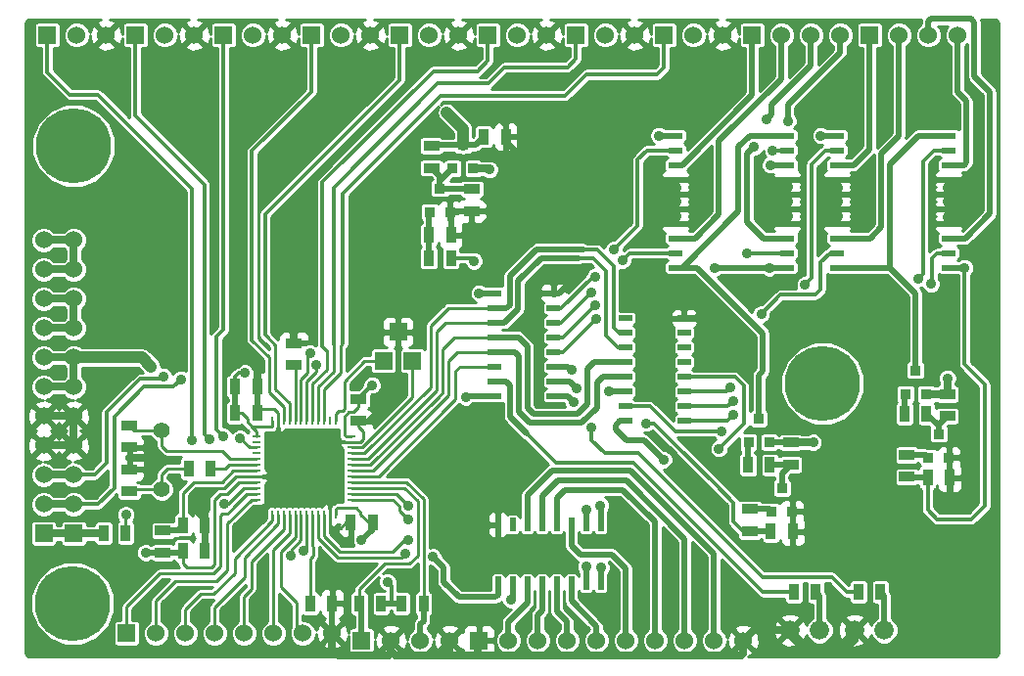
<source format=gtl>
G04 (created by PCBNEW (2013-07-07 BZR 4022)-stable) date 11/09/2013 12:49:52*
%MOIN*%
G04 Gerber Fmt 3.4, Leading zero omitted, Abs format*
%FSLAX34Y34*%
G01*
G70*
G90*
G04 APERTURE LIST*
%ADD10C,0.00590551*%
%ADD11R,0.036X0.036*%
%ADD12R,0.05X0.02*%
%ADD13R,0.02X0.045*%
%ADD14R,0.055X0.035*%
%ADD15R,0.035X0.055*%
%ADD16R,0.06X0.06*%
%ADD17C,0.06*%
%ADD18R,0.0315X0.0098*%
%ADD19R,0.0315X0.0099*%
%ADD20R,0.0098X0.0315*%
%ADD21R,0.0099X0.0315*%
%ADD22C,0.066*%
%ADD23R,0.045X0.02*%
%ADD24C,0.255906*%
%ADD25C,0.055*%
%ADD26C,0.0354331*%
%ADD27C,0.0275591*%
%ADD28C,0.019685*%
%ADD29C,0.00984252*%
%ADD30C,0.0137795*%
%ADD31C,0.0393701*%
%ADD32C,0.01*%
G04 APERTURE END LIST*
G54D10*
G54D11*
X30821Y-12934D03*
X30121Y-12934D03*
X30471Y-12134D03*
X25484Y-14582D03*
X24784Y-14582D03*
X25134Y-13782D03*
X15415Y-5259D03*
X14715Y-5259D03*
X15065Y-4459D03*
X26272Y-16944D03*
X25572Y-16944D03*
X25922Y-16144D03*
X14628Y-6735D03*
X13928Y-6735D03*
X14278Y-5935D03*
X31608Y-15099D03*
X30908Y-15099D03*
X31258Y-14299D03*
G54D12*
X27803Y-4137D03*
X27803Y-4637D03*
X27803Y-5137D03*
X27803Y-5637D03*
X27803Y-6137D03*
X27803Y-6637D03*
X27803Y-7137D03*
X27803Y-7637D03*
X27803Y-8137D03*
X27803Y-8637D03*
X31603Y-8637D03*
X31603Y-8137D03*
X31603Y-7637D03*
X31603Y-7137D03*
X31603Y-6637D03*
X31603Y-6137D03*
X31603Y-5637D03*
X31603Y-5137D03*
X31603Y-4637D03*
X31603Y-4137D03*
X22303Y-4137D03*
X22303Y-4637D03*
X22303Y-5137D03*
X22303Y-5637D03*
X22303Y-6137D03*
X22303Y-6637D03*
X22303Y-7137D03*
X22303Y-7637D03*
X22303Y-8137D03*
X22303Y-8637D03*
X26103Y-8637D03*
X26103Y-8137D03*
X26103Y-7637D03*
X26103Y-7137D03*
X26103Y-6637D03*
X26103Y-6137D03*
X26103Y-5637D03*
X26103Y-5137D03*
X26103Y-4637D03*
X26103Y-4137D03*
G54D13*
X19753Y-17387D03*
X19253Y-17387D03*
X18753Y-17387D03*
X18253Y-17387D03*
X17753Y-17387D03*
X17253Y-17387D03*
X16753Y-17387D03*
X16253Y-17387D03*
X16253Y-19387D03*
X16753Y-19387D03*
X17253Y-19387D03*
X17753Y-19387D03*
X18253Y-19387D03*
X18753Y-19387D03*
X19253Y-19387D03*
X19753Y-19387D03*
G54D14*
X30175Y-15763D03*
X30175Y-15013D03*
G54D15*
X14653Y-8304D03*
X13903Y-8304D03*
G54D14*
X13983Y-5234D03*
X13983Y-4484D03*
X15361Y-5960D03*
X15361Y-6710D03*
G54D15*
X14653Y-7516D03*
X13903Y-7516D03*
X5530Y-18287D03*
X6280Y-18287D03*
X2828Y-17687D03*
X3578Y-17687D03*
X12278Y-20087D03*
X11528Y-20087D03*
X31633Y-15782D03*
X30883Y-15782D03*
G54D14*
X31553Y-12946D03*
X31553Y-13696D03*
G54D15*
X30846Y-13616D03*
X30096Y-13616D03*
G54D14*
X9303Y-11962D03*
X9303Y-11212D03*
X24839Y-17608D03*
X24839Y-16858D03*
G54D15*
X26297Y-17627D03*
X25547Y-17627D03*
G54D14*
X26217Y-14595D03*
X26217Y-15345D03*
G54D15*
X25509Y-15363D03*
X24759Y-15363D03*
X26328Y-19687D03*
X27078Y-19687D03*
X28528Y-19687D03*
X29278Y-19687D03*
X12971Y-20078D03*
X13721Y-20078D03*
X7302Y-12696D03*
X8052Y-12696D03*
X9861Y-20078D03*
X10611Y-20078D03*
X11989Y-17322D03*
X11239Y-17322D03*
G54D14*
X11515Y-13109D03*
X11515Y-13859D03*
G54D15*
X7302Y-13582D03*
X8052Y-13582D03*
X6280Y-17401D03*
X5530Y-17401D03*
G54D14*
X4842Y-18347D03*
X4842Y-17597D03*
G54D16*
X11603Y-21337D03*
G54D17*
X12603Y-21337D03*
X13603Y-21337D03*
X14603Y-21337D03*
G54D16*
X28903Y-712D03*
G54D17*
X29903Y-712D03*
X30903Y-712D03*
X31903Y-712D03*
G54D16*
X24903Y-712D03*
G54D17*
X25903Y-712D03*
X26903Y-712D03*
X27903Y-712D03*
G54D16*
X12903Y-712D03*
G54D17*
X13903Y-712D03*
X14903Y-712D03*
G54D16*
X6903Y-712D03*
G54D17*
X7903Y-712D03*
X8903Y-712D03*
G54D16*
X21903Y-712D03*
G54D17*
X22903Y-712D03*
X23903Y-712D03*
G54D16*
X18903Y-712D03*
G54D17*
X19903Y-712D03*
X20903Y-712D03*
G54D16*
X15903Y-712D03*
G54D17*
X16903Y-712D03*
X17903Y-712D03*
G54D16*
X9903Y-712D03*
G54D17*
X10903Y-712D03*
X11903Y-712D03*
G54D16*
X12852Y-10824D03*
X13344Y-11808D03*
X12360Y-11808D03*
X1803Y-17687D03*
G54D17*
X1803Y-16687D03*
X1803Y-15687D03*
X1803Y-14687D03*
X1803Y-13687D03*
X1803Y-12687D03*
X1803Y-11687D03*
X1803Y-10687D03*
X1803Y-9687D03*
X1803Y-8687D03*
X1803Y-7687D03*
G54D18*
X8032Y-16534D03*
G54D19*
X8032Y-16337D03*
X8032Y-16140D03*
X8032Y-15943D03*
G54D18*
X8032Y-15747D03*
X8032Y-15550D03*
X8032Y-15354D03*
X8032Y-15157D03*
G54D19*
X8032Y-14961D03*
X8032Y-14764D03*
X8032Y-14567D03*
G54D18*
X8032Y-14370D03*
G54D20*
X8563Y-13839D03*
G54D21*
X8760Y-13839D03*
X8957Y-13839D03*
X9154Y-13839D03*
G54D20*
X9350Y-13839D03*
X9547Y-13839D03*
X9743Y-13839D03*
X9940Y-13839D03*
G54D21*
X10136Y-13839D03*
X10333Y-13839D03*
X10530Y-13839D03*
G54D20*
X10727Y-13839D03*
G54D18*
X11258Y-16534D03*
G54D19*
X11258Y-16337D03*
X11258Y-16140D03*
X11258Y-15943D03*
G54D18*
X11258Y-15747D03*
X11258Y-15550D03*
X11258Y-15354D03*
X11258Y-15157D03*
G54D19*
X11258Y-14961D03*
X11258Y-14764D03*
X11258Y-14567D03*
G54D18*
X11258Y-14370D03*
G54D20*
X8563Y-17065D03*
G54D21*
X8760Y-17065D03*
X8957Y-17065D03*
X9154Y-17065D03*
G54D20*
X9350Y-17065D03*
X9547Y-17065D03*
X9743Y-17065D03*
X9940Y-17065D03*
G54D21*
X10136Y-17065D03*
X10333Y-17065D03*
X10530Y-17065D03*
G54D20*
X10727Y-17065D03*
G54D22*
X29403Y-20987D03*
X28403Y-20987D03*
X27203Y-20987D03*
X26203Y-20987D03*
G54D23*
X18145Y-13009D03*
X18145Y-12509D03*
X18145Y-12009D03*
X18145Y-11509D03*
X18145Y-11009D03*
X18145Y-10509D03*
X18145Y-10009D03*
X18145Y-9509D03*
X16145Y-9509D03*
X16145Y-10009D03*
X16145Y-10509D03*
X16145Y-11009D03*
X16145Y-11509D03*
X16145Y-12009D03*
X16145Y-12509D03*
X16145Y-13009D03*
X22594Y-13856D03*
X22594Y-13356D03*
X22594Y-12856D03*
X22594Y-12356D03*
X22594Y-11856D03*
X22594Y-11356D03*
X22594Y-10856D03*
X22594Y-10356D03*
X20594Y-10356D03*
X20594Y-10856D03*
X20594Y-11356D03*
X20594Y-11856D03*
X20594Y-12356D03*
X20594Y-12856D03*
X20594Y-13356D03*
X20594Y-13856D03*
G54D24*
X27303Y-12587D03*
X1773Y-20077D03*
X1803Y-4487D03*
G54D16*
X3903Y-712D03*
G54D17*
X4903Y-712D03*
X5903Y-712D03*
G54D16*
X903Y-712D03*
G54D17*
X1903Y-712D03*
X2903Y-712D03*
G54D16*
X15603Y-21337D03*
G54D17*
X16603Y-21337D03*
X17603Y-21337D03*
X18603Y-21337D03*
X19603Y-21337D03*
X20603Y-21337D03*
X21603Y-21337D03*
X22603Y-21337D03*
X23603Y-21337D03*
X24603Y-21337D03*
G54D16*
X787Y-17688D03*
G54D17*
X787Y-16688D03*
X787Y-15688D03*
X787Y-14688D03*
X787Y-13688D03*
X787Y-12688D03*
X787Y-11688D03*
X787Y-10688D03*
X787Y-9688D03*
X787Y-8688D03*
X787Y-7688D03*
G54D15*
X16523Y-4170D03*
X15773Y-4170D03*
G54D16*
X3603Y-21087D03*
G54D17*
X4603Y-21087D03*
X5603Y-21087D03*
X6603Y-21087D03*
X7603Y-21087D03*
X8603Y-21087D03*
X9603Y-21087D03*
X10603Y-21087D03*
G54D15*
X5728Y-15487D03*
X6478Y-15487D03*
G54D14*
X3703Y-15512D03*
X3703Y-16262D03*
X3703Y-14762D03*
X3703Y-14012D03*
G54D25*
X4803Y-16187D03*
X4803Y-14187D03*
G54D26*
X31555Y-12401D03*
X26988Y-14586D03*
X15964Y-5295D03*
X19251Y-16870D03*
X13208Y-17913D03*
X14035Y-18484D03*
X13110Y-18366D03*
X19448Y-14094D03*
X18818Y-13208D03*
X23641Y-8641D03*
X21299Y-13937D03*
X21732Y-4133D03*
X18937Y-12736D03*
X25492Y-8641D03*
X27244Y-4133D03*
X32145Y-8641D03*
X18759Y-12125D03*
X24724Y-8149D03*
X19586Y-10393D03*
X25610Y-4645D03*
X19566Y-9921D03*
X20196Y-8011D03*
X19448Y-9468D03*
X20492Y-8385D03*
X19566Y-8937D03*
X23858Y-14212D03*
X31003Y-9192D03*
X30551Y-9015D03*
X24271Y-13641D03*
X26712Y-9212D03*
X24251Y-13169D03*
X25216Y-10216D03*
X24173Y-12716D03*
X24980Y-4527D03*
X25413Y-3582D03*
X26122Y-3641D03*
X25531Y-5137D03*
X4862Y-12342D03*
X10078Y-11948D03*
X9862Y-11555D03*
X5452Y-12440D03*
X23779Y-14803D03*
X15433Y-8405D03*
X14507Y-3346D03*
X9645Y-18287D03*
X6909Y-14389D03*
X9192Y-18464D03*
X6417Y-14468D03*
X6929Y-16673D03*
X5846Y-14527D03*
X7480Y-14448D03*
X3582Y-17047D03*
X13208Y-16751D03*
X19744Y-16732D03*
X19251Y-18818D03*
X13208Y-17204D03*
X27283Y-6889D03*
X32125Y-6929D03*
X25472Y-6889D03*
X21732Y-6889D03*
X25433Y-5866D03*
X21732Y-5905D03*
X27283Y-5866D03*
X32125Y-5905D03*
X14251Y-14251D03*
X20767Y-9803D03*
X18602Y-8956D03*
X16240Y-3543D03*
X26870Y-16929D03*
X31732Y-16496D03*
X32125Y-6397D03*
X27283Y-6397D03*
X25413Y-6397D03*
X21751Y-6377D03*
X9114Y-10649D03*
X7362Y-11141D03*
X5905Y-16811D03*
X4370Y-15157D03*
X15610Y-9507D03*
X20039Y-12854D03*
X11614Y-17913D03*
X19763Y-18858D03*
X4251Y-18346D03*
X16692Y-19940D03*
X21889Y-15177D03*
X15157Y-13051D03*
X12500Y-19350D03*
X4448Y-12007D03*
X11968Y-12637D03*
X7637Y-12224D03*
G54D27*
X31553Y-12946D02*
X30833Y-12946D01*
X30833Y-12946D02*
X30821Y-12934D01*
X26217Y-14595D02*
X26979Y-14595D01*
X31553Y-12402D02*
X31553Y-12946D01*
X31555Y-12401D02*
X31553Y-12402D01*
X26979Y-14595D02*
X26988Y-14586D01*
G54D28*
X30833Y-12946D02*
X30821Y-12934D01*
X26217Y-14595D02*
X25497Y-14595D01*
X25497Y-14595D02*
X25484Y-14582D01*
G54D29*
X6811Y-17086D02*
X6811Y-18818D01*
X7697Y-16337D02*
X7224Y-16811D01*
X7224Y-16811D02*
X7224Y-16850D01*
X7224Y-16850D02*
X7047Y-17027D01*
X7047Y-17027D02*
X6870Y-17027D01*
X6870Y-17027D02*
X6811Y-17086D01*
X8032Y-16337D02*
X7697Y-16337D01*
X3603Y-20195D02*
X3603Y-21087D01*
X4744Y-19055D02*
X3603Y-20195D01*
X6574Y-19055D02*
X4744Y-19055D01*
X6811Y-18818D02*
X6574Y-19055D01*
X8032Y-16534D02*
X7855Y-16534D01*
X4603Y-19982D02*
X4603Y-21087D01*
X5275Y-19311D02*
X4603Y-19982D01*
X6673Y-19311D02*
X5275Y-19311D01*
X7047Y-18937D02*
X6673Y-19311D01*
X7047Y-17342D02*
X7047Y-18937D01*
X7855Y-16534D02*
X7047Y-17342D01*
X8563Y-17065D02*
X8563Y-17263D01*
X5603Y-20281D02*
X5603Y-21087D01*
X6122Y-19763D02*
X5603Y-20281D01*
X6555Y-19763D02*
X6122Y-19763D01*
X7283Y-19035D02*
X6555Y-19763D01*
X7283Y-18543D02*
X7283Y-19035D01*
X8563Y-17263D02*
X7283Y-18543D01*
X8760Y-17065D02*
X8760Y-17361D01*
X6603Y-20207D02*
X6603Y-21087D01*
X7618Y-19192D02*
X6603Y-20207D01*
X7618Y-18503D02*
X7618Y-19192D01*
X8760Y-17361D02*
X7618Y-18503D01*
X8957Y-17065D02*
X8957Y-17538D01*
X7603Y-19837D02*
X7603Y-21087D01*
X7854Y-19586D02*
X7603Y-19837D01*
X7854Y-18641D02*
X7854Y-19586D01*
X8957Y-17538D02*
X7854Y-18641D01*
X9154Y-17065D02*
X9154Y-17695D01*
X8603Y-18246D02*
X8603Y-21087D01*
X9154Y-17695D02*
X8603Y-18246D01*
X9350Y-17539D02*
X9350Y-17814D01*
X9409Y-20892D02*
X9603Y-21087D01*
X9409Y-20059D02*
X9409Y-20892D01*
X8858Y-19507D02*
X9409Y-20059D01*
X8858Y-18307D02*
X8858Y-19507D01*
X9350Y-17814D02*
X8858Y-18307D01*
X9350Y-17065D02*
X9350Y-17539D01*
X11528Y-20087D02*
X11528Y-19593D01*
X13523Y-18444D02*
X13523Y-18307D01*
X13248Y-18720D02*
X13523Y-18444D01*
X12401Y-18720D02*
X13248Y-18720D01*
X11528Y-19593D02*
X12401Y-18720D01*
X13069Y-16140D02*
X11258Y-16140D01*
X13523Y-18307D02*
X13523Y-16594D01*
X13523Y-16594D02*
X13069Y-16140D01*
G54D28*
X11603Y-21087D02*
X11603Y-20162D01*
X11603Y-20162D02*
X11528Y-20087D01*
G54D29*
X11603Y-20162D02*
X11528Y-20087D01*
X13721Y-20078D02*
X13721Y-18386D01*
X13721Y-18386D02*
X13720Y-18385D01*
G54D28*
X13603Y-21087D02*
X13603Y-20785D01*
X13721Y-20668D02*
X13721Y-20078D01*
X13603Y-20785D02*
X13721Y-20668D01*
G54D29*
X13148Y-15943D02*
X11258Y-15943D01*
X13720Y-18385D02*
X13720Y-16515D01*
X13720Y-16515D02*
X13148Y-15943D01*
G54D27*
X15415Y-5259D02*
X15928Y-5259D01*
X15928Y-5259D02*
X15964Y-5295D01*
X1803Y-10687D02*
X788Y-10687D01*
X788Y-10687D02*
X787Y-10688D01*
X787Y-9688D02*
X1802Y-9688D01*
X1803Y-9690D02*
X1803Y-10687D01*
X1802Y-9688D02*
X1803Y-9690D01*
X1803Y-8687D02*
X788Y-8687D01*
X788Y-8687D02*
X787Y-8688D01*
X787Y-7688D02*
X1802Y-7688D01*
X1803Y-7690D02*
X1803Y-8687D01*
X1802Y-7688D02*
X1803Y-7690D01*
G54D29*
X14675Y-13257D02*
X14803Y-13129D01*
X14958Y-12009D02*
X15470Y-12009D01*
X14803Y-12165D02*
X14958Y-12009D01*
X14803Y-13129D02*
X14803Y-12165D01*
X11258Y-15747D02*
X12185Y-15747D01*
X15470Y-12009D02*
X16145Y-12009D01*
X12185Y-15747D02*
X14675Y-13257D01*
X10333Y-17065D02*
X10333Y-17774D01*
G54D28*
X19253Y-16872D02*
X19253Y-17387D01*
X19251Y-16870D02*
X19253Y-16872D01*
G54D29*
X13051Y-17913D02*
X13208Y-17913D01*
X12657Y-18307D02*
X13051Y-17913D01*
X10866Y-18307D02*
X12657Y-18307D01*
X10333Y-17774D02*
X10866Y-18307D01*
X10136Y-17065D02*
X10136Y-17853D01*
G54D28*
X16253Y-19789D02*
X16253Y-19387D01*
X16181Y-19862D02*
X16253Y-19789D01*
X14921Y-19862D02*
X16181Y-19862D01*
X14409Y-19350D02*
X14921Y-19862D01*
X14409Y-18858D02*
X14409Y-19350D01*
X14035Y-18484D02*
X14409Y-18858D01*
G54D29*
X12972Y-18503D02*
X13110Y-18366D01*
X10787Y-18503D02*
X12972Y-18503D01*
X10136Y-17853D02*
X10787Y-18503D01*
G54D28*
X16603Y-20962D02*
X16603Y-21337D01*
G54D30*
X16603Y-20712D02*
X16603Y-20962D01*
G54D28*
X16603Y-21087D02*
X16603Y-20712D01*
X16603Y-20712D02*
X16603Y-20699D01*
X16603Y-20699D02*
X17253Y-20049D01*
X17253Y-20049D02*
X17253Y-19387D01*
G54D29*
X17253Y-20049D02*
X17253Y-19387D01*
X16603Y-20699D02*
X17253Y-20049D01*
G54D28*
X17603Y-20912D02*
X17603Y-21337D01*
G54D30*
X17603Y-20712D02*
X17603Y-20912D01*
G54D28*
X17603Y-21087D02*
X17603Y-20712D01*
X17603Y-20712D02*
X17603Y-20466D01*
X17603Y-20466D02*
X17753Y-20316D01*
X17753Y-20316D02*
X17753Y-19387D01*
G54D29*
X17753Y-20316D02*
X17753Y-19387D01*
X17603Y-20466D02*
X17753Y-20316D01*
G54D28*
X18603Y-20937D02*
X18603Y-21337D01*
G54D30*
X18603Y-20887D02*
X18603Y-20937D01*
G54D28*
X18603Y-21087D02*
X18603Y-20887D01*
X18603Y-20887D02*
X18603Y-20690D01*
X18253Y-20340D02*
X18253Y-19387D01*
X18603Y-20690D02*
X18253Y-20340D01*
X19603Y-20937D02*
X19603Y-21337D01*
X19603Y-21087D02*
X19603Y-20937D01*
X19603Y-20937D02*
X19603Y-20844D01*
X18753Y-19994D02*
X18753Y-19387D01*
X19603Y-20844D02*
X18753Y-19994D01*
X20603Y-20937D02*
X20603Y-21337D01*
X20603Y-21087D02*
X20603Y-20937D01*
X20603Y-20937D02*
X20603Y-18871D01*
X18753Y-18104D02*
X18753Y-17387D01*
X19055Y-18405D02*
X18753Y-18104D01*
X20137Y-18405D02*
X19055Y-18405D01*
X20603Y-18871D02*
X20137Y-18405D01*
X21603Y-20912D02*
X21603Y-21337D01*
X21603Y-21087D02*
X21603Y-20912D01*
X21603Y-20912D02*
X21603Y-17292D01*
X18253Y-16470D02*
X18253Y-17387D01*
X18523Y-16200D02*
X18253Y-16470D01*
X20511Y-16200D02*
X18523Y-16200D01*
X21603Y-17292D02*
X20511Y-16200D01*
X22603Y-20937D02*
X22603Y-21337D01*
X22603Y-21087D02*
X22603Y-20937D01*
X22603Y-20937D02*
X22603Y-17879D01*
X17753Y-16419D02*
X17753Y-17387D01*
X18287Y-15885D02*
X17753Y-16419D01*
X20629Y-15885D02*
X18287Y-15885D01*
X20649Y-15905D02*
X20629Y-15885D01*
X20649Y-15925D02*
X20649Y-15905D01*
X22603Y-17879D02*
X20649Y-15925D01*
X23603Y-20887D02*
X23603Y-21337D01*
X23603Y-21087D02*
X23603Y-20887D01*
X23603Y-20887D02*
X23603Y-18387D01*
X17253Y-16387D02*
X17253Y-17387D01*
X18090Y-15551D02*
X17253Y-16387D01*
X20767Y-15551D02*
X18090Y-15551D01*
X23603Y-18387D02*
X20767Y-15551D01*
G54D27*
X1803Y-17687D02*
X2828Y-17687D01*
X787Y-17688D02*
X1802Y-17688D01*
X1802Y-17688D02*
X1803Y-17687D01*
G54D30*
X20875Y-15285D02*
X18238Y-15285D01*
X18238Y-15285D02*
X17224Y-14271D01*
X26328Y-19687D02*
X25277Y-19687D01*
X25277Y-19687D02*
X20875Y-15285D01*
G54D28*
X16525Y-12509D02*
X16145Y-12509D01*
X17224Y-14271D02*
X16673Y-13720D01*
X16673Y-13720D02*
X16673Y-12657D01*
X16673Y-12657D02*
X16525Y-12509D01*
G54D30*
X21200Y-15118D02*
X21043Y-14960D01*
X21043Y-14960D02*
X19901Y-14960D01*
X19448Y-14507D02*
X19448Y-14094D01*
X19901Y-14960D02*
X19448Y-14507D01*
X28528Y-19687D02*
X28132Y-19687D01*
X25255Y-19173D02*
X21200Y-15118D01*
X27618Y-19173D02*
X25255Y-19173D01*
X28132Y-19687D02*
X27618Y-19173D01*
G54D28*
X18145Y-13009D02*
X18620Y-13009D01*
X18620Y-13009D02*
X18818Y-13208D01*
G54D30*
X22312Y-14675D02*
X23700Y-16062D01*
X24271Y-16633D02*
X24271Y-16712D01*
X23700Y-16062D02*
X24271Y-16633D01*
X21299Y-13937D02*
X21574Y-13937D01*
X24271Y-16712D02*
X24271Y-17283D01*
X24597Y-17608D02*
X24271Y-17283D01*
X24839Y-17608D02*
X24597Y-17608D01*
X21574Y-13937D02*
X22312Y-14675D01*
G54D28*
X23641Y-8641D02*
X24803Y-8641D01*
X25492Y-8641D02*
X24803Y-8641D01*
X21735Y-4137D02*
X22303Y-4137D01*
X21732Y-4133D02*
X21735Y-4137D01*
X18710Y-12509D02*
X18937Y-12736D01*
X18145Y-12509D02*
X18710Y-12509D01*
X25496Y-8637D02*
X26103Y-8637D01*
X25492Y-8641D02*
X25496Y-8637D01*
X25547Y-17627D02*
X24858Y-17627D01*
X24858Y-17627D02*
X24839Y-17608D01*
G54D30*
X32145Y-8641D02*
X32145Y-11929D01*
X30883Y-16887D02*
X30883Y-15782D01*
X31200Y-17204D02*
X30883Y-16887D01*
X32381Y-17204D02*
X31200Y-17204D01*
X32834Y-16751D02*
X32381Y-17204D01*
X32834Y-12618D02*
X32834Y-16751D01*
X32145Y-11929D02*
X32834Y-12618D01*
G54D28*
X27244Y-4133D02*
X27247Y-4137D01*
X27247Y-4137D02*
X27803Y-4137D01*
X18145Y-12009D02*
X18643Y-12009D01*
X32141Y-8637D02*
X31603Y-8637D01*
X32145Y-8641D02*
X32141Y-8637D01*
X18643Y-12009D02*
X18759Y-12125D01*
X30883Y-15782D02*
X30194Y-15782D01*
X30194Y-15782D02*
X30175Y-15763D01*
G54D30*
X18145Y-11509D02*
X18470Y-11509D01*
X24736Y-8137D02*
X26103Y-8137D01*
X24724Y-8149D02*
X24736Y-8137D01*
X18470Y-11509D02*
X19586Y-10393D01*
X18145Y-11009D02*
X18478Y-11009D01*
X25618Y-4637D02*
X26103Y-4637D01*
X25610Y-4645D02*
X25618Y-4637D01*
X18478Y-11009D02*
X19566Y-9921D01*
X20196Y-8011D02*
X21003Y-7204D01*
X21003Y-4960D02*
X21327Y-4637D01*
X21003Y-7204D02*
X21003Y-4960D01*
X18145Y-10509D02*
X18407Y-10509D01*
X21327Y-4637D02*
X22303Y-4637D01*
X18407Y-10509D02*
X19448Y-9468D01*
X18145Y-10009D02*
X18415Y-10009D01*
X20740Y-8137D02*
X22303Y-8137D01*
X20492Y-8385D02*
X20740Y-8137D01*
X19488Y-8937D02*
X19566Y-8937D01*
X18415Y-10009D02*
X19488Y-8937D01*
X22283Y-14212D02*
X21988Y-13917D01*
X21427Y-13356D02*
X20594Y-13356D01*
X21427Y-13356D02*
X21988Y-13917D01*
X22283Y-14212D02*
X23858Y-14212D01*
X31003Y-9192D02*
X31043Y-9153D01*
X31043Y-9153D02*
X31043Y-8307D01*
X31043Y-8307D02*
X31212Y-8137D01*
X31212Y-8137D02*
X31603Y-8137D01*
X22594Y-13856D02*
X24057Y-13856D01*
X31090Y-4637D02*
X31603Y-4637D01*
X30551Y-9015D02*
X30728Y-8838D01*
X30728Y-8838D02*
X30728Y-5000D01*
X30728Y-5000D02*
X31090Y-4637D01*
X24057Y-13856D02*
X24271Y-13641D01*
X27409Y-4637D02*
X27803Y-4637D01*
X26929Y-5118D02*
X27409Y-4637D01*
X26929Y-8996D02*
X26929Y-5118D01*
X26712Y-9212D02*
X26929Y-8996D01*
X22594Y-13356D02*
X24064Y-13356D01*
X24064Y-13356D02*
X24251Y-13169D01*
X25875Y-9557D02*
X27057Y-9557D01*
X25216Y-10216D02*
X25875Y-9557D01*
X27234Y-9379D02*
X27234Y-8454D01*
X27057Y-9557D02*
X27234Y-9379D01*
X27551Y-8137D02*
X27803Y-8137D01*
X27234Y-8454D02*
X27551Y-8137D01*
X22594Y-12856D02*
X24033Y-12856D01*
X24033Y-12856D02*
X24173Y-12716D01*
X20594Y-10856D02*
X20364Y-10856D01*
X19645Y-8031D02*
X19173Y-8031D01*
X20196Y-8582D02*
X19645Y-8031D01*
X20196Y-10688D02*
X20196Y-8582D01*
X20364Y-10856D02*
X20196Y-10688D01*
G54D28*
X16145Y-10009D02*
X16545Y-10009D01*
X16653Y-9901D02*
X16653Y-8917D01*
X16653Y-8917D02*
X17559Y-8011D01*
X17559Y-8011D02*
X19153Y-8011D01*
X19153Y-8011D02*
X19173Y-8031D01*
X16545Y-10009D02*
X16653Y-9901D01*
G54D29*
X13966Y-12706D02*
X13966Y-10600D01*
X14557Y-10009D02*
X15009Y-10009D01*
X13966Y-10600D02*
X14557Y-10009D01*
X11258Y-14961D02*
X11711Y-14961D01*
X15009Y-10009D02*
X16145Y-10009D01*
X11711Y-14961D02*
X13966Y-12706D01*
G54D28*
X16145Y-11509D02*
X16824Y-11509D01*
X19828Y-12356D02*
X20594Y-12356D01*
X19625Y-12559D02*
X19828Y-12356D01*
X19625Y-13405D02*
X19625Y-12559D01*
X19114Y-13917D02*
X19625Y-13405D01*
X17322Y-13917D02*
X19114Y-13917D01*
X16968Y-13562D02*
X17322Y-13917D01*
X16968Y-11653D02*
X16968Y-13562D01*
X16824Y-11509D02*
X16968Y-11653D01*
G54D29*
X14438Y-13100D02*
X14566Y-12972D01*
X14868Y-11509D02*
X15419Y-11509D01*
X14566Y-11811D02*
X14868Y-11509D01*
X14566Y-12972D02*
X14566Y-11811D01*
X11258Y-15550D02*
X11988Y-15550D01*
X15419Y-11509D02*
X16145Y-11509D01*
X11988Y-15550D02*
X14438Y-13100D01*
G54D28*
X26903Y-1087D02*
X26903Y-712D01*
X26103Y-7637D02*
X25294Y-7637D01*
X24744Y-7086D02*
X24744Y-5374D01*
X25294Y-7637D02*
X24744Y-7086D01*
X24744Y-4763D02*
X24980Y-4527D01*
X24744Y-5374D02*
X24744Y-4763D01*
X26903Y-1757D02*
X26903Y-1087D01*
X26903Y-1087D02*
X26903Y-887D01*
X25413Y-3582D02*
X25570Y-3425D01*
X25570Y-3425D02*
X25570Y-3090D01*
X25570Y-3090D02*
X26903Y-1757D01*
X27903Y-1087D02*
X27903Y-712D01*
X26122Y-3641D02*
X26122Y-3090D01*
X27903Y-1308D02*
X27903Y-1087D01*
X27903Y-1087D02*
X27903Y-887D01*
X26122Y-3090D02*
X27903Y-1308D01*
X26103Y-5137D02*
X25531Y-5137D01*
X25531Y-5137D02*
X25531Y-5137D01*
X24903Y-1162D02*
X24903Y-712D01*
X22303Y-5137D02*
X22520Y-5137D01*
X24903Y-2753D02*
X24903Y-1162D01*
X24903Y-1162D02*
X24903Y-887D01*
X22520Y-5137D02*
X24903Y-2753D01*
X25903Y-1187D02*
X25903Y-712D01*
X22303Y-7637D02*
X22972Y-7637D01*
X25903Y-2206D02*
X25903Y-1187D01*
X25903Y-1187D02*
X25903Y-887D01*
X23779Y-4330D02*
X25903Y-2206D01*
X23779Y-6830D02*
X23779Y-4330D01*
X22972Y-7637D02*
X23779Y-6830D01*
X32480Y-1112D02*
X32480Y-288D01*
X30903Y-262D02*
X30903Y-712D01*
X31003Y-162D02*
X30903Y-262D01*
X32353Y-162D02*
X31003Y-162D01*
X32480Y-288D02*
X32353Y-162D01*
X31603Y-7637D02*
X32165Y-7637D01*
X32480Y-2125D02*
X32480Y-1112D01*
X33011Y-2657D02*
X32480Y-2125D01*
X33011Y-6791D02*
X33011Y-2657D01*
X32165Y-7637D02*
X33011Y-6791D01*
X31903Y-1337D02*
X31903Y-712D01*
X31603Y-5137D02*
X32126Y-5137D01*
X31903Y-2651D02*
X31903Y-1337D01*
X31903Y-1337D02*
X31903Y-887D01*
X32204Y-2952D02*
X31903Y-2651D01*
X32204Y-5059D02*
X32204Y-2952D01*
X32126Y-5137D02*
X32204Y-5059D01*
X28903Y-1137D02*
X28903Y-712D01*
X27803Y-5137D02*
X28366Y-5137D01*
X28903Y-4600D02*
X28903Y-1137D01*
X28903Y-1137D02*
X28903Y-887D01*
X28366Y-5137D02*
X28903Y-4600D01*
X29903Y-1162D02*
X29903Y-712D01*
X27803Y-7637D02*
X28937Y-7637D01*
X29311Y-7263D02*
X29311Y-4744D01*
X28937Y-7637D02*
X29311Y-7263D01*
X29903Y-4151D02*
X29903Y-1162D01*
X29903Y-1162D02*
X29903Y-887D01*
X29311Y-4744D02*
X29903Y-4151D01*
G54D29*
X9743Y-13839D02*
X9743Y-12520D01*
G54D30*
X2521Y-15687D02*
X1803Y-15687D01*
X2933Y-15275D02*
X2521Y-15687D01*
X2933Y-13562D02*
X2933Y-15275D01*
X4074Y-12421D02*
X2933Y-13562D01*
X4783Y-12421D02*
X4074Y-12421D01*
X4862Y-12342D02*
X4783Y-12421D01*
G54D29*
X10078Y-12185D02*
X10078Y-11948D01*
X9743Y-12520D02*
X10078Y-12185D01*
G54D27*
X787Y-15688D02*
X1802Y-15688D01*
X1802Y-15688D02*
X1803Y-15687D01*
G54D30*
X1803Y-16687D02*
X2643Y-16687D01*
G54D29*
X9547Y-12440D02*
X9547Y-13839D01*
X9763Y-12224D02*
X9547Y-12440D01*
X9763Y-11653D02*
X9763Y-12224D01*
X9862Y-11555D02*
X9763Y-11653D01*
G54D30*
X5196Y-12696D02*
X5452Y-12440D01*
X4192Y-12696D02*
X5196Y-12696D01*
X3188Y-13700D02*
X4192Y-12696D01*
X3188Y-16141D02*
X3188Y-13700D01*
X2643Y-16687D02*
X3188Y-16141D01*
G54D27*
X787Y-16688D02*
X1802Y-16688D01*
X1802Y-16688D02*
X1803Y-16687D01*
G54D30*
X23779Y-14803D02*
X23996Y-14586D01*
X22594Y-12356D02*
X24324Y-12356D01*
X24625Y-13956D02*
X23996Y-14586D01*
X24625Y-12657D02*
X24625Y-13956D01*
X24324Y-12356D02*
X24625Y-12657D01*
X15331Y-8304D02*
X14653Y-8304D01*
X15433Y-8405D02*
X15331Y-8304D01*
G54D31*
X15065Y-4459D02*
X15065Y-3904D01*
X15065Y-3904D02*
X14507Y-3346D01*
G54D28*
X15065Y-4459D02*
X15484Y-4459D01*
X15484Y-4459D02*
X15773Y-4170D01*
X15065Y-4459D02*
X14008Y-4459D01*
X14008Y-4459D02*
X13983Y-4484D01*
G54D30*
X21903Y-1087D02*
X21903Y-712D01*
G54D29*
X10333Y-13839D02*
X10333Y-12796D01*
G54D30*
X21903Y-1816D02*
X21903Y-1087D01*
X21903Y-1087D02*
X21903Y-887D01*
X21673Y-2047D02*
X21903Y-1816D01*
X19271Y-2047D02*
X21673Y-2047D01*
X18543Y-2775D02*
X19271Y-2047D01*
X14291Y-2775D02*
X18543Y-2775D01*
X10964Y-6102D02*
X14291Y-2775D01*
X10964Y-11220D02*
X10964Y-6102D01*
G54D29*
X10905Y-11279D02*
X10964Y-11220D01*
X10905Y-12224D02*
X10905Y-11279D01*
X10333Y-12796D02*
X10905Y-12224D01*
G54D30*
X18903Y-1112D02*
X18903Y-712D01*
G54D29*
X10136Y-13839D02*
X10136Y-12697D01*
G54D30*
X18903Y-1529D02*
X18903Y-1112D01*
X18903Y-1112D02*
X18903Y-887D01*
X18622Y-1811D02*
X18903Y-1529D01*
X16476Y-1811D02*
X18622Y-1811D01*
X15925Y-2362D02*
X16476Y-1811D01*
X14192Y-2362D02*
X15925Y-2362D01*
X10649Y-5905D02*
X14192Y-2362D01*
X10649Y-11240D02*
X10649Y-5905D01*
G54D29*
X10649Y-12185D02*
X10649Y-11240D01*
X10136Y-12697D02*
X10649Y-12185D01*
G54D30*
X15903Y-1137D02*
X15903Y-712D01*
G54D29*
X9940Y-13839D02*
X9940Y-12598D01*
G54D30*
X15903Y-1596D02*
X15903Y-1137D01*
X15903Y-1137D02*
X15903Y-887D01*
X15551Y-1948D02*
X15903Y-1596D01*
X14055Y-1948D02*
X15551Y-1948D01*
X10275Y-5728D02*
X14055Y-1948D01*
X10275Y-11318D02*
X10275Y-5728D01*
X10433Y-11476D02*
X10275Y-11318D01*
G54D29*
X10433Y-12106D02*
X10433Y-11476D01*
X9940Y-12598D02*
X10433Y-12106D01*
G54D30*
X12903Y-1212D02*
X12903Y-712D01*
G54D29*
X8681Y-11968D02*
X8681Y-11279D01*
X8681Y-11279D02*
X8425Y-11023D01*
G54D30*
X12903Y-887D02*
X12903Y-1212D01*
X12903Y-1212D02*
X12903Y-2233D01*
X12903Y-2233D02*
X8326Y-6811D01*
X8326Y-10925D02*
X8425Y-11023D01*
X8326Y-6811D02*
X8326Y-10925D01*
G54D29*
X9154Y-13839D02*
X9154Y-13249D01*
X8681Y-12775D02*
X8681Y-11968D01*
X9154Y-13249D02*
X8681Y-12775D01*
G54D30*
X9903Y-1137D02*
X9903Y-712D01*
X9903Y-887D02*
X9903Y-1137D01*
X9903Y-1137D02*
X9903Y-2635D01*
G54D29*
X8957Y-13386D02*
X8957Y-13839D01*
X8464Y-12893D02*
X8957Y-13386D01*
X8464Y-11692D02*
X8464Y-12893D01*
X7874Y-11102D02*
X8464Y-11692D01*
G54D30*
X7874Y-4665D02*
X7874Y-11102D01*
X9903Y-2635D02*
X7874Y-4665D01*
X6903Y-1162D02*
X6903Y-712D01*
X6903Y-887D02*
X6903Y-1162D01*
X6903Y-1162D02*
X6903Y-10753D01*
G54D29*
X9743Y-18189D02*
X9645Y-18287D01*
X9743Y-18189D02*
X9743Y-17065D01*
G54D30*
X6673Y-14153D02*
X6909Y-14389D01*
X6673Y-10984D02*
X6673Y-14153D01*
X6903Y-10753D02*
X6673Y-10984D01*
X3903Y-1187D02*
X3903Y-712D01*
X3903Y-887D02*
X3903Y-1187D01*
X3903Y-1187D02*
X3903Y-3451D01*
G54D29*
X9547Y-17912D02*
X9192Y-18267D01*
X9192Y-18267D02*
X9192Y-18464D01*
X9547Y-17912D02*
X9547Y-17065D01*
G54D30*
X6259Y-14311D02*
X6417Y-14468D01*
X6259Y-5807D02*
X6259Y-14311D01*
X3903Y-3451D02*
X6259Y-5807D01*
X903Y-1362D02*
X903Y-712D01*
X5846Y-6220D02*
X5846Y-5964D01*
X903Y-1966D02*
X903Y-1362D01*
X903Y-1362D02*
X903Y-887D01*
X1673Y-2736D02*
X903Y-1966D01*
X2618Y-2736D02*
X1673Y-2736D01*
X5846Y-5964D02*
X2618Y-2736D01*
G54D29*
X7599Y-16140D02*
X7066Y-16673D01*
X7066Y-16673D02*
X6929Y-16673D01*
X8032Y-16140D02*
X7599Y-16140D01*
G54D30*
X5846Y-14527D02*
X5846Y-6220D01*
X20594Y-11356D02*
X20332Y-11356D01*
X19488Y-8307D02*
X19015Y-8307D01*
X19940Y-8759D02*
X19488Y-8307D01*
X19940Y-10964D02*
X19940Y-8759D01*
X20332Y-11356D02*
X19940Y-10964D01*
G54D28*
X16145Y-10509D02*
X16478Y-10509D01*
X17736Y-8307D02*
X19015Y-8307D01*
X16948Y-9094D02*
X17736Y-8307D01*
X16948Y-10039D02*
X16948Y-9094D01*
X16478Y-10509D02*
X16948Y-10039D01*
G54D29*
X13996Y-12992D02*
X14173Y-12814D01*
X14470Y-10509D02*
X15041Y-10509D01*
X14173Y-10807D02*
X14470Y-10509D01*
X14173Y-12814D02*
X14173Y-10807D01*
X16145Y-10509D02*
X15041Y-10509D01*
X11830Y-15157D02*
X11258Y-15157D01*
X13996Y-12992D02*
X11830Y-15157D01*
G54D28*
X16145Y-11009D02*
X16954Y-11009D01*
X19521Y-11856D02*
X20594Y-11856D01*
X19311Y-12066D02*
X19521Y-11856D01*
X19311Y-13287D02*
X19311Y-12066D01*
X18976Y-13622D02*
X19311Y-13287D01*
X17460Y-13622D02*
X18976Y-13622D01*
X17263Y-13425D02*
X17460Y-13622D01*
X17263Y-11318D02*
X17263Y-13425D01*
X16954Y-11009D02*
X17263Y-11318D01*
G54D29*
X14222Y-13041D02*
X14370Y-12893D01*
X14777Y-11009D02*
X15131Y-11009D01*
X14370Y-11417D02*
X14777Y-11009D01*
X14370Y-12893D02*
X14370Y-11417D01*
X11258Y-15354D02*
X11909Y-15354D01*
X15131Y-11009D02*
X16145Y-11009D01*
X11909Y-15354D02*
X14222Y-13041D01*
X10727Y-13839D02*
X10727Y-13603D01*
X11714Y-11808D02*
X12360Y-11808D01*
X11023Y-12500D02*
X11714Y-11808D01*
X11023Y-13444D02*
X11023Y-12500D01*
X10964Y-13503D02*
X11023Y-13444D01*
X10826Y-13503D02*
X10964Y-13503D01*
X10727Y-13603D02*
X10826Y-13503D01*
X11258Y-14764D02*
X11632Y-14764D01*
X13344Y-13052D02*
X13344Y-11808D01*
X11632Y-14764D02*
X13344Y-13052D01*
X8032Y-14764D02*
X7796Y-14764D01*
X7796Y-14764D02*
X7480Y-14448D01*
X3578Y-17050D02*
X3578Y-17687D01*
X3582Y-17047D02*
X3578Y-17050D01*
G54D28*
X19753Y-17387D02*
X19753Y-16742D01*
G54D29*
X12794Y-16337D02*
X11258Y-16337D01*
X13208Y-16751D02*
X12794Y-16337D01*
G54D28*
X19753Y-16742D02*
X19744Y-16732D01*
X19253Y-18820D02*
X19253Y-19387D01*
X19251Y-18818D02*
X19253Y-18820D01*
G54D29*
X11258Y-16534D02*
X12676Y-16534D01*
X13188Y-17204D02*
X13208Y-17204D01*
X12893Y-16909D02*
X13188Y-17204D01*
X12893Y-16751D02*
X12893Y-16909D01*
X12676Y-16534D02*
X12893Y-16751D01*
G54D27*
X26203Y-20987D02*
X26203Y-21137D01*
X28403Y-21312D02*
X28403Y-20987D01*
X27978Y-21737D02*
X28403Y-21312D01*
X26803Y-21737D02*
X27978Y-21737D01*
X26203Y-21137D02*
X26803Y-21737D01*
X24603Y-21337D02*
X24953Y-20987D01*
X24953Y-20987D02*
X26203Y-20987D01*
X24603Y-21337D02*
X24603Y-21787D01*
X24528Y-21862D02*
X24603Y-21787D01*
X24528Y-21862D02*
X15678Y-21862D01*
X15578Y-21687D02*
X15578Y-21362D01*
X15578Y-21362D02*
X15603Y-21337D01*
X12603Y-21337D02*
X12603Y-21687D01*
X12603Y-21687D02*
X12778Y-21862D01*
X12778Y-21862D02*
X14478Y-21862D01*
X15578Y-21862D02*
X15578Y-21687D01*
X15578Y-21362D02*
X15603Y-21337D01*
X14603Y-21862D02*
X14603Y-21337D01*
X14478Y-21862D02*
X14603Y-21862D01*
X14603Y-21862D02*
X15578Y-21862D01*
X15578Y-21862D02*
X15678Y-21862D01*
X15603Y-21787D02*
X15678Y-21862D01*
X14478Y-21862D02*
X14603Y-21737D01*
X10603Y-21087D02*
X10603Y-21637D01*
X12528Y-21862D02*
X12603Y-21787D01*
X10828Y-21862D02*
X12528Y-21862D01*
X10603Y-21637D02*
X10828Y-21862D01*
G54D31*
X27803Y-6889D02*
X27283Y-6889D01*
X32125Y-6929D02*
X31603Y-6929D01*
X22303Y-6889D02*
X21732Y-6889D01*
X25472Y-6889D02*
X26103Y-6889D01*
X25433Y-5866D02*
X26103Y-5866D01*
X21732Y-5905D02*
X22303Y-5905D01*
X31603Y-5905D02*
X32125Y-5905D01*
X27322Y-5905D02*
X27803Y-5905D01*
X27283Y-5866D02*
X27322Y-5905D01*
G54D29*
X10196Y-16240D02*
X10334Y-16240D01*
X10530Y-16436D02*
X10530Y-17065D01*
X10334Y-16240D02*
X10530Y-16436D01*
G54D28*
X16253Y-17387D02*
X16253Y-16253D01*
X16253Y-16253D02*
X14251Y-14251D01*
X22594Y-10356D02*
X23009Y-10356D01*
X20964Y-9606D02*
X20767Y-9803D01*
X22795Y-9606D02*
X20964Y-9606D01*
X23169Y-9980D02*
X22795Y-9606D01*
X23169Y-10196D02*
X23169Y-9980D01*
X23009Y-10356D02*
X23169Y-10196D01*
X18145Y-9509D02*
X18344Y-9509D01*
X18602Y-9251D02*
X18602Y-8956D01*
X18344Y-9509D02*
X18602Y-9251D01*
G54D30*
X16523Y-4170D02*
X16523Y-3826D01*
X16523Y-3826D02*
X16240Y-3543D01*
G54D28*
X26272Y-16944D02*
X26854Y-16944D01*
X26854Y-16944D02*
X26870Y-16929D01*
X31633Y-16397D02*
X31633Y-15782D01*
X31732Y-16496D02*
X31633Y-16397D01*
G54D31*
X32125Y-6397D02*
X31603Y-6397D01*
X27283Y-6397D02*
X27803Y-6397D01*
X22303Y-6377D02*
X21751Y-6377D01*
X25413Y-6397D02*
X26103Y-6397D01*
G54D28*
X22303Y-6137D02*
X22303Y-5905D01*
X22303Y-5905D02*
X22303Y-5637D01*
X22303Y-6637D02*
X22303Y-6377D01*
X22303Y-6377D02*
X22303Y-6137D01*
X22303Y-7137D02*
X22303Y-6889D01*
X22303Y-6889D02*
X22303Y-6637D01*
X31603Y-6137D02*
X31603Y-5905D01*
X31603Y-5905D02*
X31603Y-5637D01*
X31603Y-6637D02*
X31603Y-6397D01*
X31603Y-6397D02*
X31603Y-6137D01*
X31603Y-7137D02*
X31603Y-6929D01*
X31603Y-6929D02*
X31603Y-6637D01*
X27803Y-6137D02*
X27803Y-5905D01*
X27803Y-5905D02*
X27803Y-5637D01*
X27803Y-6637D02*
X27803Y-6397D01*
X27803Y-6397D02*
X27803Y-6137D01*
X27803Y-7137D02*
X27803Y-6889D01*
X27803Y-6889D02*
X27803Y-6637D01*
X26103Y-6637D02*
X26103Y-6889D01*
X26103Y-6889D02*
X26103Y-7137D01*
X26103Y-6137D02*
X26103Y-6397D01*
X26103Y-6397D02*
X26103Y-6637D01*
X26103Y-5637D02*
X26103Y-5866D01*
X26103Y-5866D02*
X26103Y-6137D01*
G54D30*
X11515Y-13859D02*
X11810Y-13859D01*
X12854Y-10825D02*
X12852Y-10824D01*
X12854Y-12814D02*
X12854Y-10825D01*
X11810Y-13859D02*
X12854Y-12814D01*
G54D27*
X9303Y-11212D02*
X9303Y-10839D01*
X9303Y-10839D02*
X9114Y-10649D01*
X8052Y-12696D02*
X8052Y-11831D01*
X8052Y-11831D02*
X7362Y-11141D01*
X6280Y-17401D02*
X6280Y-17186D01*
X6280Y-17186D02*
X5905Y-16811D01*
X4330Y-15118D02*
X3703Y-15118D01*
X4370Y-15157D02*
X4330Y-15118D01*
G54D29*
X8760Y-15314D02*
X8760Y-15335D01*
X9665Y-16240D02*
X10196Y-16240D01*
X8760Y-15335D02*
X9665Y-16240D01*
X8760Y-15314D02*
X9055Y-15314D01*
X9802Y-14567D02*
X11258Y-14567D01*
X9055Y-15314D02*
X9802Y-14567D01*
X8032Y-15747D02*
X8327Y-15747D01*
X8760Y-15314D02*
X8760Y-13839D01*
X8327Y-15747D02*
X8760Y-15314D01*
G54D28*
X16523Y-4170D02*
X16523Y-4338D01*
X16438Y-6710D02*
X15361Y-6710D01*
X16889Y-6259D02*
X16438Y-6710D01*
X16889Y-4704D02*
X16889Y-6259D01*
X16523Y-4338D02*
X16889Y-4704D01*
X15361Y-6710D02*
X14653Y-6710D01*
X14653Y-6710D02*
X14628Y-6735D01*
X14653Y-7516D02*
X14653Y-6760D01*
X14653Y-6760D02*
X14628Y-6735D01*
X8052Y-13582D02*
X8052Y-12696D01*
X6280Y-18287D02*
X6280Y-17401D01*
X10603Y-21087D02*
X10603Y-20086D01*
X10603Y-20086D02*
X10611Y-20078D01*
X31633Y-15782D02*
X31633Y-15124D01*
X31633Y-15124D02*
X31608Y-15099D01*
X26297Y-17627D02*
X26297Y-16969D01*
X26297Y-16969D02*
X26272Y-16944D01*
G54D29*
X10603Y-20086D02*
X10611Y-20078D01*
X6280Y-17401D02*
X6280Y-16258D01*
X7323Y-15747D02*
X8032Y-15747D01*
X6929Y-16141D02*
X7323Y-15747D01*
X6397Y-16141D02*
X6929Y-16141D01*
X6280Y-16258D02*
X6397Y-16141D01*
X3703Y-14762D02*
X3703Y-15118D01*
X3703Y-15118D02*
X3703Y-15512D01*
X8760Y-13839D02*
X8760Y-13583D01*
X8760Y-13583D02*
X8641Y-13464D01*
X8641Y-13464D02*
X8170Y-13464D01*
X8170Y-13464D02*
X8052Y-13582D01*
X11239Y-17322D02*
X11062Y-17322D01*
X11062Y-17322D02*
X10885Y-17500D01*
X10885Y-17500D02*
X10610Y-17500D01*
X10610Y-17500D02*
X10530Y-17420D01*
X10530Y-17420D02*
X10530Y-17065D01*
X11258Y-14567D02*
X11573Y-14567D01*
X11515Y-14055D02*
X11673Y-14212D01*
X11673Y-14212D02*
X11673Y-14468D01*
X11515Y-13859D02*
X11515Y-14055D01*
X11573Y-14567D02*
X11673Y-14468D01*
G54D27*
X1803Y-13687D02*
X1803Y-14687D01*
X787Y-13688D02*
X1802Y-13688D01*
X1802Y-13688D02*
X1803Y-13687D01*
X787Y-14688D02*
X1802Y-14688D01*
X1802Y-14688D02*
X1803Y-14687D01*
G54D31*
X788Y-14687D02*
X787Y-14688D01*
G54D27*
X787Y-14688D02*
X788Y-14687D01*
G54D28*
X4842Y-17597D02*
X5334Y-17597D01*
X5334Y-17597D02*
X5530Y-17401D01*
G54D29*
X5334Y-17597D02*
X5530Y-17401D01*
X8032Y-15550D02*
X7244Y-15550D01*
X5530Y-16300D02*
X5530Y-17401D01*
X5885Y-15944D02*
X5530Y-16300D01*
X6850Y-15944D02*
X5885Y-15944D01*
X7244Y-15550D02*
X6850Y-15944D01*
X9940Y-17065D02*
X9940Y-18129D01*
X9861Y-18563D02*
X9861Y-20078D01*
X9960Y-18464D02*
X9861Y-18563D01*
X9960Y-18149D02*
X9960Y-18464D01*
X9940Y-18129D02*
X9960Y-18149D01*
G54D28*
X29403Y-20987D02*
X29403Y-19812D01*
X29403Y-19812D02*
X29278Y-19687D01*
G54D29*
X29403Y-19812D02*
X29278Y-19687D01*
G54D28*
X27203Y-20987D02*
X27203Y-19812D01*
X27203Y-19812D02*
X27078Y-19687D01*
G54D29*
X27203Y-19812D02*
X27078Y-19687D01*
G54D28*
X26217Y-15345D02*
X25528Y-15345D01*
X25528Y-15345D02*
X25509Y-15363D01*
X25922Y-16144D02*
X25922Y-15640D01*
X25922Y-15640D02*
X26217Y-15345D01*
X22303Y-8637D02*
X23046Y-8637D01*
X23046Y-8637D02*
X23912Y-9503D01*
X22303Y-8637D02*
X22524Y-8637D01*
X22524Y-8637D02*
X24448Y-6712D01*
X25275Y-10866D02*
X25275Y-11023D01*
X25134Y-12306D02*
X25275Y-12165D01*
X25275Y-12165D02*
X25275Y-11023D01*
X25134Y-13782D02*
X25134Y-12306D01*
X23912Y-9503D02*
X25275Y-10866D01*
X24838Y-4137D02*
X26103Y-4137D01*
X24448Y-6712D02*
X24448Y-4527D01*
X24448Y-4527D02*
X24838Y-4137D01*
G54D29*
X8032Y-15354D02*
X7105Y-15354D01*
X6973Y-15487D02*
X6478Y-15487D01*
X7105Y-15354D02*
X6973Y-15487D01*
X4803Y-16187D02*
X3778Y-16187D01*
X3778Y-16187D02*
X3703Y-16262D01*
X5728Y-15487D02*
X4985Y-15487D01*
X4803Y-15668D02*
X4803Y-16187D01*
X4985Y-15487D02*
X4803Y-15668D01*
X4803Y-14187D02*
X3878Y-14187D01*
X3878Y-14187D02*
X3703Y-14012D01*
X8032Y-15157D02*
X7126Y-15157D01*
X4803Y-14705D02*
X4803Y-14187D01*
X4980Y-14881D02*
X4803Y-14705D01*
X6850Y-14881D02*
X4980Y-14881D01*
X7126Y-15157D02*
X6850Y-14881D01*
G54D28*
X24759Y-15363D02*
X24759Y-14607D01*
X24759Y-14607D02*
X24784Y-14582D01*
X14278Y-5728D02*
X14278Y-5529D01*
X14278Y-5529D02*
X13983Y-5234D01*
X14278Y-5935D02*
X14278Y-5728D01*
X14278Y-5728D02*
X14278Y-5696D01*
X14278Y-5696D02*
X14715Y-5259D01*
X14278Y-5935D02*
X15336Y-5935D01*
X15336Y-5935D02*
X15361Y-5960D01*
X13903Y-7516D02*
X13903Y-6760D01*
X13903Y-6760D02*
X13928Y-6735D01*
X13903Y-8304D02*
X13903Y-7516D01*
X30096Y-13616D02*
X30096Y-12959D01*
X30096Y-12959D02*
X30121Y-12934D01*
X31258Y-13991D02*
X31221Y-13991D01*
X31221Y-13991D02*
X30846Y-13616D01*
X31258Y-14299D02*
X31258Y-13991D01*
X31258Y-13991D02*
X31553Y-13696D01*
X30175Y-15013D02*
X30822Y-15013D01*
X30822Y-15013D02*
X30908Y-15099D01*
X24839Y-16858D02*
X25486Y-16858D01*
X25486Y-16858D02*
X25572Y-16944D01*
X29601Y-8637D02*
X29601Y-5102D01*
X30567Y-4137D02*
X31603Y-4137D01*
X29601Y-5102D02*
X30567Y-4137D01*
X30471Y-12134D02*
X30471Y-9506D01*
X29601Y-8637D02*
X27803Y-8637D01*
X30471Y-9506D02*
X29601Y-8637D01*
G54D29*
X9350Y-13839D02*
X9350Y-12009D01*
X9350Y-12009D02*
X9303Y-11962D01*
G54D28*
X20594Y-12856D02*
X20041Y-12856D01*
X15612Y-9509D02*
X16145Y-9509D01*
X15610Y-9507D02*
X15612Y-9509D01*
X20041Y-12856D02*
X20039Y-12854D01*
X11989Y-17322D02*
X11989Y-17538D01*
X11989Y-17538D02*
X11614Y-17913D01*
X19753Y-19387D02*
X19753Y-18868D01*
X19753Y-18868D02*
X19763Y-18858D01*
X4842Y-18347D02*
X4252Y-18347D01*
X4252Y-18347D02*
X4251Y-18346D01*
X16753Y-19387D02*
X16753Y-19879D01*
X16753Y-19879D02*
X16692Y-19940D01*
X20594Y-13856D02*
X20415Y-13856D01*
X21220Y-14507D02*
X21889Y-15177D01*
X20629Y-14507D02*
X21220Y-14507D01*
X20255Y-14133D02*
X20629Y-14507D01*
X20255Y-14015D02*
X20255Y-14133D01*
X20415Y-13856D02*
X20255Y-14015D01*
X16145Y-13009D02*
X15198Y-13009D01*
X15198Y-13009D02*
X15157Y-13051D01*
G54D30*
X12618Y-20078D02*
X12618Y-19468D01*
X12618Y-19468D02*
X12500Y-19350D01*
G54D31*
X1803Y-11687D02*
X4128Y-11687D01*
X4128Y-11687D02*
X4448Y-12007D01*
G54D30*
X11515Y-13109D02*
X11515Y-13090D01*
X11515Y-13090D02*
X11968Y-12637D01*
X7302Y-12343D02*
X7302Y-12696D01*
X7421Y-12224D02*
X7302Y-12343D01*
X7637Y-12224D02*
X7421Y-12224D01*
G54D28*
X12971Y-20078D02*
X12618Y-20078D01*
X12618Y-20078D02*
X12287Y-20078D01*
X12287Y-20078D02*
X12278Y-20087D01*
X7302Y-13582D02*
X7302Y-12696D01*
X4842Y-18347D02*
X5470Y-18347D01*
X5470Y-18347D02*
X5530Y-18287D01*
G54D29*
X8032Y-15943D02*
X7422Y-15943D01*
X5530Y-18719D02*
X5530Y-18287D01*
X5649Y-18838D02*
X5530Y-18719D01*
X6515Y-18838D02*
X5649Y-18838D01*
X6594Y-18759D02*
X6515Y-18838D01*
X6594Y-16535D02*
X6594Y-18759D01*
X6791Y-16338D02*
X6594Y-16535D01*
X7027Y-16338D02*
X6791Y-16338D01*
X7422Y-15943D02*
X7027Y-16338D01*
X5470Y-18347D02*
X5530Y-18287D01*
X7874Y-14055D02*
X8032Y-14213D01*
X8032Y-14213D02*
X8032Y-14370D01*
X7302Y-13582D02*
X7519Y-13582D01*
X8563Y-14034D02*
X8563Y-13839D01*
X8543Y-14055D02*
X8563Y-14034D01*
X7874Y-14055D02*
X8543Y-14055D01*
X7716Y-13897D02*
X7874Y-14055D01*
X7716Y-13779D02*
X7716Y-13897D01*
X7519Y-13582D02*
X7716Y-13779D01*
X11989Y-17322D02*
X11850Y-17322D01*
X10727Y-16870D02*
X10727Y-17065D01*
X10767Y-16830D02*
X10727Y-16870D01*
X11417Y-16830D02*
X10767Y-16830D01*
X11574Y-16988D02*
X11417Y-16830D01*
X11574Y-17047D02*
X11574Y-16988D01*
X11850Y-17322D02*
X11574Y-17047D01*
X11515Y-13109D02*
X11515Y-13366D01*
X11063Y-14370D02*
X11258Y-14370D01*
X11023Y-14330D02*
X11063Y-14370D01*
X11023Y-13700D02*
X11023Y-14330D01*
X11181Y-13543D02*
X11023Y-13700D01*
X11338Y-13543D02*
X11181Y-13543D01*
X11515Y-13366D02*
X11338Y-13543D01*
G54D27*
X1803Y-11687D02*
X788Y-11687D01*
X788Y-11687D02*
X787Y-11688D01*
X1803Y-11687D02*
X1803Y-12687D01*
X1803Y-12687D02*
X1802Y-12688D01*
X1802Y-12688D02*
X787Y-12688D01*
G54D10*
G36*
X5478Y-15081D02*
X5469Y-15085D01*
X5426Y-15127D01*
X5403Y-15182D01*
X5403Y-15242D01*
X5403Y-15288D01*
X4985Y-15288D01*
X4908Y-15303D01*
X4844Y-15346D01*
X4663Y-15527D01*
X4619Y-15592D01*
X4604Y-15668D01*
X4604Y-15809D01*
X4563Y-15826D01*
X4443Y-15946D01*
X4426Y-15988D01*
X4091Y-15988D01*
X4064Y-15960D01*
X4008Y-15937D01*
X3978Y-15937D01*
X4028Y-15937D01*
X4120Y-15899D01*
X4191Y-15828D01*
X4228Y-15736D01*
X4228Y-15287D01*
X4191Y-15195D01*
X4132Y-15137D01*
X4191Y-15078D01*
X4228Y-14986D01*
X4228Y-14874D01*
X4166Y-14812D01*
X3753Y-14812D01*
X3753Y-15124D01*
X3766Y-15137D01*
X3753Y-15149D01*
X3753Y-15462D01*
X4166Y-15462D01*
X4228Y-15399D01*
X4228Y-15287D01*
X4228Y-15736D01*
X4228Y-15624D01*
X4166Y-15562D01*
X3753Y-15562D01*
X3753Y-15570D01*
X3653Y-15570D01*
X3653Y-15562D01*
X3646Y-15562D01*
X3646Y-15462D01*
X3653Y-15462D01*
X3653Y-15149D01*
X3641Y-15137D01*
X3653Y-15124D01*
X3653Y-14812D01*
X3646Y-14812D01*
X3646Y-14712D01*
X3653Y-14712D01*
X3653Y-14704D01*
X3753Y-14704D01*
X3753Y-14712D01*
X4166Y-14712D01*
X4228Y-14649D01*
X4228Y-14537D01*
X4191Y-14445D01*
X4131Y-14386D01*
X4426Y-14386D01*
X4443Y-14427D01*
X4562Y-14547D01*
X4604Y-14564D01*
X4604Y-14705D01*
X4619Y-14781D01*
X4663Y-14846D01*
X4839Y-15022D01*
X4839Y-15022D01*
X4904Y-15065D01*
X4980Y-15081D01*
X5478Y-15081D01*
X5478Y-15081D01*
G37*
G54D32*
X5478Y-15081D02*
X5469Y-15085D01*
X5426Y-15127D01*
X5403Y-15182D01*
X5403Y-15242D01*
X5403Y-15288D01*
X4985Y-15288D01*
X4908Y-15303D01*
X4844Y-15346D01*
X4663Y-15527D01*
X4619Y-15592D01*
X4604Y-15668D01*
X4604Y-15809D01*
X4563Y-15826D01*
X4443Y-15946D01*
X4426Y-15988D01*
X4091Y-15988D01*
X4064Y-15960D01*
X4008Y-15937D01*
X3978Y-15937D01*
X4028Y-15937D01*
X4120Y-15899D01*
X4191Y-15828D01*
X4228Y-15736D01*
X4228Y-15287D01*
X4191Y-15195D01*
X4132Y-15137D01*
X4191Y-15078D01*
X4228Y-14986D01*
X4228Y-14874D01*
X4166Y-14812D01*
X3753Y-14812D01*
X3753Y-15124D01*
X3766Y-15137D01*
X3753Y-15149D01*
X3753Y-15462D01*
X4166Y-15462D01*
X4228Y-15399D01*
X4228Y-15287D01*
X4228Y-15736D01*
X4228Y-15624D01*
X4166Y-15562D01*
X3753Y-15562D01*
X3753Y-15570D01*
X3653Y-15570D01*
X3653Y-15562D01*
X3646Y-15562D01*
X3646Y-15462D01*
X3653Y-15462D01*
X3653Y-15149D01*
X3641Y-15137D01*
X3653Y-15124D01*
X3653Y-14812D01*
X3646Y-14812D01*
X3646Y-14712D01*
X3653Y-14712D01*
X3653Y-14704D01*
X3753Y-14704D01*
X3753Y-14712D01*
X4166Y-14712D01*
X4228Y-14649D01*
X4228Y-14537D01*
X4191Y-14445D01*
X4131Y-14386D01*
X4426Y-14386D01*
X4443Y-14427D01*
X4562Y-14547D01*
X4604Y-14564D01*
X4604Y-14705D01*
X4619Y-14781D01*
X4663Y-14846D01*
X4839Y-15022D01*
X4839Y-15022D01*
X4904Y-15065D01*
X4980Y-15081D01*
X5478Y-15081D01*
G54D10*
G36*
X6767Y-16144D02*
X6715Y-16154D01*
X6650Y-16197D01*
X6650Y-16197D01*
X6650Y-16197D01*
X6453Y-16394D01*
X6410Y-16459D01*
X6395Y-16535D01*
X6395Y-16876D01*
X6393Y-16876D01*
X6330Y-16939D01*
X6330Y-17351D01*
X6338Y-17351D01*
X6338Y-17451D01*
X6330Y-17451D01*
X6330Y-17824D01*
X6330Y-17864D01*
X6330Y-18237D01*
X6338Y-18237D01*
X6338Y-18337D01*
X6330Y-18337D01*
X6330Y-18345D01*
X6230Y-18345D01*
X6230Y-18337D01*
X6222Y-18337D01*
X6222Y-18237D01*
X6230Y-18237D01*
X6230Y-17864D01*
X6230Y-17824D01*
X6230Y-17451D01*
X6222Y-17451D01*
X6222Y-17351D01*
X6230Y-17351D01*
X6230Y-16939D01*
X6168Y-16876D01*
X6056Y-16876D01*
X5964Y-16914D01*
X5893Y-16984D01*
X5855Y-17076D01*
X5855Y-17096D01*
X5832Y-17041D01*
X5790Y-16999D01*
X5735Y-16976D01*
X5729Y-16976D01*
X5729Y-16382D01*
X5968Y-16144D01*
X6767Y-16144D01*
X6767Y-16144D01*
G37*
G54D32*
X6767Y-16144D02*
X6715Y-16154D01*
X6650Y-16197D01*
X6650Y-16197D01*
X6650Y-16197D01*
X6453Y-16394D01*
X6410Y-16459D01*
X6395Y-16535D01*
X6395Y-16876D01*
X6393Y-16876D01*
X6330Y-16939D01*
X6330Y-17351D01*
X6338Y-17351D01*
X6338Y-17451D01*
X6330Y-17451D01*
X6330Y-17824D01*
X6330Y-17864D01*
X6330Y-18237D01*
X6338Y-18237D01*
X6338Y-18337D01*
X6330Y-18337D01*
X6330Y-18345D01*
X6230Y-18345D01*
X6230Y-18337D01*
X6222Y-18337D01*
X6222Y-18237D01*
X6230Y-18237D01*
X6230Y-17864D01*
X6230Y-17824D01*
X6230Y-17451D01*
X6222Y-17451D01*
X6222Y-17351D01*
X6230Y-17351D01*
X6230Y-16939D01*
X6168Y-16876D01*
X6056Y-16876D01*
X5964Y-16914D01*
X5893Y-16984D01*
X5855Y-17076D01*
X5855Y-17096D01*
X5832Y-17041D01*
X5790Y-16999D01*
X5735Y-16976D01*
X5729Y-16976D01*
X5729Y-16382D01*
X5968Y-16144D01*
X6767Y-16144D01*
G54D10*
G36*
X11061Y-14569D02*
X11016Y-14588D01*
X11011Y-14592D01*
X10913Y-14592D01*
X10851Y-14654D01*
X10851Y-14667D01*
X10889Y-14759D01*
X10951Y-14820D01*
X10951Y-14843D01*
X10959Y-14863D01*
X10951Y-14882D01*
X10951Y-14941D01*
X10951Y-15040D01*
X10959Y-15059D01*
X10951Y-15078D01*
X10951Y-15138D01*
X10951Y-15236D01*
X10959Y-15256D01*
X10951Y-15275D01*
X10951Y-15335D01*
X10951Y-15433D01*
X10959Y-15452D01*
X10951Y-15471D01*
X10951Y-15531D01*
X10951Y-15629D01*
X10959Y-15649D01*
X10951Y-15668D01*
X10951Y-15728D01*
X10951Y-15826D01*
X10959Y-15845D01*
X10951Y-15864D01*
X10951Y-15923D01*
X10951Y-16022D01*
X10959Y-16042D01*
X10951Y-16061D01*
X10951Y-16120D01*
X10951Y-16219D01*
X10959Y-16239D01*
X10951Y-16258D01*
X10951Y-16317D01*
X10951Y-16416D01*
X10959Y-16436D01*
X10951Y-16455D01*
X10951Y-16515D01*
X10951Y-16613D01*
X10958Y-16631D01*
X10767Y-16631D01*
X10691Y-16646D01*
X10657Y-16669D01*
X10629Y-16658D01*
X10617Y-16658D01*
X10555Y-16720D01*
X10555Y-16776D01*
X10543Y-16794D01*
X10528Y-16868D01*
X10510Y-16823D01*
X10505Y-16818D01*
X10505Y-16720D01*
X10443Y-16658D01*
X10431Y-16658D01*
X10339Y-16696D01*
X10277Y-16758D01*
X10254Y-16758D01*
X10235Y-16766D01*
X10216Y-16758D01*
X10156Y-16758D01*
X10057Y-16758D01*
X10038Y-16766D01*
X10019Y-16758D01*
X9959Y-16758D01*
X9861Y-16758D01*
X9842Y-16766D01*
X9822Y-16758D01*
X9762Y-16758D01*
X9664Y-16758D01*
X9645Y-16766D01*
X9626Y-16758D01*
X9566Y-16758D01*
X9468Y-16758D01*
X9449Y-16766D01*
X9429Y-16758D01*
X9369Y-16758D01*
X9271Y-16758D01*
X9252Y-16766D01*
X9234Y-16758D01*
X9174Y-16758D01*
X9075Y-16758D01*
X9056Y-16766D01*
X9037Y-16758D01*
X8977Y-16758D01*
X8878Y-16758D01*
X8859Y-16766D01*
X8840Y-16758D01*
X8780Y-16758D01*
X8681Y-16758D01*
X8661Y-16766D01*
X8642Y-16758D01*
X8582Y-16758D01*
X8484Y-16758D01*
X8429Y-16781D01*
X8387Y-16823D01*
X8364Y-16878D01*
X8364Y-16937D01*
X8364Y-17064D01*
X8364Y-17065D01*
X8364Y-17180D01*
X7246Y-18298D01*
X7246Y-17425D01*
X7937Y-16733D01*
X8032Y-16733D01*
X8033Y-16733D01*
X8219Y-16733D01*
X8275Y-16710D01*
X8317Y-16668D01*
X8340Y-16613D01*
X8340Y-16554D01*
X8340Y-16456D01*
X8332Y-16436D01*
X8340Y-16417D01*
X8340Y-16357D01*
X8340Y-16258D01*
X8332Y-16239D01*
X8340Y-16220D01*
X8340Y-16160D01*
X8340Y-16061D01*
X8332Y-16042D01*
X8340Y-16023D01*
X8340Y-16000D01*
X8401Y-15938D01*
X8440Y-15846D01*
X8440Y-15834D01*
X8377Y-15772D01*
X8280Y-15772D01*
X8275Y-15767D01*
X8226Y-15746D01*
X8275Y-15726D01*
X8278Y-15723D01*
X8377Y-15723D01*
X8440Y-15660D01*
X8440Y-15648D01*
X8401Y-15556D01*
X8340Y-15495D01*
X8340Y-15472D01*
X8332Y-15452D01*
X8340Y-15433D01*
X8340Y-15374D01*
X8340Y-15276D01*
X8332Y-15256D01*
X8340Y-15236D01*
X8340Y-15177D01*
X8340Y-15079D01*
X8332Y-15060D01*
X8340Y-15041D01*
X8340Y-14981D01*
X8340Y-14882D01*
X8332Y-14863D01*
X8340Y-14844D01*
X8340Y-14784D01*
X8340Y-14685D01*
X8332Y-14666D01*
X8340Y-14647D01*
X8340Y-14587D01*
X8340Y-14488D01*
X8332Y-14469D01*
X8340Y-14449D01*
X8340Y-14390D01*
X8340Y-14292D01*
X8324Y-14254D01*
X8543Y-14254D01*
X8619Y-14239D01*
X8628Y-14233D01*
X8661Y-14247D01*
X8673Y-14247D01*
X8735Y-14184D01*
X8735Y-14128D01*
X8747Y-14110D01*
X8762Y-14037D01*
X8780Y-14082D01*
X8785Y-14086D01*
X8785Y-14184D01*
X8847Y-14247D01*
X8859Y-14247D01*
X8951Y-14209D01*
X9013Y-14147D01*
X9036Y-14147D01*
X9056Y-14139D01*
X9075Y-14147D01*
X9134Y-14147D01*
X9233Y-14147D01*
X9252Y-14139D01*
X9271Y-14147D01*
X9331Y-14147D01*
X9429Y-14147D01*
X9449Y-14139D01*
X9468Y-14147D01*
X9528Y-14147D01*
X9626Y-14147D01*
X9645Y-14139D01*
X9664Y-14147D01*
X9724Y-14147D01*
X9822Y-14147D01*
X9842Y-14139D01*
X9861Y-14147D01*
X9921Y-14147D01*
X10019Y-14147D01*
X10038Y-14139D01*
X10057Y-14147D01*
X10116Y-14147D01*
X10215Y-14147D01*
X10235Y-14139D01*
X10254Y-14147D01*
X10313Y-14147D01*
X10412Y-14147D01*
X10432Y-14139D01*
X10451Y-14147D01*
X10510Y-14147D01*
X10609Y-14147D01*
X10629Y-14139D01*
X10648Y-14147D01*
X10708Y-14147D01*
X10806Y-14147D01*
X10824Y-14139D01*
X10824Y-14330D01*
X10839Y-14406D01*
X10862Y-14441D01*
X10851Y-14468D01*
X10851Y-14480D01*
X10913Y-14543D01*
X10969Y-14543D01*
X10987Y-14554D01*
X11061Y-14569D01*
X11061Y-14569D01*
G37*
G54D32*
X11061Y-14569D02*
X11016Y-14588D01*
X11011Y-14592D01*
X10913Y-14592D01*
X10851Y-14654D01*
X10851Y-14667D01*
X10889Y-14759D01*
X10951Y-14820D01*
X10951Y-14843D01*
X10959Y-14863D01*
X10951Y-14882D01*
X10951Y-14941D01*
X10951Y-15040D01*
X10959Y-15059D01*
X10951Y-15078D01*
X10951Y-15138D01*
X10951Y-15236D01*
X10959Y-15256D01*
X10951Y-15275D01*
X10951Y-15335D01*
X10951Y-15433D01*
X10959Y-15452D01*
X10951Y-15471D01*
X10951Y-15531D01*
X10951Y-15629D01*
X10959Y-15649D01*
X10951Y-15668D01*
X10951Y-15728D01*
X10951Y-15826D01*
X10959Y-15845D01*
X10951Y-15864D01*
X10951Y-15923D01*
X10951Y-16022D01*
X10959Y-16042D01*
X10951Y-16061D01*
X10951Y-16120D01*
X10951Y-16219D01*
X10959Y-16239D01*
X10951Y-16258D01*
X10951Y-16317D01*
X10951Y-16416D01*
X10959Y-16436D01*
X10951Y-16455D01*
X10951Y-16515D01*
X10951Y-16613D01*
X10958Y-16631D01*
X10767Y-16631D01*
X10691Y-16646D01*
X10657Y-16669D01*
X10629Y-16658D01*
X10617Y-16658D01*
X10555Y-16720D01*
X10555Y-16776D01*
X10543Y-16794D01*
X10528Y-16868D01*
X10510Y-16823D01*
X10505Y-16818D01*
X10505Y-16720D01*
X10443Y-16658D01*
X10431Y-16658D01*
X10339Y-16696D01*
X10277Y-16758D01*
X10254Y-16758D01*
X10235Y-16766D01*
X10216Y-16758D01*
X10156Y-16758D01*
X10057Y-16758D01*
X10038Y-16766D01*
X10019Y-16758D01*
X9959Y-16758D01*
X9861Y-16758D01*
X9842Y-16766D01*
X9822Y-16758D01*
X9762Y-16758D01*
X9664Y-16758D01*
X9645Y-16766D01*
X9626Y-16758D01*
X9566Y-16758D01*
X9468Y-16758D01*
X9449Y-16766D01*
X9429Y-16758D01*
X9369Y-16758D01*
X9271Y-16758D01*
X9252Y-16766D01*
X9234Y-16758D01*
X9174Y-16758D01*
X9075Y-16758D01*
X9056Y-16766D01*
X9037Y-16758D01*
X8977Y-16758D01*
X8878Y-16758D01*
X8859Y-16766D01*
X8840Y-16758D01*
X8780Y-16758D01*
X8681Y-16758D01*
X8661Y-16766D01*
X8642Y-16758D01*
X8582Y-16758D01*
X8484Y-16758D01*
X8429Y-16781D01*
X8387Y-16823D01*
X8364Y-16878D01*
X8364Y-16937D01*
X8364Y-17064D01*
X8364Y-17065D01*
X8364Y-17180D01*
X7246Y-18298D01*
X7246Y-17425D01*
X7937Y-16733D01*
X8032Y-16733D01*
X8033Y-16733D01*
X8219Y-16733D01*
X8275Y-16710D01*
X8317Y-16668D01*
X8340Y-16613D01*
X8340Y-16554D01*
X8340Y-16456D01*
X8332Y-16436D01*
X8340Y-16417D01*
X8340Y-16357D01*
X8340Y-16258D01*
X8332Y-16239D01*
X8340Y-16220D01*
X8340Y-16160D01*
X8340Y-16061D01*
X8332Y-16042D01*
X8340Y-16023D01*
X8340Y-16000D01*
X8401Y-15938D01*
X8440Y-15846D01*
X8440Y-15834D01*
X8377Y-15772D01*
X8280Y-15772D01*
X8275Y-15767D01*
X8226Y-15746D01*
X8275Y-15726D01*
X8278Y-15723D01*
X8377Y-15723D01*
X8440Y-15660D01*
X8440Y-15648D01*
X8401Y-15556D01*
X8340Y-15495D01*
X8340Y-15472D01*
X8332Y-15452D01*
X8340Y-15433D01*
X8340Y-15374D01*
X8340Y-15276D01*
X8332Y-15256D01*
X8340Y-15236D01*
X8340Y-15177D01*
X8340Y-15079D01*
X8332Y-15060D01*
X8340Y-15041D01*
X8340Y-14981D01*
X8340Y-14882D01*
X8332Y-14863D01*
X8340Y-14844D01*
X8340Y-14784D01*
X8340Y-14685D01*
X8332Y-14666D01*
X8340Y-14647D01*
X8340Y-14587D01*
X8340Y-14488D01*
X8332Y-14469D01*
X8340Y-14449D01*
X8340Y-14390D01*
X8340Y-14292D01*
X8324Y-14254D01*
X8543Y-14254D01*
X8619Y-14239D01*
X8628Y-14233D01*
X8661Y-14247D01*
X8673Y-14247D01*
X8735Y-14184D01*
X8735Y-14128D01*
X8747Y-14110D01*
X8762Y-14037D01*
X8780Y-14082D01*
X8785Y-14086D01*
X8785Y-14184D01*
X8847Y-14247D01*
X8859Y-14247D01*
X8951Y-14209D01*
X9013Y-14147D01*
X9036Y-14147D01*
X9056Y-14139D01*
X9075Y-14147D01*
X9134Y-14147D01*
X9233Y-14147D01*
X9252Y-14139D01*
X9271Y-14147D01*
X9331Y-14147D01*
X9429Y-14147D01*
X9449Y-14139D01*
X9468Y-14147D01*
X9528Y-14147D01*
X9626Y-14147D01*
X9645Y-14139D01*
X9664Y-14147D01*
X9724Y-14147D01*
X9822Y-14147D01*
X9842Y-14139D01*
X9861Y-14147D01*
X9921Y-14147D01*
X10019Y-14147D01*
X10038Y-14139D01*
X10057Y-14147D01*
X10116Y-14147D01*
X10215Y-14147D01*
X10235Y-14139D01*
X10254Y-14147D01*
X10313Y-14147D01*
X10412Y-14147D01*
X10432Y-14139D01*
X10451Y-14147D01*
X10510Y-14147D01*
X10609Y-14147D01*
X10629Y-14139D01*
X10648Y-14147D01*
X10708Y-14147D01*
X10806Y-14147D01*
X10824Y-14139D01*
X10824Y-14330D01*
X10839Y-14406D01*
X10862Y-14441D01*
X10851Y-14468D01*
X10851Y-14480D01*
X10913Y-14543D01*
X10969Y-14543D01*
X10987Y-14554D01*
X11061Y-14569D01*
G54D10*
G36*
X11346Y-18107D02*
X11189Y-18107D01*
X10948Y-18107D01*
X10532Y-17692D01*
X10532Y-17473D01*
X10580Y-17473D01*
X10580Y-17436D01*
X10617Y-17473D01*
X10629Y-17473D01*
X10721Y-17435D01*
X10783Y-17373D01*
X10806Y-17373D01*
X10814Y-17370D01*
X10814Y-17372D01*
X10876Y-17372D01*
X10814Y-17435D01*
X10814Y-17548D01*
X10814Y-17647D01*
X10852Y-17739D01*
X10922Y-17809D01*
X11014Y-17847D01*
X11126Y-17847D01*
X11189Y-17785D01*
X11189Y-17372D01*
X11181Y-17372D01*
X11181Y-17272D01*
X11189Y-17272D01*
X11189Y-17264D01*
X11289Y-17264D01*
X11289Y-17272D01*
X11297Y-17272D01*
X11297Y-17372D01*
X11289Y-17372D01*
X11289Y-17785D01*
X11306Y-17802D01*
X11287Y-17848D01*
X11286Y-17978D01*
X11336Y-18098D01*
X11346Y-18107D01*
X11346Y-18107D01*
G37*
G54D32*
X11346Y-18107D02*
X11189Y-18107D01*
X10948Y-18107D01*
X10532Y-17692D01*
X10532Y-17473D01*
X10580Y-17473D01*
X10580Y-17436D01*
X10617Y-17473D01*
X10629Y-17473D01*
X10721Y-17435D01*
X10783Y-17373D01*
X10806Y-17373D01*
X10814Y-17370D01*
X10814Y-17372D01*
X10876Y-17372D01*
X10814Y-17435D01*
X10814Y-17548D01*
X10814Y-17647D01*
X10852Y-17739D01*
X10922Y-17809D01*
X11014Y-17847D01*
X11126Y-17847D01*
X11189Y-17785D01*
X11189Y-17372D01*
X11181Y-17372D01*
X11181Y-17272D01*
X11189Y-17272D01*
X11189Y-17264D01*
X11289Y-17264D01*
X11289Y-17272D01*
X11297Y-17272D01*
X11297Y-17372D01*
X11289Y-17372D01*
X11289Y-17785D01*
X11306Y-17802D01*
X11287Y-17848D01*
X11286Y-17978D01*
X11336Y-18098D01*
X11346Y-18107D01*
G54D10*
G36*
X15696Y-21867D02*
X15653Y-21867D01*
X15653Y-21824D01*
X15696Y-21867D01*
X15696Y-21867D01*
G37*
G54D32*
X15696Y-21867D02*
X15653Y-21867D01*
X15653Y-21824D01*
X15696Y-21867D01*
G54D10*
G36*
X19005Y-19128D02*
X19003Y-19132D01*
X19003Y-19132D01*
X18981Y-19077D01*
X18939Y-19035D01*
X18883Y-19012D01*
X18824Y-19012D01*
X18624Y-19012D01*
X18569Y-19035D01*
X18526Y-19077D01*
X18503Y-19132D01*
X18503Y-19132D01*
X18481Y-19077D01*
X18439Y-19035D01*
X18383Y-19012D01*
X18324Y-19012D01*
X18124Y-19012D01*
X18069Y-19035D01*
X18026Y-19077D01*
X18003Y-19132D01*
X18003Y-19132D01*
X17981Y-19077D01*
X17939Y-19035D01*
X17883Y-19012D01*
X17824Y-19012D01*
X17624Y-19012D01*
X17569Y-19035D01*
X17526Y-19077D01*
X17503Y-19132D01*
X17503Y-19132D01*
X17481Y-19077D01*
X17439Y-19035D01*
X17383Y-19012D01*
X17324Y-19012D01*
X17124Y-19012D01*
X17069Y-19035D01*
X17026Y-19077D01*
X17003Y-19132D01*
X17003Y-19132D01*
X16981Y-19077D01*
X16939Y-19035D01*
X16883Y-19012D01*
X16824Y-19012D01*
X16624Y-19012D01*
X16569Y-19035D01*
X16526Y-19077D01*
X16503Y-19132D01*
X16503Y-19132D01*
X16481Y-19077D01*
X16439Y-19035D01*
X16383Y-19012D01*
X16324Y-19012D01*
X16203Y-19012D01*
X16203Y-17799D01*
X16203Y-17437D01*
X16203Y-17337D01*
X16203Y-16974D01*
X16141Y-16912D01*
X16104Y-16912D01*
X16012Y-16950D01*
X15942Y-17020D01*
X15903Y-17112D01*
X15903Y-17211D01*
X15903Y-17274D01*
X15966Y-17337D01*
X16203Y-17337D01*
X16203Y-17437D01*
X15966Y-17437D01*
X15903Y-17499D01*
X15903Y-17562D01*
X15903Y-17662D01*
X15942Y-17754D01*
X16012Y-17824D01*
X16104Y-17862D01*
X16141Y-17862D01*
X16203Y-17799D01*
X16203Y-19012D01*
X16124Y-19012D01*
X16069Y-19035D01*
X16026Y-19077D01*
X16003Y-19132D01*
X16003Y-19192D01*
X16003Y-19613D01*
X15024Y-19613D01*
X14657Y-19247D01*
X14657Y-18858D01*
X14657Y-18858D01*
X14638Y-18763D01*
X14638Y-18763D01*
X14621Y-18736D01*
X14585Y-18682D01*
X14585Y-18682D01*
X14362Y-18460D01*
X14362Y-18419D01*
X14312Y-18299D01*
X14220Y-18207D01*
X14100Y-18157D01*
X13970Y-18157D01*
X13919Y-18178D01*
X13919Y-16515D01*
X13904Y-16439D01*
X13861Y-16374D01*
X13289Y-15802D01*
X13224Y-15759D01*
X13148Y-15744D01*
X12470Y-15744D01*
X14816Y-13398D01*
X14816Y-13398D01*
X14816Y-13398D01*
X14929Y-13285D01*
X14971Y-13328D01*
X15092Y-13378D01*
X15222Y-13378D01*
X15342Y-13328D01*
X15413Y-13258D01*
X15886Y-13258D01*
X15890Y-13259D01*
X15950Y-13259D01*
X16400Y-13259D01*
X16424Y-13249D01*
X16424Y-13720D01*
X16443Y-13815D01*
X16497Y-13896D01*
X17048Y-14447D01*
X17129Y-14501D01*
X17148Y-14504D01*
X17977Y-15333D01*
X17968Y-15339D01*
X17914Y-15375D01*
X17078Y-16212D01*
X17024Y-16292D01*
X17005Y-16387D01*
X17005Y-17128D01*
X17003Y-17132D01*
X17003Y-17132D01*
X16981Y-17077D01*
X16939Y-17035D01*
X16883Y-17012D01*
X16824Y-17012D01*
X16624Y-17012D01*
X16571Y-17034D01*
X16565Y-17020D01*
X16495Y-16950D01*
X16403Y-16912D01*
X16366Y-16912D01*
X16303Y-16974D01*
X16303Y-17337D01*
X16311Y-17337D01*
X16311Y-17437D01*
X16303Y-17437D01*
X16303Y-17799D01*
X16366Y-17862D01*
X16403Y-17862D01*
X16495Y-17824D01*
X16565Y-17754D01*
X16571Y-17740D01*
X16623Y-17762D01*
X16683Y-17762D01*
X16883Y-17762D01*
X16938Y-17739D01*
X16981Y-17697D01*
X17003Y-17642D01*
X17003Y-17642D01*
X17026Y-17697D01*
X17068Y-17739D01*
X17123Y-17762D01*
X17183Y-17762D01*
X17383Y-17762D01*
X17438Y-17739D01*
X17481Y-17697D01*
X17503Y-17642D01*
X17503Y-17642D01*
X17526Y-17697D01*
X17568Y-17739D01*
X17623Y-17762D01*
X17683Y-17762D01*
X17883Y-17762D01*
X17938Y-17739D01*
X17981Y-17697D01*
X18003Y-17642D01*
X18003Y-17642D01*
X18026Y-17697D01*
X18068Y-17739D01*
X18123Y-17762D01*
X18183Y-17762D01*
X18383Y-17762D01*
X18438Y-17739D01*
X18481Y-17697D01*
X18503Y-17642D01*
X18503Y-17642D01*
X18505Y-17645D01*
X18505Y-18104D01*
X18524Y-18199D01*
X18578Y-18279D01*
X18879Y-18581D01*
X18879Y-18581D01*
X18960Y-18635D01*
X18960Y-18635D01*
X18972Y-18637D01*
X18924Y-18753D01*
X18924Y-18883D01*
X18974Y-19003D01*
X19005Y-19035D01*
X19005Y-19128D01*
X19005Y-19128D01*
G37*
G54D32*
X19005Y-19128D02*
X19003Y-19132D01*
X19003Y-19132D01*
X18981Y-19077D01*
X18939Y-19035D01*
X18883Y-19012D01*
X18824Y-19012D01*
X18624Y-19012D01*
X18569Y-19035D01*
X18526Y-19077D01*
X18503Y-19132D01*
X18503Y-19132D01*
X18481Y-19077D01*
X18439Y-19035D01*
X18383Y-19012D01*
X18324Y-19012D01*
X18124Y-19012D01*
X18069Y-19035D01*
X18026Y-19077D01*
X18003Y-19132D01*
X18003Y-19132D01*
X17981Y-19077D01*
X17939Y-19035D01*
X17883Y-19012D01*
X17824Y-19012D01*
X17624Y-19012D01*
X17569Y-19035D01*
X17526Y-19077D01*
X17503Y-19132D01*
X17503Y-19132D01*
X17481Y-19077D01*
X17439Y-19035D01*
X17383Y-19012D01*
X17324Y-19012D01*
X17124Y-19012D01*
X17069Y-19035D01*
X17026Y-19077D01*
X17003Y-19132D01*
X17003Y-19132D01*
X16981Y-19077D01*
X16939Y-19035D01*
X16883Y-19012D01*
X16824Y-19012D01*
X16624Y-19012D01*
X16569Y-19035D01*
X16526Y-19077D01*
X16503Y-19132D01*
X16503Y-19132D01*
X16481Y-19077D01*
X16439Y-19035D01*
X16383Y-19012D01*
X16324Y-19012D01*
X16203Y-19012D01*
X16203Y-17799D01*
X16203Y-17437D01*
X16203Y-17337D01*
X16203Y-16974D01*
X16141Y-16912D01*
X16104Y-16912D01*
X16012Y-16950D01*
X15942Y-17020D01*
X15903Y-17112D01*
X15903Y-17211D01*
X15903Y-17274D01*
X15966Y-17337D01*
X16203Y-17337D01*
X16203Y-17437D01*
X15966Y-17437D01*
X15903Y-17499D01*
X15903Y-17562D01*
X15903Y-17662D01*
X15942Y-17754D01*
X16012Y-17824D01*
X16104Y-17862D01*
X16141Y-17862D01*
X16203Y-17799D01*
X16203Y-19012D01*
X16124Y-19012D01*
X16069Y-19035D01*
X16026Y-19077D01*
X16003Y-19132D01*
X16003Y-19192D01*
X16003Y-19613D01*
X15024Y-19613D01*
X14657Y-19247D01*
X14657Y-18858D01*
X14657Y-18858D01*
X14638Y-18763D01*
X14638Y-18763D01*
X14621Y-18736D01*
X14585Y-18682D01*
X14585Y-18682D01*
X14362Y-18460D01*
X14362Y-18419D01*
X14312Y-18299D01*
X14220Y-18207D01*
X14100Y-18157D01*
X13970Y-18157D01*
X13919Y-18178D01*
X13919Y-16515D01*
X13904Y-16439D01*
X13861Y-16374D01*
X13289Y-15802D01*
X13224Y-15759D01*
X13148Y-15744D01*
X12470Y-15744D01*
X14816Y-13398D01*
X14816Y-13398D01*
X14816Y-13398D01*
X14929Y-13285D01*
X14971Y-13328D01*
X15092Y-13378D01*
X15222Y-13378D01*
X15342Y-13328D01*
X15413Y-13258D01*
X15886Y-13258D01*
X15890Y-13259D01*
X15950Y-13259D01*
X16400Y-13259D01*
X16424Y-13249D01*
X16424Y-13720D01*
X16443Y-13815D01*
X16497Y-13896D01*
X17048Y-14447D01*
X17129Y-14501D01*
X17148Y-14504D01*
X17977Y-15333D01*
X17968Y-15339D01*
X17914Y-15375D01*
X17078Y-16212D01*
X17024Y-16292D01*
X17005Y-16387D01*
X17005Y-17128D01*
X17003Y-17132D01*
X17003Y-17132D01*
X16981Y-17077D01*
X16939Y-17035D01*
X16883Y-17012D01*
X16824Y-17012D01*
X16624Y-17012D01*
X16571Y-17034D01*
X16565Y-17020D01*
X16495Y-16950D01*
X16403Y-16912D01*
X16366Y-16912D01*
X16303Y-16974D01*
X16303Y-17337D01*
X16311Y-17337D01*
X16311Y-17437D01*
X16303Y-17437D01*
X16303Y-17799D01*
X16366Y-17862D01*
X16403Y-17862D01*
X16495Y-17824D01*
X16565Y-17754D01*
X16571Y-17740D01*
X16623Y-17762D01*
X16683Y-17762D01*
X16883Y-17762D01*
X16938Y-17739D01*
X16981Y-17697D01*
X17003Y-17642D01*
X17003Y-17642D01*
X17026Y-17697D01*
X17068Y-17739D01*
X17123Y-17762D01*
X17183Y-17762D01*
X17383Y-17762D01*
X17438Y-17739D01*
X17481Y-17697D01*
X17503Y-17642D01*
X17503Y-17642D01*
X17526Y-17697D01*
X17568Y-17739D01*
X17623Y-17762D01*
X17683Y-17762D01*
X17883Y-17762D01*
X17938Y-17739D01*
X17981Y-17697D01*
X18003Y-17642D01*
X18003Y-17642D01*
X18026Y-17697D01*
X18068Y-17739D01*
X18123Y-17762D01*
X18183Y-17762D01*
X18383Y-17762D01*
X18438Y-17739D01*
X18481Y-17697D01*
X18503Y-17642D01*
X18503Y-17642D01*
X18505Y-17645D01*
X18505Y-18104D01*
X18524Y-18199D01*
X18578Y-18279D01*
X18879Y-18581D01*
X18879Y-18581D01*
X18960Y-18635D01*
X18960Y-18635D01*
X18972Y-18637D01*
X18924Y-18753D01*
X18924Y-18883D01*
X18974Y-19003D01*
X19005Y-19035D01*
X19005Y-19128D01*
G54D10*
G36*
X19487Y-8615D02*
X19381Y-8659D01*
X19289Y-8751D01*
X19239Y-8871D01*
X19239Y-8875D01*
X18620Y-9494D01*
X18620Y-9494D01*
X18620Y-9459D01*
X18558Y-9459D01*
X18620Y-9397D01*
X18620Y-9360D01*
X18582Y-9268D01*
X18512Y-9198D01*
X18420Y-9159D01*
X18321Y-9159D01*
X18258Y-9159D01*
X18195Y-9222D01*
X18195Y-9459D01*
X18203Y-9459D01*
X18203Y-9559D01*
X18195Y-9559D01*
X18195Y-9567D01*
X18095Y-9567D01*
X18095Y-9559D01*
X18095Y-9459D01*
X18095Y-9222D01*
X18033Y-9159D01*
X17970Y-9159D01*
X17870Y-9159D01*
X17778Y-9198D01*
X17708Y-9268D01*
X17670Y-9360D01*
X17670Y-9397D01*
X17733Y-9459D01*
X18095Y-9459D01*
X18095Y-9559D01*
X17733Y-9559D01*
X17670Y-9622D01*
X17670Y-9659D01*
X17708Y-9751D01*
X17778Y-9821D01*
X17792Y-9827D01*
X17770Y-9879D01*
X17770Y-9939D01*
X17770Y-10139D01*
X17793Y-10194D01*
X17835Y-10236D01*
X17890Y-10259D01*
X17890Y-10259D01*
X17835Y-10282D01*
X17793Y-10324D01*
X17770Y-10379D01*
X17770Y-10439D01*
X17770Y-10639D01*
X17793Y-10694D01*
X17835Y-10736D01*
X17890Y-10759D01*
X17890Y-10759D01*
X17835Y-10782D01*
X17793Y-10824D01*
X17770Y-10879D01*
X17770Y-10939D01*
X17770Y-11139D01*
X17793Y-11194D01*
X17835Y-11236D01*
X17890Y-11259D01*
X17890Y-11259D01*
X17835Y-11282D01*
X17793Y-11324D01*
X17770Y-11379D01*
X17770Y-11439D01*
X17770Y-11639D01*
X17793Y-11694D01*
X17835Y-11736D01*
X17890Y-11759D01*
X17890Y-11759D01*
X17835Y-11782D01*
X17793Y-11824D01*
X17770Y-11879D01*
X17770Y-11939D01*
X17770Y-12139D01*
X17793Y-12194D01*
X17835Y-12236D01*
X17890Y-12259D01*
X17890Y-12259D01*
X17835Y-12282D01*
X17793Y-12324D01*
X17770Y-12379D01*
X17770Y-12439D01*
X17770Y-12639D01*
X17793Y-12694D01*
X17835Y-12736D01*
X17890Y-12759D01*
X17890Y-12759D01*
X17835Y-12782D01*
X17793Y-12824D01*
X17770Y-12879D01*
X17770Y-12939D01*
X17770Y-13139D01*
X17793Y-13194D01*
X17835Y-13236D01*
X17890Y-13259D01*
X17950Y-13259D01*
X18400Y-13259D01*
X18404Y-13258D01*
X18491Y-13258D01*
X18491Y-13273D01*
X18533Y-13373D01*
X17563Y-13373D01*
X17512Y-13322D01*
X17512Y-11318D01*
X17493Y-11223D01*
X17493Y-11223D01*
X17475Y-11197D01*
X17439Y-11143D01*
X17439Y-11143D01*
X17130Y-10834D01*
X17049Y-10780D01*
X16954Y-10761D01*
X16404Y-10761D01*
X16400Y-10759D01*
X16400Y-10759D01*
X16404Y-10758D01*
X16478Y-10758D01*
X16478Y-10758D01*
X16573Y-10739D01*
X16654Y-10685D01*
X17124Y-10215D01*
X17124Y-10215D01*
X17178Y-10134D01*
X17178Y-10134D01*
X17181Y-10118D01*
X17197Y-10039D01*
X17197Y-10039D01*
X17197Y-9197D01*
X17839Y-8555D01*
X19015Y-8555D01*
X19110Y-8536D01*
X19126Y-8525D01*
X19397Y-8525D01*
X19487Y-8615D01*
X19487Y-8615D01*
G37*
G54D32*
X19487Y-8615D02*
X19381Y-8659D01*
X19289Y-8751D01*
X19239Y-8871D01*
X19239Y-8875D01*
X18620Y-9494D01*
X18620Y-9494D01*
X18620Y-9459D01*
X18558Y-9459D01*
X18620Y-9397D01*
X18620Y-9360D01*
X18582Y-9268D01*
X18512Y-9198D01*
X18420Y-9159D01*
X18321Y-9159D01*
X18258Y-9159D01*
X18195Y-9222D01*
X18195Y-9459D01*
X18203Y-9459D01*
X18203Y-9559D01*
X18195Y-9559D01*
X18195Y-9567D01*
X18095Y-9567D01*
X18095Y-9559D01*
X18095Y-9459D01*
X18095Y-9222D01*
X18033Y-9159D01*
X17970Y-9159D01*
X17870Y-9159D01*
X17778Y-9198D01*
X17708Y-9268D01*
X17670Y-9360D01*
X17670Y-9397D01*
X17733Y-9459D01*
X18095Y-9459D01*
X18095Y-9559D01*
X17733Y-9559D01*
X17670Y-9622D01*
X17670Y-9659D01*
X17708Y-9751D01*
X17778Y-9821D01*
X17792Y-9827D01*
X17770Y-9879D01*
X17770Y-9939D01*
X17770Y-10139D01*
X17793Y-10194D01*
X17835Y-10236D01*
X17890Y-10259D01*
X17890Y-10259D01*
X17835Y-10282D01*
X17793Y-10324D01*
X17770Y-10379D01*
X17770Y-10439D01*
X17770Y-10639D01*
X17793Y-10694D01*
X17835Y-10736D01*
X17890Y-10759D01*
X17890Y-10759D01*
X17835Y-10782D01*
X17793Y-10824D01*
X17770Y-10879D01*
X17770Y-10939D01*
X17770Y-11139D01*
X17793Y-11194D01*
X17835Y-11236D01*
X17890Y-11259D01*
X17890Y-11259D01*
X17835Y-11282D01*
X17793Y-11324D01*
X17770Y-11379D01*
X17770Y-11439D01*
X17770Y-11639D01*
X17793Y-11694D01*
X17835Y-11736D01*
X17890Y-11759D01*
X17890Y-11759D01*
X17835Y-11782D01*
X17793Y-11824D01*
X17770Y-11879D01*
X17770Y-11939D01*
X17770Y-12139D01*
X17793Y-12194D01*
X17835Y-12236D01*
X17890Y-12259D01*
X17890Y-12259D01*
X17835Y-12282D01*
X17793Y-12324D01*
X17770Y-12379D01*
X17770Y-12439D01*
X17770Y-12639D01*
X17793Y-12694D01*
X17835Y-12736D01*
X17890Y-12759D01*
X17890Y-12759D01*
X17835Y-12782D01*
X17793Y-12824D01*
X17770Y-12879D01*
X17770Y-12939D01*
X17770Y-13139D01*
X17793Y-13194D01*
X17835Y-13236D01*
X17890Y-13259D01*
X17950Y-13259D01*
X18400Y-13259D01*
X18404Y-13258D01*
X18491Y-13258D01*
X18491Y-13273D01*
X18533Y-13373D01*
X17563Y-13373D01*
X17512Y-13322D01*
X17512Y-11318D01*
X17493Y-11223D01*
X17493Y-11223D01*
X17475Y-11197D01*
X17439Y-11143D01*
X17439Y-11143D01*
X17130Y-10834D01*
X17049Y-10780D01*
X16954Y-10761D01*
X16404Y-10761D01*
X16400Y-10759D01*
X16400Y-10759D01*
X16404Y-10758D01*
X16478Y-10758D01*
X16478Y-10758D01*
X16573Y-10739D01*
X16654Y-10685D01*
X17124Y-10215D01*
X17124Y-10215D01*
X17178Y-10134D01*
X17178Y-10134D01*
X17181Y-10118D01*
X17197Y-10039D01*
X17197Y-10039D01*
X17197Y-9197D01*
X17839Y-8555D01*
X19015Y-8555D01*
X19110Y-8536D01*
X19126Y-8525D01*
X19397Y-8525D01*
X19487Y-8615D01*
G54D10*
G36*
X23531Y-6727D02*
X22869Y-7388D01*
X22755Y-7388D01*
X22766Y-7378D01*
X22803Y-7286D01*
X22803Y-6987D01*
X22766Y-6895D01*
X22757Y-6887D01*
X22766Y-6878D01*
X22803Y-6786D01*
X22803Y-6487D01*
X22766Y-6395D01*
X22757Y-6387D01*
X22766Y-6378D01*
X22803Y-6286D01*
X22803Y-5987D01*
X22766Y-5895D01*
X22757Y-5887D01*
X22766Y-5878D01*
X22803Y-5786D01*
X22803Y-5749D01*
X22741Y-5687D01*
X22353Y-5687D01*
X22353Y-5849D01*
X22353Y-5924D01*
X22353Y-6087D01*
X22741Y-6087D01*
X22803Y-6024D01*
X22803Y-5987D01*
X22803Y-6286D01*
X22803Y-6249D01*
X22741Y-6187D01*
X22353Y-6187D01*
X22353Y-6349D01*
X22353Y-6424D01*
X22353Y-6587D01*
X22741Y-6587D01*
X22803Y-6524D01*
X22803Y-6487D01*
X22803Y-6786D01*
X22803Y-6749D01*
X22741Y-6687D01*
X22353Y-6687D01*
X22353Y-6849D01*
X22353Y-6924D01*
X22353Y-7087D01*
X22741Y-7087D01*
X22803Y-7024D01*
X22803Y-6987D01*
X22803Y-7286D01*
X22803Y-7249D01*
X22741Y-7187D01*
X22353Y-7187D01*
X22353Y-7195D01*
X22253Y-7195D01*
X22253Y-7187D01*
X22253Y-7087D01*
X22253Y-6924D01*
X22253Y-6849D01*
X22253Y-6687D01*
X22253Y-6587D01*
X22253Y-6424D01*
X22253Y-6349D01*
X22253Y-6187D01*
X22253Y-6087D01*
X22253Y-5924D01*
X22253Y-5849D01*
X22253Y-5687D01*
X21866Y-5687D01*
X21803Y-5749D01*
X21803Y-5786D01*
X21841Y-5878D01*
X21850Y-5887D01*
X21841Y-5895D01*
X21803Y-5987D01*
X21803Y-6024D01*
X21866Y-6087D01*
X22253Y-6087D01*
X22253Y-6187D01*
X21866Y-6187D01*
X21803Y-6249D01*
X21803Y-6286D01*
X21841Y-6378D01*
X21850Y-6387D01*
X21841Y-6395D01*
X21803Y-6487D01*
X21803Y-6524D01*
X21866Y-6587D01*
X22253Y-6587D01*
X22253Y-6687D01*
X21866Y-6687D01*
X21803Y-6749D01*
X21803Y-6786D01*
X21841Y-6878D01*
X21850Y-6887D01*
X21841Y-6895D01*
X21803Y-6987D01*
X21803Y-7024D01*
X21866Y-7087D01*
X22253Y-7087D01*
X22253Y-7187D01*
X21866Y-7187D01*
X21803Y-7249D01*
X21803Y-7286D01*
X21841Y-7378D01*
X21912Y-7449D01*
X21925Y-7454D01*
X21903Y-7507D01*
X21903Y-7567D01*
X21903Y-7767D01*
X21926Y-7822D01*
X21968Y-7864D01*
X22023Y-7887D01*
X22024Y-7887D01*
X21969Y-7910D01*
X21960Y-7918D01*
X20740Y-7918D01*
X20656Y-7935D01*
X20633Y-7950D01*
X20585Y-7982D01*
X20523Y-8044D01*
X20524Y-7994D01*
X21158Y-7359D01*
X21158Y-7359D01*
X21190Y-7312D01*
X21206Y-7288D01*
X21206Y-7288D01*
X21222Y-7204D01*
X21222Y-7204D01*
X21222Y-5051D01*
X21417Y-4856D01*
X21960Y-4856D01*
X21968Y-4864D01*
X22023Y-4887D01*
X22024Y-4887D01*
X21969Y-4910D01*
X21926Y-4952D01*
X21903Y-5007D01*
X21903Y-5067D01*
X21903Y-5267D01*
X21925Y-5319D01*
X21912Y-5325D01*
X21841Y-5395D01*
X21803Y-5487D01*
X21803Y-5524D01*
X21866Y-5587D01*
X22253Y-5587D01*
X22253Y-5579D01*
X22353Y-5579D01*
X22353Y-5587D01*
X22741Y-5587D01*
X22803Y-5524D01*
X22803Y-5487D01*
X22766Y-5395D01*
X22695Y-5325D01*
X22684Y-5320D01*
X22695Y-5313D01*
X23531Y-4477D01*
X23531Y-6727D01*
X23531Y-6727D01*
G37*
G54D32*
X23531Y-6727D02*
X22869Y-7388D01*
X22755Y-7388D01*
X22766Y-7378D01*
X22803Y-7286D01*
X22803Y-6987D01*
X22766Y-6895D01*
X22757Y-6887D01*
X22766Y-6878D01*
X22803Y-6786D01*
X22803Y-6487D01*
X22766Y-6395D01*
X22757Y-6387D01*
X22766Y-6378D01*
X22803Y-6286D01*
X22803Y-5987D01*
X22766Y-5895D01*
X22757Y-5887D01*
X22766Y-5878D01*
X22803Y-5786D01*
X22803Y-5749D01*
X22741Y-5687D01*
X22353Y-5687D01*
X22353Y-5849D01*
X22353Y-5924D01*
X22353Y-6087D01*
X22741Y-6087D01*
X22803Y-6024D01*
X22803Y-5987D01*
X22803Y-6286D01*
X22803Y-6249D01*
X22741Y-6187D01*
X22353Y-6187D01*
X22353Y-6349D01*
X22353Y-6424D01*
X22353Y-6587D01*
X22741Y-6587D01*
X22803Y-6524D01*
X22803Y-6487D01*
X22803Y-6786D01*
X22803Y-6749D01*
X22741Y-6687D01*
X22353Y-6687D01*
X22353Y-6849D01*
X22353Y-6924D01*
X22353Y-7087D01*
X22741Y-7087D01*
X22803Y-7024D01*
X22803Y-6987D01*
X22803Y-7286D01*
X22803Y-7249D01*
X22741Y-7187D01*
X22353Y-7187D01*
X22353Y-7195D01*
X22253Y-7195D01*
X22253Y-7187D01*
X22253Y-7087D01*
X22253Y-6924D01*
X22253Y-6849D01*
X22253Y-6687D01*
X22253Y-6587D01*
X22253Y-6424D01*
X22253Y-6349D01*
X22253Y-6187D01*
X22253Y-6087D01*
X22253Y-5924D01*
X22253Y-5849D01*
X22253Y-5687D01*
X21866Y-5687D01*
X21803Y-5749D01*
X21803Y-5786D01*
X21841Y-5878D01*
X21850Y-5887D01*
X21841Y-5895D01*
X21803Y-5987D01*
X21803Y-6024D01*
X21866Y-6087D01*
X22253Y-6087D01*
X22253Y-6187D01*
X21866Y-6187D01*
X21803Y-6249D01*
X21803Y-6286D01*
X21841Y-6378D01*
X21850Y-6387D01*
X21841Y-6395D01*
X21803Y-6487D01*
X21803Y-6524D01*
X21866Y-6587D01*
X22253Y-6587D01*
X22253Y-6687D01*
X21866Y-6687D01*
X21803Y-6749D01*
X21803Y-6786D01*
X21841Y-6878D01*
X21850Y-6887D01*
X21841Y-6895D01*
X21803Y-6987D01*
X21803Y-7024D01*
X21866Y-7087D01*
X22253Y-7087D01*
X22253Y-7187D01*
X21866Y-7187D01*
X21803Y-7249D01*
X21803Y-7286D01*
X21841Y-7378D01*
X21912Y-7449D01*
X21925Y-7454D01*
X21903Y-7507D01*
X21903Y-7567D01*
X21903Y-7767D01*
X21926Y-7822D01*
X21968Y-7864D01*
X22023Y-7887D01*
X22024Y-7887D01*
X21969Y-7910D01*
X21960Y-7918D01*
X20740Y-7918D01*
X20656Y-7935D01*
X20633Y-7950D01*
X20585Y-7982D01*
X20523Y-8044D01*
X20524Y-7994D01*
X21158Y-7359D01*
X21158Y-7359D01*
X21190Y-7312D01*
X21206Y-7288D01*
X21206Y-7288D01*
X21222Y-7204D01*
X21222Y-7204D01*
X21222Y-5051D01*
X21417Y-4856D01*
X21960Y-4856D01*
X21968Y-4864D01*
X22023Y-4887D01*
X22024Y-4887D01*
X21969Y-4910D01*
X21926Y-4952D01*
X21903Y-5007D01*
X21903Y-5067D01*
X21903Y-5267D01*
X21925Y-5319D01*
X21912Y-5325D01*
X21841Y-5395D01*
X21803Y-5487D01*
X21803Y-5524D01*
X21866Y-5587D01*
X22253Y-5587D01*
X22253Y-5579D01*
X22353Y-5579D01*
X22353Y-5587D01*
X22741Y-5587D01*
X22803Y-5524D01*
X22803Y-5487D01*
X22766Y-5395D01*
X22695Y-5325D01*
X22684Y-5320D01*
X22695Y-5313D01*
X23531Y-4477D01*
X23531Y-6727D01*
G54D10*
G36*
X25027Y-12062D02*
X24958Y-12130D01*
X24905Y-12211D01*
X24886Y-12306D01*
X24886Y-13468D01*
X24869Y-13475D01*
X24844Y-13500D01*
X24844Y-12657D01*
X24828Y-12573D01*
X24780Y-12502D01*
X24780Y-12502D01*
X24479Y-12201D01*
X24408Y-12154D01*
X24324Y-12137D01*
X22912Y-12137D01*
X22904Y-12129D01*
X22849Y-12106D01*
X22849Y-12106D01*
X22904Y-12083D01*
X22946Y-12041D01*
X22969Y-11986D01*
X22969Y-11926D01*
X22969Y-11726D01*
X22946Y-11671D01*
X22904Y-11629D01*
X22849Y-11606D01*
X22849Y-11606D01*
X22904Y-11583D01*
X22946Y-11541D01*
X22969Y-11486D01*
X22969Y-11426D01*
X22969Y-11226D01*
X22946Y-11171D01*
X22904Y-11129D01*
X22849Y-11106D01*
X22849Y-11106D01*
X22904Y-11083D01*
X22946Y-11041D01*
X22969Y-10986D01*
X22969Y-10926D01*
X22969Y-10726D01*
X22947Y-10673D01*
X22961Y-10668D01*
X23031Y-10597D01*
X23069Y-10505D01*
X23069Y-10206D01*
X23031Y-10114D01*
X22961Y-10044D01*
X22869Y-10006D01*
X22769Y-10006D01*
X22706Y-10006D01*
X22644Y-10068D01*
X22644Y-10306D01*
X23006Y-10306D01*
X23069Y-10243D01*
X23069Y-10206D01*
X23069Y-10505D01*
X23069Y-10468D01*
X23006Y-10406D01*
X22644Y-10406D01*
X22644Y-10414D01*
X22544Y-10414D01*
X22544Y-10406D01*
X22544Y-10306D01*
X22544Y-10068D01*
X22481Y-10006D01*
X22418Y-10006D01*
X22319Y-10006D01*
X22227Y-10044D01*
X22157Y-10114D01*
X22119Y-10206D01*
X22119Y-10243D01*
X22181Y-10306D01*
X22544Y-10306D01*
X22544Y-10406D01*
X22181Y-10406D01*
X22119Y-10468D01*
X22119Y-10505D01*
X22157Y-10597D01*
X22227Y-10668D01*
X22241Y-10673D01*
X22219Y-10726D01*
X22219Y-10786D01*
X22219Y-10986D01*
X22242Y-11041D01*
X22284Y-11083D01*
X22339Y-11106D01*
X22339Y-11106D01*
X22284Y-11129D01*
X22242Y-11171D01*
X22219Y-11226D01*
X22219Y-11286D01*
X22219Y-11486D01*
X22242Y-11541D01*
X22284Y-11583D01*
X22339Y-11606D01*
X22339Y-11606D01*
X22284Y-11629D01*
X22242Y-11671D01*
X22219Y-11726D01*
X22219Y-11786D01*
X22219Y-11986D01*
X22242Y-12041D01*
X22284Y-12083D01*
X22339Y-12106D01*
X22339Y-12106D01*
X22284Y-12129D01*
X22242Y-12171D01*
X22219Y-12226D01*
X22219Y-12286D01*
X22219Y-12486D01*
X22242Y-12541D01*
X22284Y-12583D01*
X22339Y-12606D01*
X22339Y-12606D01*
X22284Y-12629D01*
X22242Y-12671D01*
X22219Y-12726D01*
X22219Y-12786D01*
X22219Y-12986D01*
X22242Y-13041D01*
X22284Y-13083D01*
X22339Y-13106D01*
X22339Y-13106D01*
X22284Y-13129D01*
X22242Y-13171D01*
X22219Y-13226D01*
X22219Y-13286D01*
X22219Y-13486D01*
X22242Y-13541D01*
X22284Y-13583D01*
X22339Y-13606D01*
X22339Y-13606D01*
X22284Y-13629D01*
X22242Y-13671D01*
X22219Y-13726D01*
X22219Y-13786D01*
X22219Y-13839D01*
X22142Y-13762D01*
X22142Y-13762D01*
X22142Y-13762D01*
X21581Y-13201D01*
X21510Y-13154D01*
X21427Y-13137D01*
X20912Y-13137D01*
X20904Y-13129D01*
X20849Y-13106D01*
X20849Y-13106D01*
X20904Y-13083D01*
X20946Y-13041D01*
X20969Y-12986D01*
X20969Y-12926D01*
X20969Y-12726D01*
X20946Y-12671D01*
X20904Y-12629D01*
X20849Y-12606D01*
X20849Y-12606D01*
X20904Y-12583D01*
X20946Y-12541D01*
X20969Y-12486D01*
X20969Y-12426D01*
X20969Y-12226D01*
X20946Y-12171D01*
X20904Y-12129D01*
X20849Y-12106D01*
X20849Y-12106D01*
X20904Y-12083D01*
X20946Y-12041D01*
X20969Y-11986D01*
X20969Y-11926D01*
X20969Y-11726D01*
X20946Y-11671D01*
X20904Y-11629D01*
X20849Y-11606D01*
X20849Y-11606D01*
X20904Y-11583D01*
X20946Y-11541D01*
X20969Y-11486D01*
X20969Y-11426D01*
X20969Y-11226D01*
X20946Y-11171D01*
X20904Y-11129D01*
X20849Y-11106D01*
X20849Y-11106D01*
X20904Y-11083D01*
X20946Y-11041D01*
X20969Y-10986D01*
X20969Y-10926D01*
X20969Y-10726D01*
X20946Y-10671D01*
X20904Y-10629D01*
X20849Y-10606D01*
X20849Y-10606D01*
X20904Y-10583D01*
X20946Y-10541D01*
X20969Y-10486D01*
X20969Y-10426D01*
X20969Y-10226D01*
X20946Y-10171D01*
X20904Y-10129D01*
X20849Y-10106D01*
X20789Y-10106D01*
X20415Y-10106D01*
X20415Y-8708D01*
X20426Y-8712D01*
X20556Y-8713D01*
X20677Y-8663D01*
X20769Y-8571D01*
X20819Y-8451D01*
X20819Y-8368D01*
X20831Y-8356D01*
X21960Y-8356D01*
X21968Y-8364D01*
X22023Y-8387D01*
X22024Y-8387D01*
X21969Y-8410D01*
X21926Y-8452D01*
X21903Y-8507D01*
X21903Y-8567D01*
X21903Y-8767D01*
X21926Y-8822D01*
X21968Y-8864D01*
X22023Y-8887D01*
X22083Y-8887D01*
X22583Y-8887D01*
X22587Y-8885D01*
X22943Y-8885D01*
X23737Y-9679D01*
X23737Y-9679D01*
X23737Y-9679D01*
X25027Y-10969D01*
X25027Y-11023D01*
X25027Y-12062D01*
X25027Y-12062D01*
G37*
G54D32*
X25027Y-12062D02*
X24958Y-12130D01*
X24905Y-12211D01*
X24886Y-12306D01*
X24886Y-13468D01*
X24869Y-13475D01*
X24844Y-13500D01*
X24844Y-12657D01*
X24828Y-12573D01*
X24780Y-12502D01*
X24780Y-12502D01*
X24479Y-12201D01*
X24408Y-12154D01*
X24324Y-12137D01*
X22912Y-12137D01*
X22904Y-12129D01*
X22849Y-12106D01*
X22849Y-12106D01*
X22904Y-12083D01*
X22946Y-12041D01*
X22969Y-11986D01*
X22969Y-11926D01*
X22969Y-11726D01*
X22946Y-11671D01*
X22904Y-11629D01*
X22849Y-11606D01*
X22849Y-11606D01*
X22904Y-11583D01*
X22946Y-11541D01*
X22969Y-11486D01*
X22969Y-11426D01*
X22969Y-11226D01*
X22946Y-11171D01*
X22904Y-11129D01*
X22849Y-11106D01*
X22849Y-11106D01*
X22904Y-11083D01*
X22946Y-11041D01*
X22969Y-10986D01*
X22969Y-10926D01*
X22969Y-10726D01*
X22947Y-10673D01*
X22961Y-10668D01*
X23031Y-10597D01*
X23069Y-10505D01*
X23069Y-10206D01*
X23031Y-10114D01*
X22961Y-10044D01*
X22869Y-10006D01*
X22769Y-10006D01*
X22706Y-10006D01*
X22644Y-10068D01*
X22644Y-10306D01*
X23006Y-10306D01*
X23069Y-10243D01*
X23069Y-10206D01*
X23069Y-10505D01*
X23069Y-10468D01*
X23006Y-10406D01*
X22644Y-10406D01*
X22644Y-10414D01*
X22544Y-10414D01*
X22544Y-10406D01*
X22544Y-10306D01*
X22544Y-10068D01*
X22481Y-10006D01*
X22418Y-10006D01*
X22319Y-10006D01*
X22227Y-10044D01*
X22157Y-10114D01*
X22119Y-10206D01*
X22119Y-10243D01*
X22181Y-10306D01*
X22544Y-10306D01*
X22544Y-10406D01*
X22181Y-10406D01*
X22119Y-10468D01*
X22119Y-10505D01*
X22157Y-10597D01*
X22227Y-10668D01*
X22241Y-10673D01*
X22219Y-10726D01*
X22219Y-10786D01*
X22219Y-10986D01*
X22242Y-11041D01*
X22284Y-11083D01*
X22339Y-11106D01*
X22339Y-11106D01*
X22284Y-11129D01*
X22242Y-11171D01*
X22219Y-11226D01*
X22219Y-11286D01*
X22219Y-11486D01*
X22242Y-11541D01*
X22284Y-11583D01*
X22339Y-11606D01*
X22339Y-11606D01*
X22284Y-11629D01*
X22242Y-11671D01*
X22219Y-11726D01*
X22219Y-11786D01*
X22219Y-11986D01*
X22242Y-12041D01*
X22284Y-12083D01*
X22339Y-12106D01*
X22339Y-12106D01*
X22284Y-12129D01*
X22242Y-12171D01*
X22219Y-12226D01*
X22219Y-12286D01*
X22219Y-12486D01*
X22242Y-12541D01*
X22284Y-12583D01*
X22339Y-12606D01*
X22339Y-12606D01*
X22284Y-12629D01*
X22242Y-12671D01*
X22219Y-12726D01*
X22219Y-12786D01*
X22219Y-12986D01*
X22242Y-13041D01*
X22284Y-13083D01*
X22339Y-13106D01*
X22339Y-13106D01*
X22284Y-13129D01*
X22242Y-13171D01*
X22219Y-13226D01*
X22219Y-13286D01*
X22219Y-13486D01*
X22242Y-13541D01*
X22284Y-13583D01*
X22339Y-13606D01*
X22339Y-13606D01*
X22284Y-13629D01*
X22242Y-13671D01*
X22219Y-13726D01*
X22219Y-13786D01*
X22219Y-13839D01*
X22142Y-13762D01*
X22142Y-13762D01*
X22142Y-13762D01*
X21581Y-13201D01*
X21510Y-13154D01*
X21427Y-13137D01*
X20912Y-13137D01*
X20904Y-13129D01*
X20849Y-13106D01*
X20849Y-13106D01*
X20904Y-13083D01*
X20946Y-13041D01*
X20969Y-12986D01*
X20969Y-12926D01*
X20969Y-12726D01*
X20946Y-12671D01*
X20904Y-12629D01*
X20849Y-12606D01*
X20849Y-12606D01*
X20904Y-12583D01*
X20946Y-12541D01*
X20969Y-12486D01*
X20969Y-12426D01*
X20969Y-12226D01*
X20946Y-12171D01*
X20904Y-12129D01*
X20849Y-12106D01*
X20849Y-12106D01*
X20904Y-12083D01*
X20946Y-12041D01*
X20969Y-11986D01*
X20969Y-11926D01*
X20969Y-11726D01*
X20946Y-11671D01*
X20904Y-11629D01*
X20849Y-11606D01*
X20849Y-11606D01*
X20904Y-11583D01*
X20946Y-11541D01*
X20969Y-11486D01*
X20969Y-11426D01*
X20969Y-11226D01*
X20946Y-11171D01*
X20904Y-11129D01*
X20849Y-11106D01*
X20849Y-11106D01*
X20904Y-11083D01*
X20946Y-11041D01*
X20969Y-10986D01*
X20969Y-10926D01*
X20969Y-10726D01*
X20946Y-10671D01*
X20904Y-10629D01*
X20849Y-10606D01*
X20849Y-10606D01*
X20904Y-10583D01*
X20946Y-10541D01*
X20969Y-10486D01*
X20969Y-10426D01*
X20969Y-10226D01*
X20946Y-10171D01*
X20904Y-10129D01*
X20849Y-10106D01*
X20789Y-10106D01*
X20415Y-10106D01*
X20415Y-8708D01*
X20426Y-8712D01*
X20556Y-8713D01*
X20677Y-8663D01*
X20769Y-8571D01*
X20819Y-8451D01*
X20819Y-8368D01*
X20831Y-8356D01*
X21960Y-8356D01*
X21968Y-8364D01*
X22023Y-8387D01*
X22024Y-8387D01*
X21969Y-8410D01*
X21926Y-8452D01*
X21903Y-8507D01*
X21903Y-8567D01*
X21903Y-8767D01*
X21926Y-8822D01*
X21968Y-8864D01*
X22023Y-8887D01*
X22083Y-8887D01*
X22583Y-8887D01*
X22587Y-8885D01*
X22943Y-8885D01*
X23737Y-9679D01*
X23737Y-9679D01*
X23737Y-9679D01*
X25027Y-10969D01*
X25027Y-11023D01*
X25027Y-12062D01*
G54D10*
G36*
X29062Y-7160D02*
X28834Y-7388D01*
X28255Y-7388D01*
X28266Y-7378D01*
X28303Y-7286D01*
X28303Y-6987D01*
X28266Y-6895D01*
X28257Y-6887D01*
X28266Y-6878D01*
X28303Y-6786D01*
X28303Y-6487D01*
X28266Y-6395D01*
X28257Y-6387D01*
X28266Y-6378D01*
X28303Y-6286D01*
X28303Y-5987D01*
X28266Y-5895D01*
X28257Y-5887D01*
X28266Y-5878D01*
X28303Y-5786D01*
X28303Y-5749D01*
X28241Y-5687D01*
X27853Y-5687D01*
X27853Y-5849D01*
X27853Y-5924D01*
X27853Y-6087D01*
X28241Y-6087D01*
X28303Y-6024D01*
X28303Y-5987D01*
X28303Y-6286D01*
X28303Y-6249D01*
X28241Y-6187D01*
X27853Y-6187D01*
X27853Y-6349D01*
X27853Y-6424D01*
X27853Y-6587D01*
X28241Y-6587D01*
X28303Y-6524D01*
X28303Y-6487D01*
X28303Y-6786D01*
X28303Y-6749D01*
X28241Y-6687D01*
X27853Y-6687D01*
X27853Y-6849D01*
X27853Y-6924D01*
X27853Y-7087D01*
X28241Y-7087D01*
X28303Y-7024D01*
X28303Y-6987D01*
X28303Y-7286D01*
X28303Y-7249D01*
X28241Y-7187D01*
X27853Y-7187D01*
X27853Y-7195D01*
X27753Y-7195D01*
X27753Y-7187D01*
X27753Y-7087D01*
X27753Y-6924D01*
X27753Y-6849D01*
X27753Y-6687D01*
X27753Y-6587D01*
X27753Y-6424D01*
X27753Y-6349D01*
X27753Y-6187D01*
X27753Y-6087D01*
X27753Y-5924D01*
X27753Y-5849D01*
X27753Y-5687D01*
X27366Y-5687D01*
X27303Y-5749D01*
X27303Y-5786D01*
X27341Y-5878D01*
X27350Y-5887D01*
X27341Y-5895D01*
X27303Y-5987D01*
X27303Y-6024D01*
X27366Y-6087D01*
X27753Y-6087D01*
X27753Y-6187D01*
X27366Y-6187D01*
X27303Y-6249D01*
X27303Y-6286D01*
X27341Y-6378D01*
X27350Y-6387D01*
X27341Y-6395D01*
X27303Y-6487D01*
X27303Y-6524D01*
X27366Y-6587D01*
X27753Y-6587D01*
X27753Y-6687D01*
X27366Y-6687D01*
X27303Y-6749D01*
X27303Y-6786D01*
X27341Y-6878D01*
X27350Y-6887D01*
X27341Y-6895D01*
X27303Y-6987D01*
X27303Y-7024D01*
X27366Y-7087D01*
X27753Y-7087D01*
X27753Y-7187D01*
X27366Y-7187D01*
X27303Y-7249D01*
X27303Y-7286D01*
X27341Y-7378D01*
X27412Y-7449D01*
X27425Y-7454D01*
X27403Y-7507D01*
X27403Y-7567D01*
X27403Y-7767D01*
X27426Y-7822D01*
X27468Y-7864D01*
X27523Y-7887D01*
X27524Y-7887D01*
X27469Y-7910D01*
X27426Y-7952D01*
X27420Y-7966D01*
X27396Y-7982D01*
X27148Y-8231D01*
X27148Y-5208D01*
X27485Y-4871D01*
X27523Y-4887D01*
X27524Y-4887D01*
X27469Y-4910D01*
X27426Y-4952D01*
X27403Y-5007D01*
X27403Y-5067D01*
X27403Y-5267D01*
X27425Y-5319D01*
X27412Y-5325D01*
X27341Y-5395D01*
X27303Y-5487D01*
X27303Y-5524D01*
X27366Y-5587D01*
X27753Y-5587D01*
X27753Y-5579D01*
X27853Y-5579D01*
X27853Y-5587D01*
X28241Y-5587D01*
X28303Y-5524D01*
X28303Y-5487D01*
X28266Y-5395D01*
X28255Y-5385D01*
X28366Y-5385D01*
X28366Y-5385D01*
X28461Y-5366D01*
X28542Y-5313D01*
X29062Y-4792D01*
X29062Y-7160D01*
X29062Y-7160D01*
G37*
G54D32*
X29062Y-7160D02*
X28834Y-7388D01*
X28255Y-7388D01*
X28266Y-7378D01*
X28303Y-7286D01*
X28303Y-6987D01*
X28266Y-6895D01*
X28257Y-6887D01*
X28266Y-6878D01*
X28303Y-6786D01*
X28303Y-6487D01*
X28266Y-6395D01*
X28257Y-6387D01*
X28266Y-6378D01*
X28303Y-6286D01*
X28303Y-5987D01*
X28266Y-5895D01*
X28257Y-5887D01*
X28266Y-5878D01*
X28303Y-5786D01*
X28303Y-5749D01*
X28241Y-5687D01*
X27853Y-5687D01*
X27853Y-5849D01*
X27853Y-5924D01*
X27853Y-6087D01*
X28241Y-6087D01*
X28303Y-6024D01*
X28303Y-5987D01*
X28303Y-6286D01*
X28303Y-6249D01*
X28241Y-6187D01*
X27853Y-6187D01*
X27853Y-6349D01*
X27853Y-6424D01*
X27853Y-6587D01*
X28241Y-6587D01*
X28303Y-6524D01*
X28303Y-6487D01*
X28303Y-6786D01*
X28303Y-6749D01*
X28241Y-6687D01*
X27853Y-6687D01*
X27853Y-6849D01*
X27853Y-6924D01*
X27853Y-7087D01*
X28241Y-7087D01*
X28303Y-7024D01*
X28303Y-6987D01*
X28303Y-7286D01*
X28303Y-7249D01*
X28241Y-7187D01*
X27853Y-7187D01*
X27853Y-7195D01*
X27753Y-7195D01*
X27753Y-7187D01*
X27753Y-7087D01*
X27753Y-6924D01*
X27753Y-6849D01*
X27753Y-6687D01*
X27753Y-6587D01*
X27753Y-6424D01*
X27753Y-6349D01*
X27753Y-6187D01*
X27753Y-6087D01*
X27753Y-5924D01*
X27753Y-5849D01*
X27753Y-5687D01*
X27366Y-5687D01*
X27303Y-5749D01*
X27303Y-5786D01*
X27341Y-5878D01*
X27350Y-5887D01*
X27341Y-5895D01*
X27303Y-5987D01*
X27303Y-6024D01*
X27366Y-6087D01*
X27753Y-6087D01*
X27753Y-6187D01*
X27366Y-6187D01*
X27303Y-6249D01*
X27303Y-6286D01*
X27341Y-6378D01*
X27350Y-6387D01*
X27341Y-6395D01*
X27303Y-6487D01*
X27303Y-6524D01*
X27366Y-6587D01*
X27753Y-6587D01*
X27753Y-6687D01*
X27366Y-6687D01*
X27303Y-6749D01*
X27303Y-6786D01*
X27341Y-6878D01*
X27350Y-6887D01*
X27341Y-6895D01*
X27303Y-6987D01*
X27303Y-7024D01*
X27366Y-7087D01*
X27753Y-7087D01*
X27753Y-7187D01*
X27366Y-7187D01*
X27303Y-7249D01*
X27303Y-7286D01*
X27341Y-7378D01*
X27412Y-7449D01*
X27425Y-7454D01*
X27403Y-7507D01*
X27403Y-7567D01*
X27403Y-7767D01*
X27426Y-7822D01*
X27468Y-7864D01*
X27523Y-7887D01*
X27524Y-7887D01*
X27469Y-7910D01*
X27426Y-7952D01*
X27420Y-7966D01*
X27396Y-7982D01*
X27148Y-8231D01*
X27148Y-5208D01*
X27485Y-4871D01*
X27523Y-4887D01*
X27524Y-4887D01*
X27469Y-4910D01*
X27426Y-4952D01*
X27403Y-5007D01*
X27403Y-5067D01*
X27403Y-5267D01*
X27425Y-5319D01*
X27412Y-5325D01*
X27341Y-5395D01*
X27303Y-5487D01*
X27303Y-5524D01*
X27366Y-5587D01*
X27753Y-5587D01*
X27753Y-5579D01*
X27853Y-5579D01*
X27853Y-5587D01*
X28241Y-5587D01*
X28303Y-5524D01*
X28303Y-5487D01*
X28266Y-5395D01*
X28255Y-5385D01*
X28366Y-5385D01*
X28366Y-5385D01*
X28461Y-5366D01*
X28542Y-5313D01*
X29062Y-4792D01*
X29062Y-7160D01*
G54D10*
G36*
X32763Y-6688D02*
X32062Y-7388D01*
X32055Y-7388D01*
X32066Y-7378D01*
X32103Y-7286D01*
X32103Y-6987D01*
X32066Y-6895D01*
X32057Y-6887D01*
X32066Y-6878D01*
X32103Y-6786D01*
X32103Y-6487D01*
X32066Y-6395D01*
X32057Y-6387D01*
X32066Y-6378D01*
X32103Y-6286D01*
X32103Y-5987D01*
X32066Y-5895D01*
X32057Y-5887D01*
X32066Y-5878D01*
X32103Y-5786D01*
X32103Y-5749D01*
X32041Y-5687D01*
X31653Y-5687D01*
X31653Y-5849D01*
X31653Y-5924D01*
X31653Y-6087D01*
X32041Y-6087D01*
X32103Y-6024D01*
X32103Y-5987D01*
X32103Y-6286D01*
X32103Y-6249D01*
X32041Y-6187D01*
X31653Y-6187D01*
X31653Y-6349D01*
X31653Y-6424D01*
X31653Y-6587D01*
X32041Y-6587D01*
X32103Y-6524D01*
X32103Y-6487D01*
X32103Y-6786D01*
X32103Y-6749D01*
X32041Y-6687D01*
X31653Y-6687D01*
X31653Y-6849D01*
X31653Y-6924D01*
X31653Y-7087D01*
X32041Y-7087D01*
X32103Y-7024D01*
X32103Y-6987D01*
X32103Y-7286D01*
X32103Y-7249D01*
X32041Y-7187D01*
X31653Y-7187D01*
X31653Y-7195D01*
X31553Y-7195D01*
X31553Y-7187D01*
X31553Y-7087D01*
X31553Y-6924D01*
X31553Y-6849D01*
X31553Y-6687D01*
X31553Y-6587D01*
X31553Y-6424D01*
X31553Y-6349D01*
X31553Y-6187D01*
X31553Y-6087D01*
X31553Y-5924D01*
X31553Y-5849D01*
X31553Y-5687D01*
X31166Y-5687D01*
X31103Y-5749D01*
X31103Y-5786D01*
X31141Y-5878D01*
X31150Y-5887D01*
X31141Y-5895D01*
X31103Y-5987D01*
X31103Y-6024D01*
X31166Y-6087D01*
X31553Y-6087D01*
X31553Y-6187D01*
X31166Y-6187D01*
X31103Y-6249D01*
X31103Y-6286D01*
X31141Y-6378D01*
X31150Y-6387D01*
X31141Y-6395D01*
X31103Y-6487D01*
X31103Y-6524D01*
X31166Y-6587D01*
X31553Y-6587D01*
X31553Y-6687D01*
X31166Y-6687D01*
X31103Y-6749D01*
X31103Y-6786D01*
X31141Y-6878D01*
X31150Y-6887D01*
X31141Y-6895D01*
X31103Y-6987D01*
X31103Y-7024D01*
X31166Y-7087D01*
X31553Y-7087D01*
X31553Y-7187D01*
X31166Y-7187D01*
X31103Y-7249D01*
X31103Y-7286D01*
X31141Y-7378D01*
X31212Y-7449D01*
X31225Y-7454D01*
X31203Y-7507D01*
X31203Y-7567D01*
X31203Y-7767D01*
X31226Y-7822D01*
X31268Y-7864D01*
X31323Y-7887D01*
X31324Y-7887D01*
X31269Y-7910D01*
X31260Y-7918D01*
X31212Y-7918D01*
X31129Y-7935D01*
X31058Y-7982D01*
X30947Y-8093D01*
X30947Y-5090D01*
X31181Y-4856D01*
X31260Y-4856D01*
X31268Y-4864D01*
X31323Y-4887D01*
X31324Y-4887D01*
X31269Y-4910D01*
X31226Y-4952D01*
X31203Y-5007D01*
X31203Y-5067D01*
X31203Y-5267D01*
X31225Y-5319D01*
X31212Y-5325D01*
X31141Y-5395D01*
X31103Y-5487D01*
X31103Y-5524D01*
X31166Y-5587D01*
X31553Y-5587D01*
X31553Y-5579D01*
X31653Y-5579D01*
X31653Y-5587D01*
X32041Y-5587D01*
X32103Y-5524D01*
X32103Y-5487D01*
X32066Y-5395D01*
X32055Y-5385D01*
X32126Y-5385D01*
X32126Y-5385D01*
X32221Y-5366D01*
X32302Y-5313D01*
X32380Y-5234D01*
X32380Y-5234D01*
X32416Y-5180D01*
X32434Y-5154D01*
X32434Y-5154D01*
X32453Y-5059D01*
X32453Y-5059D01*
X32453Y-2952D01*
X32437Y-2873D01*
X32434Y-2857D01*
X32434Y-2857D01*
X32380Y-2777D01*
X32152Y-2549D01*
X32152Y-1337D01*
X32152Y-1096D01*
X32158Y-1094D01*
X32231Y-1020D01*
X32231Y-1112D01*
X32231Y-2125D01*
X32250Y-2221D01*
X32304Y-2301D01*
X32763Y-2760D01*
X32763Y-6688D01*
X32763Y-6688D01*
G37*
G54D32*
X32763Y-6688D02*
X32062Y-7388D01*
X32055Y-7388D01*
X32066Y-7378D01*
X32103Y-7286D01*
X32103Y-6987D01*
X32066Y-6895D01*
X32057Y-6887D01*
X32066Y-6878D01*
X32103Y-6786D01*
X32103Y-6487D01*
X32066Y-6395D01*
X32057Y-6387D01*
X32066Y-6378D01*
X32103Y-6286D01*
X32103Y-5987D01*
X32066Y-5895D01*
X32057Y-5887D01*
X32066Y-5878D01*
X32103Y-5786D01*
X32103Y-5749D01*
X32041Y-5687D01*
X31653Y-5687D01*
X31653Y-5849D01*
X31653Y-5924D01*
X31653Y-6087D01*
X32041Y-6087D01*
X32103Y-6024D01*
X32103Y-5987D01*
X32103Y-6286D01*
X32103Y-6249D01*
X32041Y-6187D01*
X31653Y-6187D01*
X31653Y-6349D01*
X31653Y-6424D01*
X31653Y-6587D01*
X32041Y-6587D01*
X32103Y-6524D01*
X32103Y-6487D01*
X32103Y-6786D01*
X32103Y-6749D01*
X32041Y-6687D01*
X31653Y-6687D01*
X31653Y-6849D01*
X31653Y-6924D01*
X31653Y-7087D01*
X32041Y-7087D01*
X32103Y-7024D01*
X32103Y-6987D01*
X32103Y-7286D01*
X32103Y-7249D01*
X32041Y-7187D01*
X31653Y-7187D01*
X31653Y-7195D01*
X31553Y-7195D01*
X31553Y-7187D01*
X31553Y-7087D01*
X31553Y-6924D01*
X31553Y-6849D01*
X31553Y-6687D01*
X31553Y-6587D01*
X31553Y-6424D01*
X31553Y-6349D01*
X31553Y-6187D01*
X31553Y-6087D01*
X31553Y-5924D01*
X31553Y-5849D01*
X31553Y-5687D01*
X31166Y-5687D01*
X31103Y-5749D01*
X31103Y-5786D01*
X31141Y-5878D01*
X31150Y-5887D01*
X31141Y-5895D01*
X31103Y-5987D01*
X31103Y-6024D01*
X31166Y-6087D01*
X31553Y-6087D01*
X31553Y-6187D01*
X31166Y-6187D01*
X31103Y-6249D01*
X31103Y-6286D01*
X31141Y-6378D01*
X31150Y-6387D01*
X31141Y-6395D01*
X31103Y-6487D01*
X31103Y-6524D01*
X31166Y-6587D01*
X31553Y-6587D01*
X31553Y-6687D01*
X31166Y-6687D01*
X31103Y-6749D01*
X31103Y-6786D01*
X31141Y-6878D01*
X31150Y-6887D01*
X31141Y-6895D01*
X31103Y-6987D01*
X31103Y-7024D01*
X31166Y-7087D01*
X31553Y-7087D01*
X31553Y-7187D01*
X31166Y-7187D01*
X31103Y-7249D01*
X31103Y-7286D01*
X31141Y-7378D01*
X31212Y-7449D01*
X31225Y-7454D01*
X31203Y-7507D01*
X31203Y-7567D01*
X31203Y-7767D01*
X31226Y-7822D01*
X31268Y-7864D01*
X31323Y-7887D01*
X31324Y-7887D01*
X31269Y-7910D01*
X31260Y-7918D01*
X31212Y-7918D01*
X31129Y-7935D01*
X31058Y-7982D01*
X30947Y-8093D01*
X30947Y-5090D01*
X31181Y-4856D01*
X31260Y-4856D01*
X31268Y-4864D01*
X31323Y-4887D01*
X31324Y-4887D01*
X31269Y-4910D01*
X31226Y-4952D01*
X31203Y-5007D01*
X31203Y-5067D01*
X31203Y-5267D01*
X31225Y-5319D01*
X31212Y-5325D01*
X31141Y-5395D01*
X31103Y-5487D01*
X31103Y-5524D01*
X31166Y-5587D01*
X31553Y-5587D01*
X31553Y-5579D01*
X31653Y-5579D01*
X31653Y-5587D01*
X32041Y-5587D01*
X32103Y-5524D01*
X32103Y-5487D01*
X32066Y-5395D01*
X32055Y-5385D01*
X32126Y-5385D01*
X32126Y-5385D01*
X32221Y-5366D01*
X32302Y-5313D01*
X32380Y-5234D01*
X32380Y-5234D01*
X32416Y-5180D01*
X32434Y-5154D01*
X32434Y-5154D01*
X32453Y-5059D01*
X32453Y-5059D01*
X32453Y-2952D01*
X32437Y-2873D01*
X32434Y-2857D01*
X32434Y-2857D01*
X32380Y-2777D01*
X32152Y-2549D01*
X32152Y-1337D01*
X32152Y-1096D01*
X32158Y-1094D01*
X32231Y-1020D01*
X32231Y-1112D01*
X32231Y-2125D01*
X32250Y-2221D01*
X32304Y-2301D01*
X32763Y-2760D01*
X32763Y-6688D01*
G54D10*
G36*
X33285Y-21776D02*
X33193Y-21867D01*
X29884Y-21867D01*
X29884Y-20892D01*
X29811Y-20715D01*
X29676Y-20580D01*
X29652Y-20570D01*
X29652Y-19812D01*
X29652Y-19812D01*
X29633Y-19717D01*
X29633Y-19717D01*
X29615Y-19690D01*
X29603Y-19673D01*
X29603Y-19382D01*
X29581Y-19327D01*
X29539Y-19285D01*
X29483Y-19262D01*
X29424Y-19262D01*
X29074Y-19262D01*
X29019Y-19285D01*
X28976Y-19327D01*
X28953Y-19382D01*
X28953Y-19442D01*
X28953Y-19992D01*
X28976Y-20047D01*
X29018Y-20089D01*
X29073Y-20112D01*
X29133Y-20112D01*
X29155Y-20112D01*
X29155Y-20570D01*
X29132Y-20580D01*
X28997Y-20715D01*
X28960Y-20803D01*
X28910Y-20681D01*
X28811Y-20650D01*
X28740Y-20721D01*
X28740Y-20579D01*
X28709Y-20481D01*
X28492Y-20402D01*
X28262Y-20413D01*
X28098Y-20481D01*
X28067Y-20579D01*
X28403Y-20916D01*
X28740Y-20579D01*
X28740Y-20721D01*
X28474Y-20987D01*
X28811Y-21324D01*
X28910Y-21293D01*
X28957Y-21163D01*
X28996Y-21258D01*
X29131Y-21394D01*
X29308Y-21467D01*
X29498Y-21467D01*
X29675Y-21394D01*
X29810Y-21259D01*
X29883Y-21083D01*
X29884Y-20892D01*
X29884Y-21867D01*
X28740Y-21867D01*
X28740Y-21395D01*
X28403Y-21058D01*
X28333Y-21128D01*
X28333Y-20987D01*
X27996Y-20650D01*
X27897Y-20681D01*
X27819Y-20898D01*
X27829Y-21128D01*
X27897Y-21293D01*
X27996Y-21324D01*
X28333Y-20987D01*
X28333Y-21128D01*
X28067Y-21395D01*
X28098Y-21493D01*
X28314Y-21572D01*
X28545Y-21561D01*
X28709Y-21493D01*
X28740Y-21395D01*
X28740Y-21867D01*
X26540Y-21867D01*
X26540Y-21395D01*
X26203Y-21058D01*
X26133Y-21128D01*
X26133Y-20987D01*
X25796Y-20650D01*
X25697Y-20681D01*
X25619Y-20898D01*
X25629Y-21128D01*
X25697Y-21293D01*
X25796Y-21324D01*
X26133Y-20987D01*
X26133Y-21128D01*
X25867Y-21395D01*
X25898Y-21493D01*
X26114Y-21572D01*
X26345Y-21561D01*
X26509Y-21493D01*
X26540Y-21395D01*
X26540Y-21867D01*
X25158Y-21867D01*
X25158Y-21419D01*
X25147Y-21200D01*
X25085Y-21049D01*
X24989Y-21022D01*
X24919Y-21092D01*
X24919Y-20951D01*
X24891Y-20856D01*
X24685Y-20782D01*
X24467Y-20793D01*
X24316Y-20856D01*
X24288Y-20951D01*
X24603Y-21266D01*
X24919Y-20951D01*
X24919Y-21092D01*
X24674Y-21337D01*
X24989Y-21652D01*
X25085Y-21625D01*
X25158Y-21419D01*
X25158Y-21867D01*
X24773Y-21867D01*
X24891Y-21818D01*
X24919Y-21723D01*
X24603Y-21408D01*
X24288Y-21723D01*
X24316Y-21818D01*
X24453Y-21867D01*
X16001Y-21867D01*
X16045Y-21849D01*
X16115Y-21779D01*
X16153Y-21687D01*
X16153Y-21587D01*
X16153Y-21449D01*
X16091Y-21387D01*
X15653Y-21387D01*
X15653Y-21395D01*
X15553Y-21395D01*
X15553Y-21387D01*
X15546Y-21387D01*
X15546Y-21287D01*
X15553Y-21287D01*
X15553Y-20849D01*
X15491Y-20787D01*
X15254Y-20787D01*
X15162Y-20825D01*
X15092Y-20895D01*
X15053Y-20987D01*
X15053Y-21040D01*
X14989Y-21022D01*
X14919Y-21092D01*
X14919Y-20951D01*
X14891Y-20856D01*
X14685Y-20782D01*
X14467Y-20793D01*
X14316Y-20856D01*
X14288Y-20951D01*
X14603Y-21266D01*
X14919Y-20951D01*
X14919Y-21092D01*
X14674Y-21337D01*
X14989Y-21652D01*
X15053Y-21634D01*
X15053Y-21687D01*
X15092Y-21779D01*
X15162Y-21849D01*
X15206Y-21867D01*
X14773Y-21867D01*
X14891Y-21818D01*
X14919Y-21723D01*
X14603Y-21408D01*
X14288Y-21723D01*
X14316Y-21818D01*
X14453Y-21867D01*
X12773Y-21867D01*
X12891Y-21818D01*
X12919Y-21723D01*
X12603Y-21408D01*
X12288Y-21723D01*
X12316Y-21818D01*
X12453Y-21867D01*
X10919Y-21867D01*
X10919Y-21473D01*
X10603Y-21158D01*
X10288Y-21473D01*
X10316Y-21568D01*
X10522Y-21642D01*
X10740Y-21631D01*
X10891Y-21568D01*
X10919Y-21473D01*
X10919Y-21867D01*
X271Y-21867D01*
X179Y-21776D01*
X179Y-271D01*
X271Y-179D01*
X2740Y-179D01*
X2616Y-231D01*
X2588Y-326D01*
X2903Y-641D01*
X3219Y-326D01*
X3191Y-231D01*
X3047Y-179D01*
X5740Y-179D01*
X5616Y-231D01*
X5588Y-326D01*
X5903Y-641D01*
X6219Y-326D01*
X6191Y-231D01*
X6047Y-179D01*
X8740Y-179D01*
X8616Y-231D01*
X8588Y-326D01*
X8903Y-641D01*
X9219Y-326D01*
X9191Y-231D01*
X9047Y-179D01*
X11740Y-179D01*
X11616Y-231D01*
X11588Y-326D01*
X11903Y-641D01*
X12219Y-326D01*
X12191Y-231D01*
X12047Y-179D01*
X14740Y-179D01*
X14616Y-231D01*
X14588Y-326D01*
X14903Y-641D01*
X15219Y-326D01*
X15191Y-231D01*
X15047Y-179D01*
X17740Y-179D01*
X17616Y-231D01*
X17588Y-326D01*
X17903Y-641D01*
X18219Y-326D01*
X18191Y-231D01*
X18047Y-179D01*
X20740Y-179D01*
X20616Y-231D01*
X20588Y-326D01*
X20903Y-641D01*
X21219Y-326D01*
X21191Y-231D01*
X21047Y-179D01*
X23740Y-179D01*
X23616Y-231D01*
X23588Y-326D01*
X23903Y-641D01*
X24219Y-326D01*
X24191Y-231D01*
X24047Y-179D01*
X30671Y-179D01*
X30655Y-262D01*
X30655Y-328D01*
X30649Y-330D01*
X30522Y-457D01*
X30454Y-622D01*
X30453Y-801D01*
X30522Y-966D01*
X30648Y-1093D01*
X30814Y-1162D01*
X30993Y-1162D01*
X31158Y-1094D01*
X31285Y-967D01*
X31353Y-802D01*
X31354Y-623D01*
X31285Y-457D01*
X31238Y-410D01*
X31569Y-410D01*
X31522Y-457D01*
X31454Y-622D01*
X31453Y-801D01*
X31522Y-966D01*
X31648Y-1093D01*
X31655Y-1096D01*
X31655Y-1337D01*
X31655Y-2651D01*
X31674Y-2747D01*
X31728Y-2827D01*
X31956Y-3055D01*
X31956Y-3927D01*
X31939Y-3910D01*
X31883Y-3887D01*
X31824Y-3887D01*
X31324Y-3887D01*
X31320Y-3888D01*
X30567Y-3888D01*
X30472Y-3907D01*
X30445Y-3925D01*
X30391Y-3961D01*
X30139Y-4213D01*
X30152Y-4151D01*
X30152Y-4151D01*
X30152Y-1162D01*
X30152Y-1096D01*
X30158Y-1094D01*
X30285Y-967D01*
X30353Y-802D01*
X30354Y-623D01*
X30285Y-457D01*
X30159Y-331D01*
X29993Y-262D01*
X29814Y-262D01*
X29649Y-330D01*
X29522Y-457D01*
X29454Y-622D01*
X29453Y-801D01*
X29522Y-966D01*
X29648Y-1093D01*
X29655Y-1096D01*
X29655Y-1162D01*
X29655Y-4048D01*
X29152Y-4551D01*
X29152Y-1162D01*
X29233Y-1162D01*
X29288Y-1139D01*
X29331Y-1097D01*
X29353Y-1042D01*
X29353Y-982D01*
X29353Y-382D01*
X29331Y-327D01*
X29289Y-285D01*
X29233Y-262D01*
X29174Y-262D01*
X28574Y-262D01*
X28519Y-285D01*
X28476Y-327D01*
X28453Y-382D01*
X28453Y-442D01*
X28453Y-1042D01*
X28476Y-1097D01*
X28518Y-1139D01*
X28573Y-1162D01*
X28633Y-1162D01*
X28655Y-1162D01*
X28655Y-4497D01*
X28263Y-4888D01*
X28087Y-4888D01*
X28083Y-4887D01*
X28083Y-4887D01*
X28138Y-4864D01*
X28181Y-4822D01*
X28203Y-4767D01*
X28203Y-4707D01*
X28203Y-4507D01*
X28181Y-4452D01*
X28139Y-4410D01*
X28083Y-4387D01*
X28083Y-4387D01*
X28138Y-4364D01*
X28181Y-4322D01*
X28203Y-4267D01*
X28203Y-4207D01*
X28203Y-4007D01*
X28181Y-3952D01*
X28139Y-3910D01*
X28083Y-3887D01*
X28024Y-3887D01*
X27524Y-3887D01*
X27520Y-3888D01*
X27461Y-3888D01*
X27429Y-3856D01*
X27309Y-3806D01*
X27179Y-3806D01*
X27059Y-3856D01*
X26966Y-3948D01*
X26916Y-4068D01*
X26916Y-4198D01*
X26966Y-4318D01*
X27058Y-4411D01*
X27178Y-4460D01*
X27287Y-4461D01*
X27255Y-4482D01*
X26774Y-4963D01*
X26726Y-5034D01*
X26710Y-5118D01*
X26710Y-8885D01*
X26647Y-8885D01*
X26527Y-8935D01*
X26435Y-9027D01*
X26385Y-9147D01*
X26385Y-9277D01*
X26410Y-9338D01*
X25875Y-9338D01*
X25792Y-9354D01*
X25721Y-9402D01*
X25234Y-9889D01*
X25151Y-9889D01*
X25031Y-9939D01*
X24939Y-10030D01*
X24896Y-10135D01*
X24088Y-9327D01*
X24088Y-9327D01*
X24088Y-9327D01*
X23722Y-8962D01*
X23826Y-8919D01*
X23855Y-8890D01*
X24803Y-8890D01*
X25277Y-8890D01*
X25306Y-8918D01*
X25426Y-8968D01*
X25556Y-8968D01*
X25677Y-8919D01*
X25710Y-8885D01*
X25820Y-8885D01*
X25823Y-8887D01*
X25883Y-8887D01*
X26383Y-8887D01*
X26438Y-8864D01*
X26481Y-8822D01*
X26503Y-8767D01*
X26503Y-8707D01*
X26503Y-8507D01*
X26481Y-8452D01*
X26439Y-8410D01*
X26383Y-8387D01*
X26383Y-8387D01*
X26438Y-8364D01*
X26481Y-8322D01*
X26503Y-8267D01*
X26503Y-8207D01*
X26503Y-8007D01*
X26481Y-7952D01*
X26439Y-7910D01*
X26383Y-7887D01*
X26383Y-7887D01*
X26438Y-7864D01*
X26481Y-7822D01*
X26503Y-7767D01*
X26503Y-7707D01*
X26503Y-7507D01*
X26482Y-7454D01*
X26495Y-7449D01*
X26566Y-7378D01*
X26603Y-7286D01*
X26603Y-6987D01*
X26566Y-6895D01*
X26557Y-6887D01*
X26566Y-6878D01*
X26603Y-6786D01*
X26603Y-6487D01*
X26566Y-6395D01*
X26557Y-6387D01*
X26566Y-6378D01*
X26603Y-6286D01*
X26603Y-5987D01*
X26566Y-5895D01*
X26557Y-5887D01*
X26566Y-5878D01*
X26603Y-5786D01*
X26603Y-5749D01*
X26541Y-5687D01*
X26153Y-5687D01*
X26153Y-5849D01*
X26153Y-5924D01*
X26153Y-6087D01*
X26541Y-6087D01*
X26603Y-6024D01*
X26603Y-5987D01*
X26603Y-6286D01*
X26603Y-6249D01*
X26541Y-6187D01*
X26153Y-6187D01*
X26153Y-6349D01*
X26153Y-6424D01*
X26153Y-6587D01*
X26541Y-6587D01*
X26603Y-6524D01*
X26603Y-6487D01*
X26603Y-6786D01*
X26603Y-6749D01*
X26541Y-6687D01*
X26153Y-6687D01*
X26153Y-6849D01*
X26153Y-6924D01*
X26153Y-7087D01*
X26541Y-7087D01*
X26603Y-7024D01*
X26603Y-6987D01*
X26603Y-7286D01*
X26603Y-7249D01*
X26541Y-7187D01*
X26153Y-7187D01*
X26153Y-7195D01*
X26053Y-7195D01*
X26053Y-7187D01*
X26053Y-7087D01*
X26053Y-6924D01*
X26053Y-6849D01*
X26053Y-6687D01*
X26053Y-6587D01*
X26053Y-6424D01*
X26053Y-6349D01*
X26053Y-6187D01*
X26053Y-6087D01*
X26053Y-5924D01*
X26053Y-5849D01*
X26053Y-5687D01*
X25666Y-5687D01*
X25603Y-5749D01*
X25603Y-5786D01*
X25641Y-5878D01*
X25650Y-5887D01*
X25641Y-5895D01*
X25603Y-5987D01*
X25603Y-6024D01*
X25666Y-6087D01*
X26053Y-6087D01*
X26053Y-6187D01*
X25666Y-6187D01*
X25603Y-6249D01*
X25603Y-6286D01*
X25641Y-6378D01*
X25650Y-6387D01*
X25641Y-6395D01*
X25603Y-6487D01*
X25603Y-6524D01*
X25666Y-6587D01*
X26053Y-6587D01*
X26053Y-6687D01*
X25666Y-6687D01*
X25603Y-6749D01*
X25603Y-6786D01*
X25641Y-6878D01*
X25650Y-6887D01*
X25641Y-6895D01*
X25603Y-6987D01*
X25603Y-7024D01*
X25666Y-7087D01*
X26053Y-7087D01*
X26053Y-7187D01*
X25666Y-7187D01*
X25603Y-7249D01*
X25603Y-7286D01*
X25641Y-7378D01*
X25652Y-7388D01*
X25397Y-7388D01*
X24992Y-6983D01*
X24992Y-5374D01*
X24992Y-4866D01*
X25004Y-4854D01*
X25045Y-4854D01*
X25165Y-4805D01*
X25257Y-4713D01*
X25283Y-4651D01*
X25283Y-4710D01*
X25332Y-4830D01*
X25357Y-4855D01*
X25346Y-4860D01*
X25254Y-4952D01*
X25204Y-5072D01*
X25204Y-5202D01*
X25253Y-5322D01*
X25345Y-5414D01*
X25466Y-5464D01*
X25596Y-5465D01*
X25616Y-5456D01*
X25603Y-5487D01*
X25603Y-5524D01*
X25666Y-5587D01*
X26053Y-5587D01*
X26053Y-5579D01*
X26153Y-5579D01*
X26153Y-5587D01*
X26541Y-5587D01*
X26603Y-5524D01*
X26603Y-5487D01*
X26566Y-5395D01*
X26495Y-5325D01*
X26482Y-5319D01*
X26503Y-5267D01*
X26503Y-5207D01*
X26503Y-5007D01*
X26481Y-4952D01*
X26439Y-4910D01*
X26383Y-4887D01*
X26383Y-4887D01*
X26438Y-4864D01*
X26481Y-4822D01*
X26503Y-4767D01*
X26503Y-4707D01*
X26503Y-4507D01*
X26481Y-4452D01*
X26439Y-4410D01*
X26383Y-4387D01*
X26383Y-4387D01*
X26438Y-4364D01*
X26481Y-4322D01*
X26503Y-4267D01*
X26503Y-4207D01*
X26503Y-4007D01*
X26481Y-3952D01*
X26439Y-3910D01*
X26383Y-3887D01*
X26339Y-3887D01*
X26399Y-3827D01*
X26449Y-3707D01*
X26449Y-3576D01*
X26399Y-3456D01*
X26370Y-3427D01*
X26370Y-3193D01*
X28079Y-1484D01*
X28079Y-1484D01*
X28115Y-1430D01*
X28133Y-1403D01*
X28133Y-1403D01*
X28152Y-1308D01*
X28152Y-1308D01*
X28152Y-1096D01*
X28158Y-1094D01*
X28285Y-967D01*
X28353Y-802D01*
X28354Y-623D01*
X28285Y-457D01*
X28159Y-331D01*
X27993Y-262D01*
X27814Y-262D01*
X27649Y-330D01*
X27522Y-457D01*
X27454Y-622D01*
X27453Y-801D01*
X27522Y-966D01*
X27648Y-1093D01*
X27655Y-1096D01*
X27655Y-1205D01*
X27152Y-1708D01*
X27152Y-1096D01*
X27158Y-1094D01*
X27285Y-967D01*
X27353Y-802D01*
X27354Y-623D01*
X27285Y-457D01*
X27159Y-331D01*
X26993Y-262D01*
X26814Y-262D01*
X26649Y-330D01*
X26522Y-457D01*
X26454Y-622D01*
X26453Y-801D01*
X26522Y-966D01*
X26648Y-1093D01*
X26655Y-1096D01*
X26655Y-1654D01*
X26152Y-2157D01*
X26152Y-1187D01*
X26152Y-1096D01*
X26158Y-1094D01*
X26285Y-967D01*
X26353Y-802D01*
X26354Y-623D01*
X26285Y-457D01*
X26159Y-331D01*
X25993Y-262D01*
X25814Y-262D01*
X25649Y-330D01*
X25522Y-457D01*
X25454Y-622D01*
X25453Y-801D01*
X25522Y-966D01*
X25648Y-1093D01*
X25655Y-1096D01*
X25655Y-1187D01*
X25655Y-2103D01*
X25152Y-2606D01*
X25152Y-1162D01*
X25233Y-1162D01*
X25288Y-1139D01*
X25331Y-1097D01*
X25353Y-1042D01*
X25353Y-982D01*
X25353Y-382D01*
X25331Y-327D01*
X25289Y-285D01*
X25233Y-262D01*
X25174Y-262D01*
X24574Y-262D01*
X24519Y-285D01*
X24476Y-327D01*
X24453Y-382D01*
X24453Y-442D01*
X24453Y-698D01*
X24447Y-575D01*
X24385Y-424D01*
X24289Y-397D01*
X23974Y-712D01*
X24289Y-1027D01*
X24385Y-1000D01*
X24453Y-807D01*
X24453Y-1042D01*
X24476Y-1097D01*
X24518Y-1139D01*
X24573Y-1162D01*
X24633Y-1162D01*
X24655Y-1162D01*
X24655Y-2650D01*
X24219Y-3087D01*
X24219Y-1098D01*
X23903Y-783D01*
X23833Y-853D01*
X23833Y-712D01*
X23518Y-397D01*
X23422Y-424D01*
X23352Y-620D01*
X23285Y-457D01*
X23159Y-331D01*
X22993Y-262D01*
X22814Y-262D01*
X22649Y-330D01*
X22522Y-457D01*
X22454Y-622D01*
X22453Y-801D01*
X22522Y-966D01*
X22648Y-1093D01*
X22814Y-1162D01*
X22993Y-1162D01*
X23158Y-1094D01*
X23285Y-967D01*
X23353Y-802D01*
X23353Y-725D01*
X23360Y-849D01*
X23422Y-1000D01*
X23518Y-1027D01*
X23833Y-712D01*
X23833Y-853D01*
X23588Y-1098D01*
X23616Y-1193D01*
X23822Y-1267D01*
X24040Y-1256D01*
X24191Y-1193D01*
X24219Y-1098D01*
X24219Y-3087D01*
X22703Y-4602D01*
X22703Y-4507D01*
X22681Y-4452D01*
X22639Y-4410D01*
X22583Y-4387D01*
X22583Y-4387D01*
X22638Y-4364D01*
X22681Y-4322D01*
X22703Y-4267D01*
X22703Y-4207D01*
X22703Y-4007D01*
X22681Y-3952D01*
X22639Y-3910D01*
X22583Y-3887D01*
X22524Y-3887D01*
X22024Y-3887D01*
X22020Y-3888D01*
X21950Y-3888D01*
X21917Y-3856D01*
X21797Y-3806D01*
X21667Y-3806D01*
X21547Y-3856D01*
X21455Y-3948D01*
X21405Y-4068D01*
X21405Y-4198D01*
X21454Y-4318D01*
X21546Y-4411D01*
X21564Y-4418D01*
X21327Y-4418D01*
X21243Y-4435D01*
X21172Y-4482D01*
X20849Y-4805D01*
X20801Y-4876D01*
X20785Y-4960D01*
X20785Y-7114D01*
X20214Y-7684D01*
X20132Y-7684D01*
X20011Y-7734D01*
X19919Y-7826D01*
X19869Y-7946D01*
X19800Y-7876D01*
X19729Y-7829D01*
X19645Y-7812D01*
X19293Y-7812D01*
X19248Y-7782D01*
X19153Y-7763D01*
X17559Y-7763D01*
X17479Y-7779D01*
X17463Y-7782D01*
X17383Y-7836D01*
X16948Y-8271D01*
X16948Y-4395D01*
X16948Y-3944D01*
X16948Y-3845D01*
X16910Y-3753D01*
X16839Y-3683D01*
X16747Y-3645D01*
X16635Y-3645D01*
X16573Y-3707D01*
X16573Y-4120D01*
X16885Y-4120D01*
X16948Y-4057D01*
X16948Y-3944D01*
X16948Y-4395D01*
X16948Y-4282D01*
X16885Y-4220D01*
X16573Y-4220D01*
X16573Y-4632D01*
X16635Y-4695D01*
X16747Y-4695D01*
X16839Y-4657D01*
X16910Y-4587D01*
X16948Y-4495D01*
X16948Y-4395D01*
X16948Y-8271D01*
X16477Y-8741D01*
X16424Y-8822D01*
X16405Y-8917D01*
X16405Y-9261D01*
X16400Y-9259D01*
X16340Y-9259D01*
X16291Y-9259D01*
X16291Y-5230D01*
X16242Y-5110D01*
X16150Y-5018D01*
X16029Y-4968D01*
X15899Y-4968D01*
X15891Y-4971D01*
X15700Y-4971D01*
X15680Y-4952D01*
X15625Y-4929D01*
X15566Y-4929D01*
X15206Y-4929D01*
X15150Y-4952D01*
X15108Y-4994D01*
X15085Y-5049D01*
X15085Y-5109D01*
X15085Y-5469D01*
X15108Y-5524D01*
X15150Y-5566D01*
X15205Y-5589D01*
X15265Y-5589D01*
X15625Y-5589D01*
X15680Y-5566D01*
X15700Y-5547D01*
X15753Y-5547D01*
X15779Y-5572D01*
X15899Y-5622D01*
X16029Y-5622D01*
X16149Y-5572D01*
X16241Y-5480D01*
X16291Y-5360D01*
X16291Y-5230D01*
X16291Y-9259D01*
X15890Y-9259D01*
X15887Y-9261D01*
X15886Y-9261D01*
X15886Y-6935D01*
X15886Y-6486D01*
X15848Y-6394D01*
X15777Y-6324D01*
X15685Y-6285D01*
X15665Y-6285D01*
X15720Y-6263D01*
X15763Y-6220D01*
X15785Y-6165D01*
X15786Y-6106D01*
X15786Y-5756D01*
X15763Y-5700D01*
X15721Y-5658D01*
X15665Y-5635D01*
X15606Y-5635D01*
X15056Y-5635D01*
X15001Y-5658D01*
X14972Y-5687D01*
X14639Y-5687D01*
X14737Y-5589D01*
X14925Y-5589D01*
X14980Y-5566D01*
X15022Y-5524D01*
X15045Y-5469D01*
X15045Y-5409D01*
X15045Y-5049D01*
X15022Y-4994D01*
X14980Y-4952D01*
X14925Y-4929D01*
X14866Y-4929D01*
X14506Y-4929D01*
X14450Y-4952D01*
X14408Y-4994D01*
X14401Y-5012D01*
X14385Y-4974D01*
X14343Y-4932D01*
X14288Y-4909D01*
X14228Y-4909D01*
X13678Y-4909D01*
X13623Y-4932D01*
X13580Y-4974D01*
X13558Y-5029D01*
X13558Y-5089D01*
X13558Y-5439D01*
X13580Y-5494D01*
X13622Y-5536D01*
X13678Y-5559D01*
X13737Y-5559D01*
X13956Y-5559D01*
X14022Y-5624D01*
X14013Y-5628D01*
X13971Y-5670D01*
X13948Y-5725D01*
X13948Y-5785D01*
X13948Y-6145D01*
X13971Y-6200D01*
X14013Y-6242D01*
X14068Y-6265D01*
X14128Y-6265D01*
X14488Y-6265D01*
X14543Y-6243D01*
X14585Y-6200D01*
X14592Y-6184D01*
X14943Y-6184D01*
X14958Y-6220D01*
X15000Y-6262D01*
X15056Y-6285D01*
X15085Y-6285D01*
X15036Y-6285D01*
X14944Y-6324D01*
X14931Y-6336D01*
X14857Y-6305D01*
X14740Y-6305D01*
X14678Y-6368D01*
X14678Y-6685D01*
X14995Y-6685D01*
X15020Y-6660D01*
X15311Y-6660D01*
X15311Y-6652D01*
X15411Y-6652D01*
X15411Y-6660D01*
X15823Y-6660D01*
X15886Y-6598D01*
X15886Y-6486D01*
X15886Y-6935D01*
X15886Y-6823D01*
X15823Y-6760D01*
X15411Y-6760D01*
X15411Y-7073D01*
X15473Y-7135D01*
X15586Y-7135D01*
X15685Y-7135D01*
X15777Y-7097D01*
X15848Y-7027D01*
X15886Y-6935D01*
X15886Y-9261D01*
X15826Y-9261D01*
X15795Y-9230D01*
X15760Y-9215D01*
X15760Y-8340D01*
X15710Y-8220D01*
X15618Y-8128D01*
X15498Y-8078D01*
X15368Y-8078D01*
X15344Y-8087D01*
X15331Y-8085D01*
X15311Y-8085D01*
X15311Y-7073D01*
X15311Y-6760D01*
X14898Y-6760D01*
X14873Y-6785D01*
X14678Y-6785D01*
X14678Y-7103D01*
X14703Y-7128D01*
X14703Y-7466D01*
X15015Y-7466D01*
X15078Y-7404D01*
X15078Y-7291D01*
X15078Y-7191D01*
X15054Y-7135D01*
X15135Y-7135D01*
X15248Y-7135D01*
X15311Y-7073D01*
X15311Y-8085D01*
X14978Y-8085D01*
X14978Y-7999D01*
X14977Y-7996D01*
X15040Y-7933D01*
X15078Y-7841D01*
X15078Y-7742D01*
X15078Y-7629D01*
X15015Y-7566D01*
X14703Y-7566D01*
X14703Y-7574D01*
X14603Y-7574D01*
X14603Y-7566D01*
X14595Y-7566D01*
X14595Y-7466D01*
X14603Y-7466D01*
X14603Y-7054D01*
X14578Y-7029D01*
X14578Y-6785D01*
X14570Y-6785D01*
X14570Y-6685D01*
X14578Y-6685D01*
X14578Y-6368D01*
X14515Y-6305D01*
X14398Y-6305D01*
X14306Y-6343D01*
X14236Y-6414D01*
X14219Y-6454D01*
X14193Y-6428D01*
X14138Y-6405D01*
X14078Y-6405D01*
X13718Y-6405D01*
X13663Y-6428D01*
X13621Y-6470D01*
X13598Y-6525D01*
X13598Y-6585D01*
X13598Y-6945D01*
X13621Y-7000D01*
X13654Y-7034D01*
X13654Y-7109D01*
X13643Y-7114D01*
X13601Y-7156D01*
X13578Y-7211D01*
X13578Y-7271D01*
X13578Y-7821D01*
X13601Y-7876D01*
X13634Y-7910D01*
X13601Y-7944D01*
X13578Y-7999D01*
X13578Y-8059D01*
X13578Y-8609D01*
X13601Y-8664D01*
X13643Y-8706D01*
X13698Y-8729D01*
X13758Y-8729D01*
X14108Y-8729D01*
X14163Y-8706D01*
X14205Y-8664D01*
X14228Y-8609D01*
X14228Y-8549D01*
X14228Y-7999D01*
X14205Y-7944D01*
X14171Y-7910D01*
X14205Y-7877D01*
X14228Y-7821D01*
X14228Y-7791D01*
X14228Y-7841D01*
X14266Y-7933D01*
X14329Y-7996D01*
X14328Y-7999D01*
X14328Y-8059D01*
X14328Y-8609D01*
X14351Y-8664D01*
X14393Y-8706D01*
X14448Y-8729D01*
X14508Y-8729D01*
X14858Y-8729D01*
X14913Y-8706D01*
X14955Y-8664D01*
X14978Y-8609D01*
X14978Y-8549D01*
X14978Y-8523D01*
X15127Y-8523D01*
X15155Y-8590D01*
X15247Y-8682D01*
X15367Y-8732D01*
X15497Y-8732D01*
X15618Y-8683D01*
X15710Y-8591D01*
X15760Y-8470D01*
X15760Y-8340D01*
X15760Y-9215D01*
X15675Y-9180D01*
X15545Y-9180D01*
X15425Y-9230D01*
X15333Y-9322D01*
X15283Y-9442D01*
X15283Y-9572D01*
X15332Y-9692D01*
X15424Y-9785D01*
X15486Y-9810D01*
X15009Y-9810D01*
X14557Y-9810D01*
X14480Y-9825D01*
X14416Y-9868D01*
X13825Y-10459D01*
X13782Y-10524D01*
X13767Y-10600D01*
X13767Y-11418D01*
X13729Y-11381D01*
X13674Y-11358D01*
X13615Y-11358D01*
X13240Y-11358D01*
X13294Y-11336D01*
X13364Y-11266D01*
X13402Y-11174D01*
X13402Y-11074D01*
X13402Y-10573D01*
X13402Y-10474D01*
X13364Y-10382D01*
X13294Y-10312D01*
X13202Y-10274D01*
X12965Y-10274D01*
X12902Y-10336D01*
X12902Y-10774D01*
X13340Y-10774D01*
X13402Y-10711D01*
X13402Y-10573D01*
X13402Y-11074D01*
X13402Y-10936D01*
X13340Y-10874D01*
X12902Y-10874D01*
X12902Y-11311D01*
X12965Y-11374D01*
X12976Y-11374D01*
X12960Y-11381D01*
X12917Y-11423D01*
X12894Y-11478D01*
X12894Y-11538D01*
X12894Y-12138D01*
X12917Y-12193D01*
X12959Y-12235D01*
X13014Y-12258D01*
X13074Y-12258D01*
X13145Y-12258D01*
X13145Y-12970D01*
X12040Y-14075D01*
X12040Y-13971D01*
X11978Y-13909D01*
X11565Y-13909D01*
X11565Y-13917D01*
X11465Y-13917D01*
X11465Y-13909D01*
X11457Y-13909D01*
X11457Y-13809D01*
X11465Y-13809D01*
X11465Y-13801D01*
X11565Y-13801D01*
X11565Y-13809D01*
X11978Y-13809D01*
X12040Y-13746D01*
X12040Y-13634D01*
X12002Y-13542D01*
X11932Y-13472D01*
X11840Y-13434D01*
X11820Y-13434D01*
X11875Y-13411D01*
X11917Y-13369D01*
X11940Y-13314D01*
X11940Y-13254D01*
X11940Y-12975D01*
X11950Y-12964D01*
X12033Y-12965D01*
X12153Y-12915D01*
X12245Y-12823D01*
X12295Y-12703D01*
X12295Y-12573D01*
X12246Y-12452D01*
X12154Y-12360D01*
X12033Y-12310D01*
X11903Y-12310D01*
X11783Y-12360D01*
X11691Y-12452D01*
X11641Y-12572D01*
X11641Y-12655D01*
X11512Y-12784D01*
X11222Y-12784D01*
X11222Y-12582D01*
X11797Y-12007D01*
X11910Y-12007D01*
X11910Y-12138D01*
X11933Y-12193D01*
X11975Y-12235D01*
X12030Y-12258D01*
X12090Y-12258D01*
X12690Y-12258D01*
X12745Y-12235D01*
X12787Y-12193D01*
X12810Y-12138D01*
X12810Y-12078D01*
X12810Y-11478D01*
X12787Y-11423D01*
X12745Y-11381D01*
X12728Y-11374D01*
X12740Y-11374D01*
X12802Y-11311D01*
X12802Y-10874D01*
X12802Y-10774D01*
X12802Y-10336D01*
X12740Y-10274D01*
X12503Y-10274D01*
X12411Y-10312D01*
X12340Y-10382D01*
X12302Y-10474D01*
X12302Y-10573D01*
X12302Y-10711D01*
X12365Y-10774D01*
X12802Y-10774D01*
X12802Y-10874D01*
X12365Y-10874D01*
X12302Y-10936D01*
X12302Y-11074D01*
X12302Y-11174D01*
X12340Y-11266D01*
X12411Y-11336D01*
X12464Y-11358D01*
X12030Y-11358D01*
X11975Y-11381D01*
X11933Y-11423D01*
X11910Y-11478D01*
X11910Y-11538D01*
X11910Y-11609D01*
X11714Y-11609D01*
X11638Y-11624D01*
X11574Y-11667D01*
X11104Y-12137D01*
X11104Y-11385D01*
X11119Y-11375D01*
X11166Y-11304D01*
X11183Y-11220D01*
X11183Y-6193D01*
X14237Y-3139D01*
X14187Y-3213D01*
X14161Y-3346D01*
X14187Y-3479D01*
X14262Y-3591D01*
X14718Y-4048D01*
X14718Y-4211D01*
X14371Y-4211D01*
X14343Y-4182D01*
X14288Y-4159D01*
X14228Y-4159D01*
X13678Y-4159D01*
X13623Y-4182D01*
X13580Y-4224D01*
X13558Y-4279D01*
X13558Y-4339D01*
X13558Y-4689D01*
X13580Y-4744D01*
X13622Y-4786D01*
X13678Y-4809D01*
X13737Y-4809D01*
X14287Y-4809D01*
X14342Y-4786D01*
X14385Y-4744D01*
X14400Y-4707D01*
X14751Y-4707D01*
X14758Y-4724D01*
X14800Y-4766D01*
X14855Y-4789D01*
X14915Y-4789D01*
X14981Y-4789D01*
X15065Y-4806D01*
X15150Y-4789D01*
X15275Y-4789D01*
X15330Y-4766D01*
X15372Y-4724D01*
X15379Y-4707D01*
X15484Y-4707D01*
X15484Y-4707D01*
X15579Y-4688D01*
X15660Y-4635D01*
X15699Y-4595D01*
X15978Y-4595D01*
X16033Y-4572D01*
X16075Y-4530D01*
X16098Y-4475D01*
X16098Y-4445D01*
X16098Y-4495D01*
X16136Y-4587D01*
X16206Y-4657D01*
X16298Y-4695D01*
X16410Y-4695D01*
X16473Y-4632D01*
X16473Y-4220D01*
X16465Y-4220D01*
X16465Y-4120D01*
X16473Y-4120D01*
X16473Y-3707D01*
X16410Y-3645D01*
X16298Y-3645D01*
X16206Y-3683D01*
X16136Y-3753D01*
X16098Y-3845D01*
X16098Y-3865D01*
X16075Y-3810D01*
X16033Y-3768D01*
X15978Y-3745D01*
X15918Y-3745D01*
X15568Y-3745D01*
X15513Y-3768D01*
X15471Y-3810D01*
X15448Y-3865D01*
X15448Y-3925D01*
X15448Y-4144D01*
X15412Y-4179D01*
X15412Y-3904D01*
X15386Y-3771D01*
X15386Y-3771D01*
X15361Y-3734D01*
X15311Y-3659D01*
X15311Y-3659D01*
X14753Y-3101D01*
X14640Y-3026D01*
X14507Y-2999D01*
X14375Y-3026D01*
X14300Y-3075D01*
X14382Y-2994D01*
X18543Y-2994D01*
X18543Y-2994D01*
X18627Y-2977D01*
X18698Y-2930D01*
X19362Y-2266D01*
X21673Y-2266D01*
X21673Y-2266D01*
X21756Y-2249D01*
X21828Y-2202D01*
X22058Y-1971D01*
X22106Y-1900D01*
X22122Y-1816D01*
X22122Y-1816D01*
X22122Y-1162D01*
X22233Y-1162D01*
X22288Y-1139D01*
X22331Y-1097D01*
X22353Y-1042D01*
X22353Y-982D01*
X22353Y-382D01*
X22331Y-327D01*
X22289Y-285D01*
X22233Y-262D01*
X22174Y-262D01*
X21574Y-262D01*
X21519Y-285D01*
X21476Y-327D01*
X21453Y-382D01*
X21453Y-442D01*
X21453Y-698D01*
X21447Y-575D01*
X21385Y-424D01*
X21289Y-397D01*
X20974Y-712D01*
X21289Y-1027D01*
X21385Y-1000D01*
X21453Y-807D01*
X21453Y-1042D01*
X21476Y-1097D01*
X21518Y-1139D01*
X21573Y-1162D01*
X21633Y-1162D01*
X21685Y-1162D01*
X21685Y-1725D01*
X21582Y-1828D01*
X21219Y-1828D01*
X21219Y-1098D01*
X20903Y-783D01*
X20833Y-853D01*
X20833Y-712D01*
X20518Y-397D01*
X20422Y-424D01*
X20352Y-620D01*
X20285Y-457D01*
X20159Y-331D01*
X19993Y-262D01*
X19814Y-262D01*
X19649Y-330D01*
X19522Y-457D01*
X19454Y-622D01*
X19453Y-801D01*
X19522Y-966D01*
X19648Y-1093D01*
X19814Y-1162D01*
X19993Y-1162D01*
X20158Y-1094D01*
X20285Y-967D01*
X20353Y-802D01*
X20353Y-725D01*
X20360Y-849D01*
X20422Y-1000D01*
X20518Y-1027D01*
X20833Y-712D01*
X20833Y-853D01*
X20588Y-1098D01*
X20616Y-1193D01*
X20822Y-1267D01*
X21040Y-1256D01*
X21191Y-1193D01*
X21219Y-1098D01*
X21219Y-1828D01*
X19271Y-1828D01*
X19187Y-1845D01*
X19116Y-1892D01*
X18452Y-2556D01*
X16020Y-2556D01*
X16079Y-2516D01*
X16567Y-2029D01*
X18622Y-2029D01*
X18622Y-2029D01*
X18705Y-2013D01*
X18776Y-1965D01*
X19058Y-1683D01*
X19058Y-1683D01*
X19090Y-1636D01*
X19106Y-1612D01*
X19106Y-1612D01*
X19122Y-1529D01*
X19122Y-1529D01*
X19122Y-1162D01*
X19233Y-1162D01*
X19288Y-1139D01*
X19331Y-1097D01*
X19353Y-1042D01*
X19353Y-982D01*
X19353Y-382D01*
X19331Y-327D01*
X19289Y-285D01*
X19233Y-262D01*
X19174Y-262D01*
X18574Y-262D01*
X18519Y-285D01*
X18476Y-327D01*
X18453Y-382D01*
X18453Y-442D01*
X18453Y-698D01*
X18447Y-575D01*
X18385Y-424D01*
X18289Y-397D01*
X17974Y-712D01*
X18289Y-1027D01*
X18385Y-1000D01*
X18453Y-807D01*
X18453Y-1042D01*
X18476Y-1097D01*
X18518Y-1139D01*
X18573Y-1162D01*
X18633Y-1162D01*
X18685Y-1162D01*
X18685Y-1438D01*
X18531Y-1592D01*
X18219Y-1592D01*
X18219Y-1098D01*
X17903Y-783D01*
X17833Y-853D01*
X17833Y-712D01*
X17518Y-397D01*
X17422Y-424D01*
X17352Y-620D01*
X17285Y-457D01*
X17159Y-331D01*
X16993Y-262D01*
X16814Y-262D01*
X16649Y-330D01*
X16522Y-457D01*
X16454Y-622D01*
X16453Y-801D01*
X16522Y-966D01*
X16648Y-1093D01*
X16814Y-1162D01*
X16993Y-1162D01*
X17158Y-1094D01*
X17285Y-967D01*
X17353Y-802D01*
X17353Y-725D01*
X17360Y-849D01*
X17422Y-1000D01*
X17518Y-1027D01*
X17833Y-712D01*
X17833Y-853D01*
X17588Y-1098D01*
X17616Y-1193D01*
X17822Y-1267D01*
X18040Y-1256D01*
X18191Y-1193D01*
X18219Y-1098D01*
X18219Y-1592D01*
X16476Y-1592D01*
X16392Y-1608D01*
X16369Y-1624D01*
X16321Y-1656D01*
X15834Y-2143D01*
X15646Y-2143D01*
X15705Y-2103D01*
X16058Y-1750D01*
X16058Y-1750D01*
X16106Y-1679D01*
X16122Y-1596D01*
X16122Y-1596D01*
X16122Y-1162D01*
X16233Y-1162D01*
X16288Y-1139D01*
X16331Y-1097D01*
X16353Y-1042D01*
X16353Y-982D01*
X16353Y-382D01*
X16331Y-327D01*
X16289Y-285D01*
X16233Y-262D01*
X16174Y-262D01*
X15574Y-262D01*
X15519Y-285D01*
X15476Y-327D01*
X15453Y-382D01*
X15453Y-442D01*
X15453Y-698D01*
X15447Y-575D01*
X15385Y-424D01*
X15289Y-397D01*
X14974Y-712D01*
X15289Y-1027D01*
X15385Y-1000D01*
X15453Y-807D01*
X15453Y-1042D01*
X15476Y-1097D01*
X15518Y-1139D01*
X15573Y-1162D01*
X15633Y-1162D01*
X15685Y-1162D01*
X15685Y-1505D01*
X15460Y-1729D01*
X15219Y-1729D01*
X15219Y-1098D01*
X14903Y-783D01*
X14833Y-853D01*
X14833Y-712D01*
X14518Y-397D01*
X14422Y-424D01*
X14352Y-620D01*
X14285Y-457D01*
X14159Y-331D01*
X13993Y-262D01*
X13814Y-262D01*
X13649Y-330D01*
X13522Y-457D01*
X13454Y-622D01*
X13453Y-801D01*
X13522Y-966D01*
X13648Y-1093D01*
X13814Y-1162D01*
X13993Y-1162D01*
X14158Y-1094D01*
X14285Y-967D01*
X14353Y-802D01*
X14353Y-725D01*
X14360Y-849D01*
X14422Y-1000D01*
X14518Y-1027D01*
X14833Y-712D01*
X14833Y-853D01*
X14588Y-1098D01*
X14616Y-1193D01*
X14822Y-1267D01*
X15040Y-1256D01*
X15191Y-1193D01*
X15219Y-1098D01*
X15219Y-1729D01*
X14055Y-1729D01*
X13971Y-1746D01*
X13900Y-1794D01*
X10120Y-5573D01*
X10073Y-5644D01*
X10056Y-5728D01*
X10056Y-11286D01*
X10047Y-11277D01*
X9927Y-11228D01*
X9828Y-11227D01*
X9828Y-10987D01*
X9791Y-10895D01*
X9720Y-10825D01*
X9628Y-10787D01*
X9529Y-10787D01*
X9416Y-10787D01*
X9353Y-10849D01*
X9353Y-11162D01*
X9766Y-11162D01*
X9828Y-11099D01*
X9828Y-10987D01*
X9828Y-11227D01*
X9797Y-11227D01*
X9713Y-11262D01*
X9353Y-11262D01*
X9353Y-11270D01*
X9253Y-11270D01*
X9253Y-11262D01*
X9246Y-11262D01*
X9246Y-11162D01*
X9253Y-11162D01*
X9253Y-10849D01*
X9191Y-10787D01*
X9078Y-10787D01*
X8978Y-10787D01*
X8887Y-10825D01*
X8816Y-10895D01*
X8778Y-10987D01*
X8778Y-11095D01*
X8628Y-10945D01*
X8627Y-10939D01*
X8579Y-10868D01*
X8545Y-10834D01*
X8545Y-6901D01*
X13058Y-2388D01*
X13058Y-2388D01*
X13090Y-2341D01*
X13106Y-2317D01*
X13106Y-2317D01*
X13122Y-2233D01*
X13122Y-2233D01*
X13122Y-1212D01*
X13122Y-1162D01*
X13233Y-1162D01*
X13288Y-1139D01*
X13331Y-1097D01*
X13353Y-1042D01*
X13353Y-982D01*
X13353Y-382D01*
X13331Y-327D01*
X13289Y-285D01*
X13233Y-262D01*
X13174Y-262D01*
X12574Y-262D01*
X12519Y-285D01*
X12476Y-327D01*
X12453Y-382D01*
X12453Y-442D01*
X12453Y-698D01*
X12447Y-575D01*
X12385Y-424D01*
X12289Y-397D01*
X11974Y-712D01*
X12289Y-1027D01*
X12385Y-1000D01*
X12453Y-807D01*
X12453Y-1042D01*
X12476Y-1097D01*
X12518Y-1139D01*
X12573Y-1162D01*
X12633Y-1162D01*
X12685Y-1162D01*
X12685Y-1212D01*
X12685Y-2143D01*
X12219Y-2609D01*
X12219Y-1098D01*
X11903Y-783D01*
X11833Y-853D01*
X11833Y-712D01*
X11518Y-397D01*
X11422Y-424D01*
X11352Y-620D01*
X11285Y-457D01*
X11159Y-331D01*
X10993Y-262D01*
X10814Y-262D01*
X10649Y-330D01*
X10522Y-457D01*
X10454Y-622D01*
X10453Y-801D01*
X10522Y-966D01*
X10648Y-1093D01*
X10814Y-1162D01*
X10993Y-1162D01*
X11158Y-1094D01*
X11285Y-967D01*
X11353Y-802D01*
X11353Y-725D01*
X11360Y-849D01*
X11422Y-1000D01*
X11518Y-1027D01*
X11833Y-712D01*
X11833Y-853D01*
X11588Y-1098D01*
X11616Y-1193D01*
X11822Y-1267D01*
X12040Y-1256D01*
X12191Y-1193D01*
X12219Y-1098D01*
X12219Y-2609D01*
X8171Y-6656D01*
X8124Y-6727D01*
X8107Y-6811D01*
X8107Y-10925D01*
X8124Y-11008D01*
X8171Y-11079D01*
X8270Y-11178D01*
X8341Y-11225D01*
X8346Y-11226D01*
X8481Y-11362D01*
X8481Y-11428D01*
X8092Y-11039D01*
X8092Y-4756D01*
X10058Y-2790D01*
X10106Y-2719D01*
X10122Y-2635D01*
X10122Y-2635D01*
X10122Y-1162D01*
X10233Y-1162D01*
X10288Y-1139D01*
X10331Y-1097D01*
X10353Y-1042D01*
X10353Y-982D01*
X10353Y-382D01*
X10331Y-327D01*
X10289Y-285D01*
X10233Y-262D01*
X10174Y-262D01*
X9574Y-262D01*
X9519Y-285D01*
X9476Y-327D01*
X9453Y-382D01*
X9453Y-442D01*
X9453Y-698D01*
X9447Y-575D01*
X9385Y-424D01*
X9289Y-397D01*
X8974Y-712D01*
X9289Y-1027D01*
X9385Y-1000D01*
X9453Y-807D01*
X9453Y-1042D01*
X9476Y-1097D01*
X9518Y-1139D01*
X9573Y-1162D01*
X9633Y-1162D01*
X9685Y-1162D01*
X9685Y-2544D01*
X9219Y-3010D01*
X9219Y-1098D01*
X8903Y-783D01*
X8833Y-853D01*
X8833Y-712D01*
X8518Y-397D01*
X8422Y-424D01*
X8352Y-620D01*
X8285Y-457D01*
X8159Y-331D01*
X7993Y-262D01*
X7814Y-262D01*
X7649Y-330D01*
X7522Y-457D01*
X7454Y-622D01*
X7453Y-801D01*
X7522Y-966D01*
X7648Y-1093D01*
X7814Y-1162D01*
X7993Y-1162D01*
X8158Y-1094D01*
X8285Y-967D01*
X8353Y-802D01*
X8353Y-725D01*
X8360Y-849D01*
X8422Y-1000D01*
X8518Y-1027D01*
X8833Y-712D01*
X8833Y-853D01*
X8588Y-1098D01*
X8616Y-1193D01*
X8822Y-1267D01*
X9040Y-1256D01*
X9191Y-1193D01*
X9219Y-1098D01*
X9219Y-3010D01*
X7719Y-4510D01*
X7671Y-4581D01*
X7655Y-4665D01*
X7655Y-11102D01*
X7671Y-11186D01*
X7719Y-11257D01*
X7790Y-11304D01*
X7795Y-11305D01*
X8265Y-11775D01*
X8265Y-12171D01*
X8164Y-12171D01*
X8102Y-12234D01*
X8102Y-12646D01*
X8110Y-12646D01*
X8110Y-12746D01*
X8102Y-12746D01*
X8102Y-13120D01*
X8102Y-13159D01*
X8102Y-13532D01*
X8110Y-13532D01*
X8110Y-13632D01*
X8102Y-13632D01*
X8102Y-13640D01*
X8002Y-13640D01*
X8002Y-13632D01*
X7994Y-13632D01*
X7994Y-13532D01*
X8002Y-13532D01*
X8002Y-13159D01*
X8002Y-13120D01*
X8002Y-12746D01*
X7994Y-12746D01*
X7994Y-12646D01*
X8002Y-12646D01*
X8002Y-12234D01*
X7964Y-12197D01*
X7965Y-12159D01*
X7915Y-12039D01*
X7823Y-11947D01*
X7703Y-11897D01*
X7573Y-11897D01*
X7452Y-11946D01*
X7387Y-12012D01*
X7337Y-12022D01*
X7266Y-12069D01*
X7147Y-12188D01*
X7099Y-12259D01*
X7097Y-12271D01*
X7097Y-12271D01*
X7042Y-12294D01*
X7000Y-12336D01*
X6977Y-12391D01*
X6977Y-12451D01*
X6977Y-13001D01*
X6999Y-13056D01*
X7042Y-13098D01*
X7053Y-13103D01*
X7053Y-13175D01*
X7042Y-13180D01*
X7000Y-13222D01*
X6977Y-13277D01*
X6977Y-13337D01*
X6977Y-13887D01*
X6999Y-13942D01*
X7042Y-13984D01*
X7097Y-14007D01*
X7156Y-14007D01*
X7506Y-14007D01*
X7544Y-13992D01*
X7575Y-14038D01*
X7733Y-14195D01*
X7760Y-14223D01*
X7748Y-14236D01*
X7743Y-14248D01*
X7665Y-14171D01*
X7545Y-14121D01*
X7415Y-14121D01*
X7295Y-14171D01*
X7208Y-14257D01*
X7186Y-14204D01*
X7095Y-14112D01*
X6974Y-14062D01*
X6892Y-14062D01*
X6892Y-11074D01*
X7058Y-10908D01*
X7106Y-10837D01*
X7122Y-10753D01*
X7122Y-10753D01*
X7122Y-1162D01*
X7233Y-1162D01*
X7288Y-1139D01*
X7331Y-1097D01*
X7353Y-1042D01*
X7353Y-982D01*
X7353Y-382D01*
X7331Y-327D01*
X7289Y-285D01*
X7233Y-262D01*
X7174Y-262D01*
X6574Y-262D01*
X6519Y-285D01*
X6476Y-327D01*
X6453Y-382D01*
X6453Y-442D01*
X6453Y-698D01*
X6447Y-575D01*
X6385Y-424D01*
X6289Y-397D01*
X5974Y-712D01*
X6289Y-1027D01*
X6385Y-1000D01*
X6453Y-807D01*
X6453Y-1042D01*
X6476Y-1097D01*
X6518Y-1139D01*
X6573Y-1162D01*
X6633Y-1162D01*
X6685Y-1162D01*
X6685Y-10662D01*
X6518Y-10829D01*
X6478Y-10888D01*
X6478Y-5807D01*
X6478Y-5807D01*
X6462Y-5723D01*
X6462Y-5723D01*
X6446Y-5699D01*
X6414Y-5652D01*
X6414Y-5652D01*
X6219Y-5456D01*
X6219Y-1098D01*
X5903Y-783D01*
X5833Y-853D01*
X5833Y-712D01*
X5518Y-397D01*
X5422Y-424D01*
X5352Y-620D01*
X5285Y-457D01*
X5159Y-331D01*
X4993Y-262D01*
X4814Y-262D01*
X4649Y-330D01*
X4522Y-457D01*
X4454Y-622D01*
X4453Y-801D01*
X4522Y-966D01*
X4648Y-1093D01*
X4814Y-1162D01*
X4993Y-1162D01*
X5158Y-1094D01*
X5285Y-967D01*
X5353Y-802D01*
X5353Y-725D01*
X5360Y-849D01*
X5422Y-1000D01*
X5518Y-1027D01*
X5833Y-712D01*
X5833Y-853D01*
X5588Y-1098D01*
X5616Y-1193D01*
X5822Y-1267D01*
X6040Y-1256D01*
X6191Y-1193D01*
X6219Y-1098D01*
X6219Y-5456D01*
X4122Y-3360D01*
X4122Y-1187D01*
X4122Y-1162D01*
X4233Y-1162D01*
X4288Y-1139D01*
X4331Y-1097D01*
X4353Y-1042D01*
X4353Y-982D01*
X4353Y-382D01*
X4331Y-327D01*
X4289Y-285D01*
X4233Y-262D01*
X4174Y-262D01*
X3574Y-262D01*
X3519Y-285D01*
X3476Y-327D01*
X3453Y-382D01*
X3453Y-442D01*
X3453Y-698D01*
X3447Y-575D01*
X3385Y-424D01*
X3289Y-397D01*
X2974Y-712D01*
X3289Y-1027D01*
X3385Y-1000D01*
X3453Y-807D01*
X3453Y-1042D01*
X3476Y-1097D01*
X3518Y-1139D01*
X3573Y-1162D01*
X3633Y-1162D01*
X3685Y-1162D01*
X3685Y-1187D01*
X3685Y-3451D01*
X3695Y-3504D01*
X3219Y-3027D01*
X3219Y-1098D01*
X2903Y-783D01*
X2833Y-853D01*
X2833Y-712D01*
X2518Y-397D01*
X2422Y-424D01*
X2352Y-620D01*
X2285Y-457D01*
X2159Y-331D01*
X1993Y-262D01*
X1814Y-262D01*
X1649Y-330D01*
X1522Y-457D01*
X1454Y-622D01*
X1453Y-801D01*
X1522Y-966D01*
X1648Y-1093D01*
X1814Y-1162D01*
X1993Y-1162D01*
X2158Y-1094D01*
X2285Y-967D01*
X2353Y-802D01*
X2353Y-725D01*
X2360Y-849D01*
X2422Y-1000D01*
X2518Y-1027D01*
X2833Y-712D01*
X2833Y-853D01*
X2588Y-1098D01*
X2616Y-1193D01*
X2822Y-1267D01*
X3040Y-1256D01*
X3191Y-1193D01*
X3219Y-1098D01*
X3219Y-3027D01*
X2772Y-2581D01*
X2701Y-2533D01*
X2618Y-2517D01*
X1763Y-2517D01*
X1122Y-1876D01*
X1122Y-1362D01*
X1122Y-1162D01*
X1233Y-1162D01*
X1288Y-1139D01*
X1331Y-1097D01*
X1353Y-1042D01*
X1353Y-982D01*
X1353Y-382D01*
X1331Y-327D01*
X1289Y-285D01*
X1233Y-262D01*
X1174Y-262D01*
X574Y-262D01*
X519Y-285D01*
X476Y-327D01*
X453Y-382D01*
X453Y-442D01*
X453Y-1042D01*
X476Y-1097D01*
X518Y-1139D01*
X573Y-1162D01*
X633Y-1162D01*
X685Y-1162D01*
X685Y-1362D01*
X685Y-1966D01*
X701Y-2050D01*
X749Y-2121D01*
X1518Y-2891D01*
X1518Y-2891D01*
X1589Y-2938D01*
X1673Y-2955D01*
X2527Y-2955D01*
X5627Y-6055D01*
X5627Y-6220D01*
X5627Y-12159D01*
X5518Y-12113D01*
X5387Y-12113D01*
X5267Y-12163D01*
X5178Y-12252D01*
X5139Y-12157D01*
X5047Y-12065D01*
X4927Y-12015D01*
X4797Y-12015D01*
X4793Y-12016D01*
X4795Y-12007D01*
X4769Y-11875D01*
X4694Y-11762D01*
X4373Y-11442D01*
X4261Y-11366D01*
X4128Y-11340D01*
X3233Y-11340D01*
X3233Y-4204D01*
X3016Y-3678D01*
X2614Y-3276D01*
X2089Y-3058D01*
X1520Y-3057D01*
X995Y-3274D01*
X592Y-3676D01*
X374Y-4201D01*
X374Y-4770D01*
X591Y-5296D01*
X993Y-5698D01*
X1518Y-5916D01*
X2087Y-5917D01*
X2612Y-5700D01*
X3015Y-5298D01*
X3233Y-4772D01*
X3233Y-4204D01*
X3233Y-11340D01*
X2254Y-11340D01*
X2254Y-10598D01*
X2185Y-10432D01*
X2091Y-10338D01*
X2091Y-10035D01*
X2185Y-9942D01*
X2253Y-9777D01*
X2254Y-9598D01*
X2254Y-8598D01*
X2185Y-8432D01*
X2091Y-8338D01*
X2091Y-8035D01*
X2185Y-7942D01*
X2253Y-7777D01*
X2254Y-7598D01*
X2185Y-7432D01*
X2059Y-7306D01*
X1893Y-7237D01*
X1714Y-7237D01*
X1549Y-7305D01*
X1453Y-7401D01*
X1135Y-7401D01*
X1042Y-7307D01*
X877Y-7239D01*
X698Y-7238D01*
X532Y-7307D01*
X406Y-7433D01*
X337Y-7599D01*
X337Y-7778D01*
X405Y-7943D01*
X532Y-8070D01*
X697Y-8138D01*
X876Y-8139D01*
X1041Y-8070D01*
X1136Y-7976D01*
X1456Y-7976D01*
X1516Y-8036D01*
X1516Y-8338D01*
X1455Y-8399D01*
X1134Y-8399D01*
X1042Y-8307D01*
X877Y-8239D01*
X698Y-8238D01*
X532Y-8307D01*
X406Y-8433D01*
X337Y-8599D01*
X337Y-8778D01*
X405Y-8943D01*
X532Y-9070D01*
X697Y-9138D01*
X876Y-9139D01*
X1041Y-9070D01*
X1137Y-8975D01*
X1455Y-8975D01*
X1548Y-9068D01*
X1714Y-9137D01*
X1893Y-9137D01*
X2058Y-9069D01*
X2185Y-8942D01*
X2253Y-8777D01*
X2254Y-8598D01*
X2254Y-9598D01*
X2185Y-9432D01*
X2059Y-9306D01*
X1893Y-9237D01*
X1714Y-9237D01*
X1549Y-9305D01*
X1453Y-9401D01*
X1135Y-9401D01*
X1042Y-9307D01*
X877Y-9239D01*
X698Y-9238D01*
X532Y-9307D01*
X406Y-9433D01*
X337Y-9599D01*
X337Y-9778D01*
X405Y-9943D01*
X532Y-10070D01*
X697Y-10138D01*
X876Y-10139D01*
X1041Y-10070D01*
X1136Y-9976D01*
X1456Y-9976D01*
X1516Y-10036D01*
X1516Y-10338D01*
X1455Y-10399D01*
X1134Y-10399D01*
X1042Y-10307D01*
X877Y-10239D01*
X698Y-10238D01*
X532Y-10307D01*
X406Y-10433D01*
X337Y-10599D01*
X337Y-10778D01*
X405Y-10943D01*
X532Y-11070D01*
X697Y-11138D01*
X876Y-11139D01*
X1041Y-11070D01*
X1137Y-10975D01*
X1455Y-10975D01*
X1548Y-11068D01*
X1714Y-11137D01*
X1893Y-11137D01*
X2058Y-11069D01*
X2185Y-10942D01*
X2253Y-10777D01*
X2254Y-10598D01*
X2254Y-11340D01*
X2093Y-11340D01*
X2059Y-11306D01*
X1893Y-11237D01*
X1714Y-11237D01*
X1549Y-11305D01*
X1455Y-11399D01*
X1134Y-11399D01*
X1042Y-11307D01*
X877Y-11239D01*
X698Y-11238D01*
X532Y-11307D01*
X406Y-11433D01*
X337Y-11599D01*
X337Y-11778D01*
X405Y-11943D01*
X532Y-12070D01*
X697Y-12138D01*
X876Y-12139D01*
X1041Y-12070D01*
X1137Y-11975D01*
X1455Y-11975D01*
X1516Y-12036D01*
X1516Y-12338D01*
X1453Y-12401D01*
X1135Y-12401D01*
X1042Y-12307D01*
X877Y-12239D01*
X698Y-12238D01*
X532Y-12307D01*
X406Y-12433D01*
X337Y-12599D01*
X337Y-12778D01*
X405Y-12943D01*
X532Y-13070D01*
X697Y-13138D01*
X773Y-13138D01*
X650Y-13145D01*
X499Y-13207D01*
X472Y-13303D01*
X787Y-13618D01*
X1102Y-13303D01*
X1075Y-13207D01*
X879Y-13137D01*
X1041Y-13070D01*
X1136Y-12976D01*
X1456Y-12976D01*
X1548Y-13068D01*
X1714Y-13137D01*
X1790Y-13137D01*
X1667Y-13143D01*
X1516Y-13206D01*
X1488Y-13301D01*
X1803Y-13616D01*
X2119Y-13301D01*
X2091Y-13206D01*
X1895Y-13136D01*
X2058Y-13069D01*
X2185Y-12942D01*
X2253Y-12777D01*
X2254Y-12598D01*
X2185Y-12432D01*
X2091Y-12338D01*
X2091Y-12035D01*
X2093Y-12034D01*
X3984Y-12034D01*
X4152Y-12202D01*
X4074Y-12202D01*
X3991Y-12219D01*
X3920Y-12266D01*
X2778Y-13408D01*
X2730Y-13479D01*
X2714Y-13562D01*
X2714Y-15184D01*
X2430Y-15468D01*
X2358Y-15468D01*
X2358Y-14769D01*
X2358Y-13769D01*
X2347Y-13550D01*
X2285Y-13399D01*
X2189Y-13372D01*
X1874Y-13687D01*
X2189Y-14002D01*
X2285Y-13975D01*
X2358Y-13769D01*
X2358Y-14769D01*
X2347Y-14550D01*
X2285Y-14399D01*
X2189Y-14372D01*
X2119Y-14442D01*
X2119Y-14301D01*
X2091Y-14206D01*
X2043Y-14188D01*
X2091Y-14168D01*
X2119Y-14073D01*
X1803Y-13758D01*
X1733Y-13828D01*
X1733Y-13687D01*
X1418Y-13372D01*
X1322Y-13399D01*
X1297Y-13470D01*
X1268Y-13401D01*
X1173Y-13373D01*
X858Y-13688D01*
X1173Y-14004D01*
X1268Y-13976D01*
X1293Y-13905D01*
X1322Y-13975D01*
X1418Y-14002D01*
X1733Y-13687D01*
X1733Y-13828D01*
X1488Y-14073D01*
X1516Y-14168D01*
X1564Y-14186D01*
X1516Y-14206D01*
X1488Y-14301D01*
X1803Y-14616D01*
X2119Y-14301D01*
X2119Y-14442D01*
X1874Y-14687D01*
X2189Y-15002D01*
X2285Y-14975D01*
X2358Y-14769D01*
X2358Y-15468D01*
X2200Y-15468D01*
X2185Y-15432D01*
X2059Y-15306D01*
X1893Y-15237D01*
X1817Y-15237D01*
X1940Y-15231D01*
X2091Y-15168D01*
X2119Y-15073D01*
X1803Y-14758D01*
X1733Y-14828D01*
X1733Y-14687D01*
X1418Y-14372D01*
X1322Y-14399D01*
X1297Y-14470D01*
X1268Y-14401D01*
X1173Y-14373D01*
X1102Y-14444D01*
X1102Y-14303D01*
X1075Y-14207D01*
X1026Y-14190D01*
X1075Y-14170D01*
X1102Y-14074D01*
X787Y-13759D01*
X716Y-13830D01*
X716Y-13688D01*
X401Y-13373D01*
X306Y-13401D01*
X232Y-13607D01*
X243Y-13825D01*
X306Y-13976D01*
X401Y-14004D01*
X716Y-13688D01*
X716Y-13830D01*
X472Y-14074D01*
X499Y-14170D01*
X548Y-14187D01*
X499Y-14207D01*
X472Y-14303D01*
X787Y-14618D01*
X1102Y-14303D01*
X1102Y-14444D01*
X858Y-14688D01*
X1173Y-15004D01*
X1268Y-14976D01*
X1293Y-14905D01*
X1322Y-14975D01*
X1418Y-15002D01*
X1733Y-14687D01*
X1733Y-14828D01*
X1488Y-15073D01*
X1516Y-15168D01*
X1711Y-15238D01*
X1549Y-15305D01*
X1453Y-15401D01*
X1135Y-15401D01*
X1042Y-15307D01*
X877Y-15239D01*
X800Y-15238D01*
X924Y-15232D01*
X1075Y-15170D01*
X1102Y-15074D01*
X787Y-14759D01*
X716Y-14830D01*
X716Y-14688D01*
X401Y-14373D01*
X306Y-14401D01*
X232Y-14607D01*
X243Y-14825D01*
X306Y-14976D01*
X401Y-15004D01*
X716Y-14688D01*
X716Y-14830D01*
X472Y-15074D01*
X499Y-15170D01*
X695Y-15240D01*
X532Y-15307D01*
X406Y-15433D01*
X337Y-15599D01*
X337Y-15778D01*
X405Y-15943D01*
X532Y-16070D01*
X697Y-16138D01*
X876Y-16139D01*
X1041Y-16070D01*
X1136Y-15976D01*
X1456Y-15976D01*
X1548Y-16068D01*
X1714Y-16137D01*
X1893Y-16137D01*
X2058Y-16069D01*
X2185Y-15942D01*
X2200Y-15906D01*
X2521Y-15906D01*
X2521Y-15906D01*
X2605Y-15889D01*
X2676Y-15842D01*
X2970Y-15548D01*
X2970Y-16051D01*
X2552Y-16468D01*
X2200Y-16468D01*
X2185Y-16432D01*
X2059Y-16306D01*
X1893Y-16237D01*
X1714Y-16237D01*
X1549Y-16305D01*
X1453Y-16401D01*
X1135Y-16401D01*
X1042Y-16307D01*
X877Y-16239D01*
X698Y-16238D01*
X532Y-16307D01*
X406Y-16433D01*
X337Y-16599D01*
X337Y-16778D01*
X405Y-16943D01*
X532Y-17070D01*
X697Y-17138D01*
X876Y-17139D01*
X1041Y-17070D01*
X1136Y-16976D01*
X1456Y-16976D01*
X1548Y-17068D01*
X1714Y-17137D01*
X1893Y-17137D01*
X2058Y-17069D01*
X2185Y-16942D01*
X2200Y-16906D01*
X2643Y-16906D01*
X2643Y-16906D01*
X2727Y-16889D01*
X2798Y-16842D01*
X3278Y-16361D01*
X3278Y-16467D01*
X3301Y-16522D01*
X3343Y-16564D01*
X3398Y-16587D01*
X3458Y-16587D01*
X4008Y-16587D01*
X4063Y-16564D01*
X4106Y-16522D01*
X4128Y-16467D01*
X4128Y-16407D01*
X4128Y-16386D01*
X4426Y-16386D01*
X4443Y-16427D01*
X4562Y-16547D01*
X4719Y-16612D01*
X4888Y-16612D01*
X5044Y-16547D01*
X5164Y-16428D01*
X5228Y-16272D01*
X5229Y-16103D01*
X5164Y-15946D01*
X5044Y-15827D01*
X5003Y-15809D01*
X5003Y-15751D01*
X5067Y-15686D01*
X5403Y-15686D01*
X5403Y-15792D01*
X5426Y-15847D01*
X5468Y-15889D01*
X5523Y-15912D01*
X5583Y-15912D01*
X5636Y-15912D01*
X5389Y-16159D01*
X5346Y-16223D01*
X5331Y-16300D01*
X5331Y-16976D01*
X5325Y-16976D01*
X5270Y-16999D01*
X5228Y-17041D01*
X5205Y-17096D01*
X5205Y-17156D01*
X5205Y-17298D01*
X5202Y-17295D01*
X5147Y-17272D01*
X5087Y-17272D01*
X4537Y-17272D01*
X4482Y-17295D01*
X4440Y-17337D01*
X4417Y-17392D01*
X4417Y-17452D01*
X4417Y-17802D01*
X4440Y-17857D01*
X4482Y-17899D01*
X4537Y-17922D01*
X4597Y-17922D01*
X5147Y-17922D01*
X5202Y-17899D01*
X5244Y-17857D01*
X5249Y-17845D01*
X5334Y-17845D01*
X5334Y-17845D01*
X5429Y-17826D01*
X5430Y-17826D01*
X5735Y-17826D01*
X5790Y-17803D01*
X5832Y-17761D01*
X5855Y-17706D01*
X5855Y-17676D01*
X5855Y-17726D01*
X5893Y-17818D01*
X5919Y-17844D01*
X5893Y-17870D01*
X5855Y-17962D01*
X5855Y-17982D01*
X5832Y-17927D01*
X5790Y-17885D01*
X5735Y-17862D01*
X5675Y-17862D01*
X5325Y-17862D01*
X5270Y-17885D01*
X5228Y-17927D01*
X5205Y-17982D01*
X5205Y-18042D01*
X5205Y-18048D01*
X5202Y-18045D01*
X5147Y-18022D01*
X5087Y-18022D01*
X4537Y-18022D01*
X4482Y-18045D01*
X4448Y-18079D01*
X4437Y-18069D01*
X4317Y-18019D01*
X4187Y-18019D01*
X4066Y-18068D01*
X3974Y-18160D01*
X3924Y-18281D01*
X3924Y-18411D01*
X3974Y-18531D01*
X4066Y-18623D01*
X4186Y-18673D01*
X4316Y-18673D01*
X4437Y-18623D01*
X4447Y-18614D01*
X4482Y-18649D01*
X4537Y-18672D01*
X4597Y-18672D01*
X5147Y-18672D01*
X5202Y-18649D01*
X5221Y-18630D01*
X5228Y-18647D01*
X5270Y-18689D01*
X5325Y-18712D01*
X5331Y-18712D01*
X5331Y-18719D01*
X5346Y-18795D01*
X5386Y-18855D01*
X4744Y-18855D01*
X4667Y-18871D01*
X4603Y-18914D01*
X3909Y-19607D01*
X3909Y-16982D01*
X3860Y-16862D01*
X3768Y-16770D01*
X3648Y-16720D01*
X3517Y-16720D01*
X3397Y-16769D01*
X3305Y-16861D01*
X3255Y-16981D01*
X3255Y-17112D01*
X3305Y-17232D01*
X3346Y-17273D01*
X3319Y-17285D01*
X3276Y-17327D01*
X3253Y-17382D01*
X3253Y-17442D01*
X3253Y-17992D01*
X3276Y-18047D01*
X3318Y-18089D01*
X3373Y-18112D01*
X3433Y-18112D01*
X3783Y-18112D01*
X3838Y-18089D01*
X3881Y-18047D01*
X3903Y-17992D01*
X3903Y-17932D01*
X3903Y-17382D01*
X3881Y-17327D01*
X3839Y-17285D01*
X3816Y-17276D01*
X3859Y-17232D01*
X3909Y-17112D01*
X3909Y-16982D01*
X3909Y-19607D01*
X3463Y-20054D01*
X3419Y-20119D01*
X3404Y-20195D01*
X3404Y-20637D01*
X3274Y-20637D01*
X3219Y-20660D01*
X3203Y-20675D01*
X3203Y-19794D01*
X3153Y-19673D01*
X3153Y-17932D01*
X3153Y-17382D01*
X3131Y-17327D01*
X3089Y-17285D01*
X3033Y-17262D01*
X2974Y-17262D01*
X2624Y-17262D01*
X2569Y-17285D01*
X2526Y-17327D01*
X2503Y-17382D01*
X2503Y-17399D01*
X2253Y-17399D01*
X2253Y-17357D01*
X2231Y-17302D01*
X2189Y-17260D01*
X2133Y-17237D01*
X2074Y-17237D01*
X1474Y-17237D01*
X1419Y-17260D01*
X1376Y-17302D01*
X1353Y-17357D01*
X1353Y-17401D01*
X1237Y-17401D01*
X1237Y-17359D01*
X1214Y-17304D01*
X1172Y-17261D01*
X1117Y-17239D01*
X1057Y-17238D01*
X457Y-17238D01*
X402Y-17261D01*
X360Y-17303D01*
X337Y-17359D01*
X337Y-17418D01*
X337Y-18018D01*
X360Y-18073D01*
X402Y-18116D01*
X457Y-18138D01*
X517Y-18139D01*
X1117Y-18139D01*
X1172Y-18116D01*
X1214Y-18074D01*
X1237Y-18018D01*
X1237Y-17976D01*
X1353Y-17976D01*
X1353Y-18017D01*
X1376Y-18072D01*
X1418Y-18114D01*
X1473Y-18137D01*
X1533Y-18137D01*
X2133Y-18137D01*
X2188Y-18114D01*
X2231Y-18072D01*
X2253Y-18017D01*
X2253Y-17975D01*
X2503Y-17975D01*
X2503Y-17992D01*
X2526Y-18047D01*
X2568Y-18089D01*
X2623Y-18112D01*
X2683Y-18112D01*
X3033Y-18112D01*
X3088Y-18089D01*
X3131Y-18047D01*
X3153Y-17992D01*
X3153Y-17932D01*
X3153Y-19673D01*
X2986Y-19268D01*
X2584Y-18866D01*
X2059Y-18648D01*
X1490Y-18647D01*
X965Y-18864D01*
X562Y-19266D01*
X344Y-19791D01*
X344Y-20360D01*
X561Y-20886D01*
X963Y-21288D01*
X1488Y-21506D01*
X2057Y-21507D01*
X2582Y-21290D01*
X2985Y-20888D01*
X3203Y-20362D01*
X3203Y-19794D01*
X3203Y-20675D01*
X3176Y-20702D01*
X3153Y-20757D01*
X3153Y-20817D01*
X3153Y-21417D01*
X3176Y-21472D01*
X3218Y-21514D01*
X3273Y-21537D01*
X3333Y-21537D01*
X3933Y-21537D01*
X3988Y-21514D01*
X4031Y-21472D01*
X4053Y-21417D01*
X4053Y-21357D01*
X4053Y-20757D01*
X4031Y-20702D01*
X3989Y-20660D01*
X3933Y-20637D01*
X3874Y-20637D01*
X3803Y-20637D01*
X3803Y-20277D01*
X4826Y-19254D01*
X5050Y-19254D01*
X4463Y-19841D01*
X4419Y-19906D01*
X4404Y-19982D01*
X4404Y-20682D01*
X4349Y-20705D01*
X4222Y-20832D01*
X4154Y-20997D01*
X4153Y-21176D01*
X4222Y-21341D01*
X4348Y-21468D01*
X4514Y-21537D01*
X4693Y-21537D01*
X4858Y-21469D01*
X4985Y-21342D01*
X5053Y-21177D01*
X5054Y-20998D01*
X4985Y-20832D01*
X4859Y-20706D01*
X4803Y-20682D01*
X4803Y-20065D01*
X5358Y-19510D01*
X6526Y-19510D01*
X6472Y-19564D01*
X6122Y-19564D01*
X6045Y-19579D01*
X5981Y-19622D01*
X5463Y-20141D01*
X5419Y-20205D01*
X5404Y-20281D01*
X5404Y-20682D01*
X5349Y-20705D01*
X5222Y-20832D01*
X5154Y-20997D01*
X5153Y-21176D01*
X5222Y-21341D01*
X5348Y-21468D01*
X5514Y-21537D01*
X5693Y-21537D01*
X5858Y-21469D01*
X5985Y-21342D01*
X6053Y-21177D01*
X6054Y-20998D01*
X5985Y-20832D01*
X5859Y-20706D01*
X5803Y-20682D01*
X5803Y-20364D01*
X6204Y-19962D01*
X6555Y-19962D01*
X6569Y-19960D01*
X6463Y-20066D01*
X6419Y-20130D01*
X6404Y-20207D01*
X6404Y-20682D01*
X6349Y-20705D01*
X6222Y-20832D01*
X6154Y-20997D01*
X6153Y-21176D01*
X6222Y-21341D01*
X6348Y-21468D01*
X6514Y-21537D01*
X6693Y-21537D01*
X6858Y-21469D01*
X6985Y-21342D01*
X7053Y-21177D01*
X7054Y-20998D01*
X6985Y-20832D01*
X6859Y-20706D01*
X6803Y-20682D01*
X6803Y-20289D01*
X7655Y-19437D01*
X7655Y-19504D01*
X7463Y-19696D01*
X7419Y-19760D01*
X7404Y-19837D01*
X7404Y-20682D01*
X7349Y-20705D01*
X7222Y-20832D01*
X7154Y-20997D01*
X7153Y-21176D01*
X7222Y-21341D01*
X7348Y-21468D01*
X7514Y-21537D01*
X7693Y-21537D01*
X7858Y-21469D01*
X7985Y-21342D01*
X8053Y-21177D01*
X8054Y-20998D01*
X7985Y-20832D01*
X7859Y-20706D01*
X7803Y-20682D01*
X7803Y-19919D01*
X7995Y-19727D01*
X7995Y-19727D01*
X7995Y-19727D01*
X8038Y-19662D01*
X8053Y-19586D01*
X8053Y-19586D01*
X8053Y-18724D01*
X8404Y-18373D01*
X8404Y-20682D01*
X8349Y-20705D01*
X8222Y-20832D01*
X8154Y-20997D01*
X8153Y-21176D01*
X8222Y-21341D01*
X8348Y-21468D01*
X8514Y-21537D01*
X8693Y-21537D01*
X8858Y-21469D01*
X8985Y-21342D01*
X9053Y-21177D01*
X9054Y-20998D01*
X8985Y-20832D01*
X8859Y-20706D01*
X8803Y-20682D01*
X8803Y-19734D01*
X9210Y-20141D01*
X9210Y-20862D01*
X9154Y-20997D01*
X9153Y-21176D01*
X9222Y-21341D01*
X9348Y-21468D01*
X9514Y-21537D01*
X9693Y-21537D01*
X9858Y-21469D01*
X9985Y-21342D01*
X10053Y-21177D01*
X10053Y-21100D01*
X10060Y-21224D01*
X10122Y-21375D01*
X10218Y-21402D01*
X10533Y-21087D01*
X10218Y-20772D01*
X10122Y-20799D01*
X10052Y-20995D01*
X9985Y-20832D01*
X9859Y-20706D01*
X9693Y-20637D01*
X9608Y-20637D01*
X9608Y-20483D01*
X9656Y-20503D01*
X9715Y-20503D01*
X10065Y-20503D01*
X10121Y-20480D01*
X10163Y-20438D01*
X10186Y-20383D01*
X10186Y-20353D01*
X10186Y-20403D01*
X10224Y-20495D01*
X10294Y-20565D01*
X10354Y-20590D01*
X10316Y-20606D01*
X10288Y-20701D01*
X10603Y-21016D01*
X10919Y-20701D01*
X10891Y-20606D01*
X10858Y-20594D01*
X10927Y-20565D01*
X10998Y-20495D01*
X11036Y-20403D01*
X11036Y-20304D01*
X11036Y-19853D01*
X11036Y-19753D01*
X10998Y-19661D01*
X10927Y-19591D01*
X10835Y-19553D01*
X10723Y-19553D01*
X10661Y-19616D01*
X10661Y-20028D01*
X10973Y-20028D01*
X11036Y-19966D01*
X11036Y-19853D01*
X11036Y-20304D01*
X11036Y-20191D01*
X10973Y-20128D01*
X10661Y-20128D01*
X10661Y-20136D01*
X10561Y-20136D01*
X10561Y-20128D01*
X10553Y-20128D01*
X10553Y-20028D01*
X10561Y-20028D01*
X10561Y-19616D01*
X10498Y-19553D01*
X10386Y-19553D01*
X10294Y-19591D01*
X10224Y-19661D01*
X10186Y-19753D01*
X10186Y-19774D01*
X10163Y-19718D01*
X10121Y-19676D01*
X10066Y-19653D01*
X10060Y-19653D01*
X10060Y-18646D01*
X10101Y-18605D01*
X10101Y-18605D01*
X10101Y-18605D01*
X10144Y-18540D01*
X10144Y-18540D01*
X10159Y-18464D01*
X10159Y-18464D01*
X10159Y-18158D01*
X10646Y-18644D01*
X10711Y-18687D01*
X10787Y-18703D01*
X12137Y-18703D01*
X11388Y-19452D01*
X11344Y-19516D01*
X11329Y-19593D01*
X11329Y-19662D01*
X11324Y-19662D01*
X11269Y-19685D01*
X11226Y-19727D01*
X11203Y-19782D01*
X11203Y-19842D01*
X11203Y-20392D01*
X11226Y-20447D01*
X11268Y-20489D01*
X11323Y-20512D01*
X11355Y-20512D01*
X11355Y-20887D01*
X11274Y-20887D01*
X11219Y-20910D01*
X11176Y-20952D01*
X11153Y-21007D01*
X11153Y-21067D01*
X11153Y-21073D01*
X11147Y-20950D01*
X11085Y-20799D01*
X10989Y-20772D01*
X10674Y-21087D01*
X10989Y-21402D01*
X11085Y-21375D01*
X11153Y-21182D01*
X11153Y-21667D01*
X11176Y-21722D01*
X11218Y-21764D01*
X11273Y-21787D01*
X11333Y-21787D01*
X11933Y-21787D01*
X11988Y-21764D01*
X12031Y-21722D01*
X12053Y-21667D01*
X12053Y-21607D01*
X12053Y-21351D01*
X12060Y-21474D01*
X12122Y-21625D01*
X12218Y-21652D01*
X12533Y-21337D01*
X12218Y-21022D01*
X12122Y-21049D01*
X12053Y-21242D01*
X12053Y-21007D01*
X12031Y-20952D01*
X11989Y-20910D01*
X11933Y-20887D01*
X11874Y-20887D01*
X11852Y-20887D01*
X11852Y-20396D01*
X11853Y-20392D01*
X11853Y-20332D01*
X11853Y-19782D01*
X11831Y-19727D01*
X11789Y-19685D01*
X11739Y-19664D01*
X12211Y-19192D01*
X12172Y-19285D01*
X12172Y-19415D01*
X12222Y-19535D01*
X12314Y-19627D01*
X12398Y-19662D01*
X12074Y-19662D01*
X12019Y-19685D01*
X11976Y-19727D01*
X11953Y-19782D01*
X11953Y-19842D01*
X11953Y-20392D01*
X11976Y-20447D01*
X12018Y-20489D01*
X12073Y-20512D01*
X12133Y-20512D01*
X12483Y-20512D01*
X12538Y-20489D01*
X12581Y-20447D01*
X12603Y-20392D01*
X12603Y-20332D01*
X12603Y-20327D01*
X12618Y-20327D01*
X12646Y-20327D01*
X12646Y-20383D01*
X12669Y-20438D01*
X12711Y-20480D01*
X12766Y-20503D01*
X12826Y-20503D01*
X13176Y-20503D01*
X13231Y-20480D01*
X13273Y-20438D01*
X13296Y-20383D01*
X13296Y-20324D01*
X13296Y-19774D01*
X13273Y-19718D01*
X13231Y-19676D01*
X13176Y-19653D01*
X13116Y-19653D01*
X12837Y-19653D01*
X12837Y-19468D01*
X12826Y-19416D01*
X12826Y-19416D01*
X12827Y-19415D01*
X12827Y-19285D01*
X12777Y-19165D01*
X12685Y-19073D01*
X12565Y-19023D01*
X12435Y-19023D01*
X12342Y-19061D01*
X12484Y-18919D01*
X13248Y-18919D01*
X13324Y-18904D01*
X13388Y-18861D01*
X13522Y-18727D01*
X13522Y-19653D01*
X13516Y-19653D01*
X13461Y-19676D01*
X13419Y-19718D01*
X13396Y-19773D01*
X13396Y-19833D01*
X13396Y-20383D01*
X13419Y-20438D01*
X13461Y-20480D01*
X13473Y-20485D01*
X13473Y-20565D01*
X13428Y-20610D01*
X13374Y-20690D01*
X13355Y-20785D01*
X13355Y-20953D01*
X13349Y-20955D01*
X13222Y-21082D01*
X13154Y-21247D01*
X13153Y-21323D01*
X13147Y-21200D01*
X13085Y-21049D01*
X12989Y-21022D01*
X12919Y-21092D01*
X12919Y-20951D01*
X12891Y-20856D01*
X12685Y-20782D01*
X12467Y-20793D01*
X12316Y-20856D01*
X12288Y-20951D01*
X12603Y-21266D01*
X12919Y-20951D01*
X12919Y-21092D01*
X12674Y-21337D01*
X12989Y-21652D01*
X13085Y-21625D01*
X13155Y-21429D01*
X13222Y-21591D01*
X13348Y-21718D01*
X13514Y-21787D01*
X13693Y-21787D01*
X13858Y-21719D01*
X13985Y-21592D01*
X14053Y-21427D01*
X14053Y-21350D01*
X14060Y-21474D01*
X14122Y-21625D01*
X14218Y-21652D01*
X14533Y-21337D01*
X14218Y-21022D01*
X14122Y-21049D01*
X14052Y-21245D01*
X13985Y-21082D01*
X13859Y-20956D01*
X13852Y-20953D01*
X13852Y-20888D01*
X13897Y-20843D01*
X13897Y-20843D01*
X13933Y-20790D01*
X13950Y-20763D01*
X13950Y-20763D01*
X13969Y-20668D01*
X13969Y-20668D01*
X13969Y-20485D01*
X13981Y-20480D01*
X14023Y-20438D01*
X14046Y-20383D01*
X14046Y-20324D01*
X14046Y-19774D01*
X14023Y-19718D01*
X13981Y-19676D01*
X13926Y-19653D01*
X13920Y-19653D01*
X13920Y-18790D01*
X13970Y-18811D01*
X14011Y-18811D01*
X14161Y-18961D01*
X14161Y-19350D01*
X14179Y-19445D01*
X14233Y-19526D01*
X14745Y-20037D01*
X14745Y-20037D01*
X14799Y-20073D01*
X14826Y-20091D01*
X14826Y-20091D01*
X14921Y-20110D01*
X16181Y-20110D01*
X16181Y-20110D01*
X16276Y-20091D01*
X16356Y-20037D01*
X16372Y-20022D01*
X16415Y-20126D01*
X16507Y-20218D01*
X16627Y-20268D01*
X16683Y-20268D01*
X16428Y-20523D01*
X16374Y-20604D01*
X16355Y-20699D01*
X16355Y-20712D01*
X16355Y-20953D01*
X16349Y-20955D01*
X16222Y-21082D01*
X16154Y-21247D01*
X16153Y-21288D01*
X16153Y-21086D01*
X16153Y-20987D01*
X16115Y-20895D01*
X16045Y-20825D01*
X15953Y-20787D01*
X15716Y-20787D01*
X15653Y-20849D01*
X15653Y-21287D01*
X16091Y-21287D01*
X16153Y-21224D01*
X16153Y-21086D01*
X16153Y-21288D01*
X16153Y-21426D01*
X16222Y-21591D01*
X16348Y-21718D01*
X16514Y-21787D01*
X16693Y-21787D01*
X16858Y-21719D01*
X16985Y-21592D01*
X17053Y-21427D01*
X17054Y-21248D01*
X16985Y-21082D01*
X16859Y-20956D01*
X16852Y-20953D01*
X16852Y-20802D01*
X17429Y-20224D01*
X17429Y-20224D01*
X17465Y-20171D01*
X17483Y-20144D01*
X17483Y-20144D01*
X17502Y-20049D01*
X17502Y-20049D01*
X17502Y-19646D01*
X17503Y-19642D01*
X17503Y-19642D01*
X17505Y-19645D01*
X17505Y-20214D01*
X17428Y-20291D01*
X17374Y-20371D01*
X17355Y-20466D01*
X17355Y-20712D01*
X17355Y-20912D01*
X17355Y-20953D01*
X17349Y-20955D01*
X17222Y-21082D01*
X17154Y-21247D01*
X17153Y-21426D01*
X17222Y-21591D01*
X17348Y-21718D01*
X17514Y-21787D01*
X17693Y-21787D01*
X17858Y-21719D01*
X17985Y-21592D01*
X18053Y-21427D01*
X18054Y-21248D01*
X17985Y-21082D01*
X17859Y-20956D01*
X17852Y-20953D01*
X17852Y-20912D01*
X17852Y-20712D01*
X17852Y-20569D01*
X17929Y-20492D01*
X17929Y-20492D01*
X17983Y-20411D01*
X17983Y-20411D01*
X17986Y-20396D01*
X18002Y-20316D01*
X18002Y-20316D01*
X18002Y-19646D01*
X18003Y-19642D01*
X18003Y-19642D01*
X18005Y-19645D01*
X18005Y-20340D01*
X18024Y-20435D01*
X18078Y-20516D01*
X18355Y-20793D01*
X18355Y-20887D01*
X18355Y-20937D01*
X18355Y-20953D01*
X18349Y-20955D01*
X18222Y-21082D01*
X18154Y-21247D01*
X18153Y-21426D01*
X18222Y-21591D01*
X18348Y-21718D01*
X18514Y-21787D01*
X18693Y-21787D01*
X18858Y-21719D01*
X18985Y-21592D01*
X19053Y-21427D01*
X19054Y-21248D01*
X18985Y-21082D01*
X18859Y-20956D01*
X18852Y-20953D01*
X18852Y-20937D01*
X18852Y-20887D01*
X18852Y-20690D01*
X18852Y-20690D01*
X18833Y-20595D01*
X18833Y-20595D01*
X18815Y-20568D01*
X18779Y-20514D01*
X18779Y-20514D01*
X18502Y-20237D01*
X18502Y-19646D01*
X18503Y-19642D01*
X18503Y-19642D01*
X18505Y-19645D01*
X18505Y-19994D01*
X18524Y-20089D01*
X18578Y-20169D01*
X19355Y-20946D01*
X19355Y-20953D01*
X19349Y-20955D01*
X19222Y-21082D01*
X19154Y-21247D01*
X19153Y-21426D01*
X19222Y-21591D01*
X19348Y-21718D01*
X19514Y-21787D01*
X19693Y-21787D01*
X19858Y-21719D01*
X19985Y-21592D01*
X20053Y-21427D01*
X20054Y-21248D01*
X19985Y-21082D01*
X19859Y-20956D01*
X19852Y-20953D01*
X19852Y-20937D01*
X19852Y-20844D01*
X19833Y-20749D01*
X19779Y-20668D01*
X19002Y-19891D01*
X19002Y-19646D01*
X19003Y-19642D01*
X19003Y-19642D01*
X19026Y-19697D01*
X19068Y-19739D01*
X19123Y-19762D01*
X19183Y-19762D01*
X19383Y-19762D01*
X19438Y-19739D01*
X19481Y-19697D01*
X19503Y-19642D01*
X19503Y-19642D01*
X19526Y-19697D01*
X19568Y-19739D01*
X19623Y-19762D01*
X19683Y-19762D01*
X19883Y-19762D01*
X19938Y-19739D01*
X19981Y-19697D01*
X20003Y-19642D01*
X20003Y-19582D01*
X20003Y-19132D01*
X20002Y-19128D01*
X20002Y-19082D01*
X20040Y-19043D01*
X20090Y-18923D01*
X20091Y-18793D01*
X20041Y-18673D01*
X20022Y-18653D01*
X20034Y-18653D01*
X20355Y-18974D01*
X20355Y-20937D01*
X20355Y-20953D01*
X20349Y-20955D01*
X20222Y-21082D01*
X20154Y-21247D01*
X20153Y-21426D01*
X20222Y-21591D01*
X20348Y-21718D01*
X20514Y-21787D01*
X20693Y-21787D01*
X20858Y-21719D01*
X20985Y-21592D01*
X21053Y-21427D01*
X21054Y-21248D01*
X20985Y-21082D01*
X20859Y-20956D01*
X20852Y-20953D01*
X20852Y-20937D01*
X20852Y-18871D01*
X20852Y-18871D01*
X20833Y-18776D01*
X20833Y-18776D01*
X20815Y-18749D01*
X20779Y-18695D01*
X20779Y-18695D01*
X20313Y-18229D01*
X20232Y-18175D01*
X20137Y-18157D01*
X19158Y-18157D01*
X19002Y-18001D01*
X19002Y-17646D01*
X19003Y-17642D01*
X19003Y-17642D01*
X19026Y-17697D01*
X19068Y-17739D01*
X19123Y-17762D01*
X19183Y-17762D01*
X19383Y-17762D01*
X19438Y-17739D01*
X19481Y-17697D01*
X19503Y-17642D01*
X19503Y-17642D01*
X19526Y-17697D01*
X19568Y-17739D01*
X19623Y-17762D01*
X19683Y-17762D01*
X19883Y-17762D01*
X19938Y-17739D01*
X19981Y-17697D01*
X20003Y-17642D01*
X20003Y-17582D01*
X20003Y-17132D01*
X20002Y-17128D01*
X20002Y-16936D01*
X20021Y-16917D01*
X20071Y-16797D01*
X20071Y-16667D01*
X20021Y-16547D01*
X19929Y-16455D01*
X19915Y-16449D01*
X20408Y-16449D01*
X21355Y-17395D01*
X21355Y-20912D01*
X21355Y-20953D01*
X21349Y-20955D01*
X21222Y-21082D01*
X21154Y-21247D01*
X21153Y-21426D01*
X21222Y-21591D01*
X21348Y-21718D01*
X21514Y-21787D01*
X21693Y-21787D01*
X21858Y-21719D01*
X21985Y-21592D01*
X22053Y-21427D01*
X22054Y-21248D01*
X21985Y-21082D01*
X21859Y-20956D01*
X21852Y-20953D01*
X21852Y-20912D01*
X21852Y-17479D01*
X22355Y-17982D01*
X22355Y-20937D01*
X22355Y-20953D01*
X22349Y-20955D01*
X22222Y-21082D01*
X22154Y-21247D01*
X22153Y-21426D01*
X22222Y-21591D01*
X22348Y-21718D01*
X22514Y-21787D01*
X22693Y-21787D01*
X22858Y-21719D01*
X22985Y-21592D01*
X23053Y-21427D01*
X23054Y-21248D01*
X22985Y-21082D01*
X22859Y-20956D01*
X22852Y-20953D01*
X22852Y-20937D01*
X22852Y-17987D01*
X23355Y-18490D01*
X23355Y-20887D01*
X23355Y-20953D01*
X23349Y-20955D01*
X23222Y-21082D01*
X23154Y-21247D01*
X23153Y-21426D01*
X23222Y-21591D01*
X23348Y-21718D01*
X23514Y-21787D01*
X23693Y-21787D01*
X23858Y-21719D01*
X23985Y-21592D01*
X24053Y-21427D01*
X24053Y-21350D01*
X24060Y-21474D01*
X24122Y-21625D01*
X24218Y-21652D01*
X24533Y-21337D01*
X24218Y-21022D01*
X24122Y-21049D01*
X24052Y-21245D01*
X23985Y-21082D01*
X23859Y-20956D01*
X23852Y-20953D01*
X23852Y-20887D01*
X23852Y-18571D01*
X25123Y-19842D01*
X25123Y-19842D01*
X25170Y-19873D01*
X25194Y-19889D01*
X25194Y-19889D01*
X25277Y-19906D01*
X25277Y-19906D01*
X26003Y-19906D01*
X26003Y-19992D01*
X26026Y-20047D01*
X26068Y-20089D01*
X26123Y-20112D01*
X26183Y-20112D01*
X26533Y-20112D01*
X26588Y-20089D01*
X26631Y-20047D01*
X26653Y-19992D01*
X26653Y-19932D01*
X26653Y-19392D01*
X26753Y-19392D01*
X26753Y-19442D01*
X26753Y-19992D01*
X26776Y-20047D01*
X26818Y-20089D01*
X26873Y-20112D01*
X26933Y-20112D01*
X26955Y-20112D01*
X26955Y-20570D01*
X26932Y-20580D01*
X26797Y-20715D01*
X26760Y-20803D01*
X26710Y-20681D01*
X26611Y-20650D01*
X26540Y-20721D01*
X26540Y-20579D01*
X26509Y-20481D01*
X26292Y-20402D01*
X26062Y-20413D01*
X25898Y-20481D01*
X25867Y-20579D01*
X26203Y-20916D01*
X26540Y-20579D01*
X26540Y-20721D01*
X26274Y-20987D01*
X26611Y-21324D01*
X26710Y-21293D01*
X26757Y-21163D01*
X26796Y-21258D01*
X26931Y-21394D01*
X27108Y-21467D01*
X27298Y-21467D01*
X27475Y-21394D01*
X27610Y-21259D01*
X27683Y-21083D01*
X27684Y-20892D01*
X27611Y-20715D01*
X27476Y-20580D01*
X27452Y-20570D01*
X27452Y-19812D01*
X27452Y-19812D01*
X27433Y-19717D01*
X27433Y-19717D01*
X27415Y-19690D01*
X27403Y-19673D01*
X27403Y-19392D01*
X27527Y-19392D01*
X27977Y-19842D01*
X27977Y-19842D01*
X28024Y-19873D01*
X28048Y-19889D01*
X28048Y-19889D01*
X28132Y-19906D01*
X28132Y-19906D01*
X28203Y-19906D01*
X28203Y-19992D01*
X28226Y-20047D01*
X28268Y-20089D01*
X28323Y-20112D01*
X28383Y-20112D01*
X28733Y-20112D01*
X28788Y-20089D01*
X28831Y-20047D01*
X28853Y-19992D01*
X28853Y-19932D01*
X28853Y-19382D01*
X28831Y-19327D01*
X28789Y-19285D01*
X28733Y-19262D01*
X28733Y-19262D01*
X28733Y-12304D01*
X28516Y-11778D01*
X28114Y-11376D01*
X27589Y-11158D01*
X27020Y-11157D01*
X26495Y-11374D01*
X26092Y-11776D01*
X25874Y-12301D01*
X25874Y-12870D01*
X26091Y-13396D01*
X26493Y-13798D01*
X27018Y-14016D01*
X27587Y-14017D01*
X28112Y-13800D01*
X28515Y-13398D01*
X28733Y-12872D01*
X28733Y-12304D01*
X28733Y-19262D01*
X28674Y-19262D01*
X28324Y-19262D01*
X28269Y-19285D01*
X28226Y-19327D01*
X28203Y-19382D01*
X28203Y-19442D01*
X28203Y-19449D01*
X27772Y-19018D01*
X27701Y-18970D01*
X27618Y-18954D01*
X27315Y-18954D01*
X27315Y-14521D01*
X27265Y-14401D01*
X27173Y-14309D01*
X27053Y-14259D01*
X26923Y-14259D01*
X26807Y-14307D01*
X26591Y-14307D01*
X26577Y-14292D01*
X26522Y-14270D01*
X26462Y-14270D01*
X25912Y-14270D01*
X25857Y-14292D01*
X25815Y-14334D01*
X25810Y-14346D01*
X25803Y-14346D01*
X25791Y-14317D01*
X25749Y-14275D01*
X25694Y-14252D01*
X25634Y-14252D01*
X25274Y-14252D01*
X25219Y-14275D01*
X25177Y-14317D01*
X25154Y-14372D01*
X25154Y-14432D01*
X25154Y-14792D01*
X25177Y-14847D01*
X25219Y-14889D01*
X25274Y-14912D01*
X25334Y-14912D01*
X25694Y-14912D01*
X25749Y-14889D01*
X25791Y-14847D01*
X25793Y-14843D01*
X25810Y-14843D01*
X25815Y-14854D01*
X25857Y-14897D01*
X25912Y-14920D01*
X25972Y-14920D01*
X26522Y-14920D01*
X26577Y-14897D01*
X26591Y-14882D01*
X26848Y-14882D01*
X26922Y-14913D01*
X27052Y-14913D01*
X27173Y-14864D01*
X27265Y-14772D01*
X27315Y-14651D01*
X27315Y-14521D01*
X27315Y-18954D01*
X26722Y-18954D01*
X26722Y-17853D01*
X26722Y-17402D01*
X26722Y-17302D01*
X26685Y-17214D01*
X26702Y-17174D01*
X26702Y-17075D01*
X26702Y-16814D01*
X26702Y-16714D01*
X26663Y-16623D01*
X26642Y-16601D01*
X26642Y-15490D01*
X26642Y-15140D01*
X26619Y-15085D01*
X26577Y-15042D01*
X26522Y-15020D01*
X26462Y-15020D01*
X25912Y-15020D01*
X25857Y-15042D01*
X25834Y-15065D01*
X25834Y-15059D01*
X25811Y-15003D01*
X25769Y-14961D01*
X25714Y-14938D01*
X25654Y-14938D01*
X25304Y-14938D01*
X25249Y-14961D01*
X25207Y-15003D01*
X25184Y-15058D01*
X25184Y-15118D01*
X25184Y-15668D01*
X25207Y-15723D01*
X25249Y-15765D01*
X25304Y-15788D01*
X25364Y-15788D01*
X25673Y-15788D01*
X25673Y-15830D01*
X25657Y-15837D01*
X25614Y-15879D01*
X25592Y-15934D01*
X25592Y-15994D01*
X25592Y-16354D01*
X25614Y-16409D01*
X25656Y-16451D01*
X25712Y-16474D01*
X25771Y-16474D01*
X26131Y-16474D01*
X26186Y-16452D01*
X26229Y-16409D01*
X26252Y-16354D01*
X26252Y-16295D01*
X26252Y-15935D01*
X26229Y-15880D01*
X26187Y-15837D01*
X26170Y-15830D01*
X26170Y-15743D01*
X26243Y-15670D01*
X26522Y-15670D01*
X26577Y-15647D01*
X26619Y-15605D01*
X26642Y-15550D01*
X26642Y-15490D01*
X26642Y-16601D01*
X26593Y-16552D01*
X26501Y-16514D01*
X26384Y-16514D01*
X26322Y-16577D01*
X26322Y-16894D01*
X26639Y-16894D01*
X26702Y-16832D01*
X26702Y-16814D01*
X26702Y-17075D01*
X26702Y-17057D01*
X26639Y-16994D01*
X26322Y-16994D01*
X26322Y-17312D01*
X26347Y-17337D01*
X26347Y-17577D01*
X26659Y-17577D01*
X26722Y-17515D01*
X26722Y-17402D01*
X26722Y-17853D01*
X26722Y-17740D01*
X26659Y-17677D01*
X26347Y-17677D01*
X26347Y-18090D01*
X26409Y-18152D01*
X26521Y-18152D01*
X26613Y-18114D01*
X26683Y-18044D01*
X26722Y-17952D01*
X26722Y-17853D01*
X26722Y-18954D01*
X25346Y-18954D01*
X21896Y-15504D01*
X21954Y-15504D01*
X22074Y-15454D01*
X22166Y-15362D01*
X22216Y-15242D01*
X22216Y-15112D01*
X22167Y-14992D01*
X22075Y-14899D01*
X21955Y-14850D01*
X21913Y-14850D01*
X21396Y-14332D01*
X21315Y-14278D01*
X21243Y-14264D01*
X21364Y-14264D01*
X21484Y-14214D01*
X21513Y-14185D01*
X22158Y-14829D01*
X22158Y-14829D01*
X22158Y-14829D01*
X23546Y-16217D01*
X23546Y-16217D01*
X23546Y-16217D01*
X24052Y-16724D01*
X24052Y-17283D01*
X24069Y-17367D01*
X24116Y-17438D01*
X24414Y-17735D01*
X24414Y-17813D01*
X24437Y-17868D01*
X24479Y-17910D01*
X24534Y-17933D01*
X24594Y-17933D01*
X25144Y-17933D01*
X25199Y-17911D01*
X25222Y-17888D01*
X25222Y-17932D01*
X25244Y-17987D01*
X25286Y-18029D01*
X25342Y-18052D01*
X25401Y-18052D01*
X25751Y-18052D01*
X25806Y-18029D01*
X25849Y-17987D01*
X25872Y-17932D01*
X25872Y-17902D01*
X25872Y-17952D01*
X25910Y-18044D01*
X25980Y-18114D01*
X26072Y-18152D01*
X26184Y-18152D01*
X26247Y-18090D01*
X26247Y-17677D01*
X26239Y-17677D01*
X26239Y-17577D01*
X26247Y-17577D01*
X26247Y-17165D01*
X26222Y-17140D01*
X26222Y-16994D01*
X26214Y-16994D01*
X26214Y-16894D01*
X26222Y-16894D01*
X26222Y-16577D01*
X26159Y-16514D01*
X26042Y-16514D01*
X25950Y-16552D01*
X25880Y-16623D01*
X25863Y-16663D01*
X25837Y-16637D01*
X25782Y-16614D01*
X25722Y-16614D01*
X25508Y-16614D01*
X25486Y-16610D01*
X25246Y-16610D01*
X25241Y-16599D01*
X25199Y-16556D01*
X25144Y-16533D01*
X25084Y-16533D01*
X24534Y-16533D01*
X24479Y-16556D01*
X24475Y-16560D01*
X24473Y-16550D01*
X24426Y-16479D01*
X24426Y-16479D01*
X23855Y-15908D01*
X23855Y-15908D01*
X23855Y-15908D01*
X22467Y-14520D01*
X22467Y-14520D01*
X22467Y-14520D01*
X22378Y-14431D01*
X23614Y-14431D01*
X23672Y-14489D01*
X23676Y-14491D01*
X23594Y-14525D01*
X23502Y-14617D01*
X23452Y-14737D01*
X23452Y-14867D01*
X23502Y-14988D01*
X23593Y-15080D01*
X23714Y-15130D01*
X23844Y-15130D01*
X23964Y-15080D01*
X24056Y-14988D01*
X24106Y-14868D01*
X24106Y-14785D01*
X24150Y-14741D01*
X24150Y-14741D01*
X24150Y-14741D01*
X24454Y-14437D01*
X24454Y-14792D01*
X24477Y-14847D01*
X24511Y-14881D01*
X24511Y-14956D01*
X24499Y-14961D01*
X24457Y-15003D01*
X24434Y-15058D01*
X24434Y-15118D01*
X24434Y-15668D01*
X24457Y-15723D01*
X24499Y-15765D01*
X24554Y-15788D01*
X24614Y-15788D01*
X24964Y-15788D01*
X25019Y-15766D01*
X25061Y-15723D01*
X25084Y-15668D01*
X25084Y-15609D01*
X25084Y-15059D01*
X25061Y-15003D01*
X25019Y-14961D01*
X25008Y-14956D01*
X25008Y-14907D01*
X25049Y-14889D01*
X25091Y-14847D01*
X25114Y-14792D01*
X25114Y-14732D01*
X25114Y-14372D01*
X25091Y-14317D01*
X25049Y-14275D01*
X24994Y-14252D01*
X24934Y-14252D01*
X24639Y-14252D01*
X24780Y-14111D01*
X24780Y-14111D01*
X24825Y-14043D01*
X24827Y-14047D01*
X24869Y-14089D01*
X24924Y-14112D01*
X24984Y-14112D01*
X25344Y-14112D01*
X25399Y-14089D01*
X25441Y-14047D01*
X25464Y-13992D01*
X25464Y-13932D01*
X25464Y-13572D01*
X25441Y-13517D01*
X25399Y-13475D01*
X25383Y-13468D01*
X25383Y-12409D01*
X25451Y-12341D01*
X25451Y-12341D01*
X25487Y-12287D01*
X25505Y-12260D01*
X25505Y-12260D01*
X25524Y-12165D01*
X25524Y-12165D01*
X25524Y-11023D01*
X25524Y-10866D01*
X25508Y-10786D01*
X25505Y-10771D01*
X25505Y-10771D01*
X25451Y-10690D01*
X25297Y-10536D01*
X25401Y-10494D01*
X25493Y-10402D01*
X25543Y-10281D01*
X25543Y-10198D01*
X25966Y-9775D01*
X27057Y-9775D01*
X27057Y-9775D01*
X27140Y-9759D01*
X27211Y-9711D01*
X27389Y-9534D01*
X27436Y-9463D01*
X27453Y-9379D01*
X27453Y-9379D01*
X27453Y-8848D01*
X27468Y-8864D01*
X27523Y-8887D01*
X27583Y-8887D01*
X28083Y-8887D01*
X28087Y-8885D01*
X29499Y-8885D01*
X30222Y-9609D01*
X30222Y-11820D01*
X30206Y-11827D01*
X30164Y-11869D01*
X30141Y-11924D01*
X30141Y-11983D01*
X30141Y-12343D01*
X30164Y-12399D01*
X30206Y-12441D01*
X30261Y-12464D01*
X30320Y-12464D01*
X30680Y-12464D01*
X30736Y-12441D01*
X30778Y-12399D01*
X30801Y-12344D01*
X30801Y-12284D01*
X30801Y-11924D01*
X30778Y-11869D01*
X30736Y-11827D01*
X30719Y-11820D01*
X30719Y-9506D01*
X30700Y-9411D01*
X30700Y-9411D01*
X30682Y-9384D01*
X30646Y-9331D01*
X30646Y-9331D01*
X30646Y-9330D01*
X30697Y-9309D01*
X30726Y-9377D01*
X30818Y-9470D01*
X30938Y-9520D01*
X31068Y-9520D01*
X31189Y-9470D01*
X31281Y-9378D01*
X31331Y-9258D01*
X31331Y-9128D01*
X31281Y-9007D01*
X31262Y-8988D01*
X31262Y-8857D01*
X31268Y-8864D01*
X31323Y-8887D01*
X31383Y-8887D01*
X31883Y-8887D01*
X31887Y-8885D01*
X31926Y-8885D01*
X31926Y-11929D01*
X31943Y-12012D01*
X31990Y-12083D01*
X32615Y-12708D01*
X32615Y-16661D01*
X32291Y-16985D01*
X32058Y-16985D01*
X32058Y-16007D01*
X32058Y-15556D01*
X32058Y-15457D01*
X32022Y-15369D01*
X32038Y-15329D01*
X32038Y-15230D01*
X32038Y-14969D01*
X32038Y-14869D01*
X32000Y-14777D01*
X31978Y-14756D01*
X31978Y-13841D01*
X31978Y-13491D01*
X31956Y-13436D01*
X31914Y-13394D01*
X31858Y-13371D01*
X31799Y-13371D01*
X31249Y-13371D01*
X31194Y-13394D01*
X31171Y-13417D01*
X31171Y-13312D01*
X31148Y-13257D01*
X31125Y-13234D01*
X31179Y-13234D01*
X31193Y-13248D01*
X31248Y-13271D01*
X31308Y-13271D01*
X31858Y-13271D01*
X31913Y-13248D01*
X31956Y-13206D01*
X31978Y-13151D01*
X31978Y-13091D01*
X31978Y-12741D01*
X31956Y-12686D01*
X31914Y-12644D01*
X31858Y-12621D01*
X31841Y-12621D01*
X31841Y-12564D01*
X31882Y-12466D01*
X31882Y-12336D01*
X31832Y-12216D01*
X31740Y-12124D01*
X31620Y-12074D01*
X31490Y-12074D01*
X31370Y-12124D01*
X31277Y-12216D01*
X31228Y-12336D01*
X31227Y-12466D01*
X31266Y-12558D01*
X31266Y-12621D01*
X31249Y-12621D01*
X31194Y-12644D01*
X31179Y-12658D01*
X31117Y-12658D01*
X31086Y-12627D01*
X31031Y-12604D01*
X30971Y-12604D01*
X30611Y-12604D01*
X30556Y-12627D01*
X30514Y-12669D01*
X30491Y-12724D01*
X30491Y-12783D01*
X30491Y-13143D01*
X30514Y-13199D01*
X30556Y-13241D01*
X30558Y-13242D01*
X30544Y-13256D01*
X30521Y-13311D01*
X30521Y-13371D01*
X30521Y-13921D01*
X30544Y-13976D01*
X30586Y-14019D01*
X30641Y-14041D01*
X30700Y-14041D01*
X30919Y-14041D01*
X30940Y-14062D01*
X30928Y-14089D01*
X30928Y-14149D01*
X30928Y-14509D01*
X30951Y-14564D01*
X30993Y-14606D01*
X31048Y-14629D01*
X31108Y-14629D01*
X31468Y-14629D01*
X31523Y-14606D01*
X31565Y-14564D01*
X31588Y-14509D01*
X31588Y-14449D01*
X31588Y-14089D01*
X31566Y-14035D01*
X31580Y-14021D01*
X31858Y-14021D01*
X31913Y-13998D01*
X31956Y-13956D01*
X31978Y-13901D01*
X31978Y-13841D01*
X31978Y-14756D01*
X31930Y-14707D01*
X31838Y-14669D01*
X31721Y-14669D01*
X31658Y-14732D01*
X31658Y-15049D01*
X31976Y-15049D01*
X32038Y-14987D01*
X32038Y-14969D01*
X32038Y-15230D01*
X32038Y-15212D01*
X31976Y-15149D01*
X31658Y-15149D01*
X31658Y-15467D01*
X31683Y-15492D01*
X31683Y-15732D01*
X31996Y-15732D01*
X32058Y-15669D01*
X32058Y-15556D01*
X32058Y-16007D01*
X32058Y-15894D01*
X31996Y-15832D01*
X31683Y-15832D01*
X31683Y-16244D01*
X31746Y-16307D01*
X31858Y-16307D01*
X31950Y-16269D01*
X32020Y-16199D01*
X32058Y-16107D01*
X32058Y-16007D01*
X32058Y-16985D01*
X31291Y-16985D01*
X31102Y-16796D01*
X31102Y-16201D01*
X31143Y-16184D01*
X31185Y-16142D01*
X31208Y-16087D01*
X31208Y-16057D01*
X31208Y-16107D01*
X31246Y-16199D01*
X31317Y-16269D01*
X31409Y-16307D01*
X31521Y-16307D01*
X31583Y-16244D01*
X31583Y-15832D01*
X31575Y-15832D01*
X31575Y-15732D01*
X31583Y-15732D01*
X31583Y-15319D01*
X31558Y-15294D01*
X31558Y-15149D01*
X31550Y-15149D01*
X31550Y-15049D01*
X31558Y-15049D01*
X31558Y-14732D01*
X31496Y-14669D01*
X31379Y-14669D01*
X31287Y-14707D01*
X31216Y-14777D01*
X31199Y-14818D01*
X31173Y-14792D01*
X31118Y-14769D01*
X31058Y-14769D01*
X30844Y-14769D01*
X30822Y-14765D01*
X30582Y-14765D01*
X30578Y-14753D01*
X30536Y-14711D01*
X30480Y-14688D01*
X30451Y-14688D01*
X30451Y-13084D01*
X30451Y-12724D01*
X30428Y-12669D01*
X30386Y-12627D01*
X30331Y-12604D01*
X30271Y-12604D01*
X29911Y-12604D01*
X29856Y-12627D01*
X29814Y-12669D01*
X29791Y-12724D01*
X29791Y-12783D01*
X29791Y-13143D01*
X29814Y-13199D01*
X29832Y-13218D01*
X29794Y-13256D01*
X29771Y-13311D01*
X29771Y-13371D01*
X29771Y-13921D01*
X29794Y-13976D01*
X29836Y-14019D01*
X29891Y-14041D01*
X29950Y-14041D01*
X30300Y-14041D01*
X30356Y-14019D01*
X30398Y-13977D01*
X30421Y-13921D01*
X30421Y-13862D01*
X30421Y-13312D01*
X30398Y-13257D01*
X30383Y-13242D01*
X30386Y-13241D01*
X30428Y-13199D01*
X30451Y-13144D01*
X30451Y-13084D01*
X30451Y-14688D01*
X30421Y-14688D01*
X29871Y-14688D01*
X29816Y-14711D01*
X29773Y-14753D01*
X29751Y-14808D01*
X29750Y-14868D01*
X29750Y-15218D01*
X29773Y-15273D01*
X29815Y-15315D01*
X29871Y-15338D01*
X29930Y-15338D01*
X30480Y-15338D01*
X30535Y-15315D01*
X30578Y-15273D01*
X30578Y-15272D01*
X30578Y-15309D01*
X30601Y-15364D01*
X30620Y-15383D01*
X30581Y-15422D01*
X30558Y-15477D01*
X30558Y-15484D01*
X30536Y-15461D01*
X30480Y-15438D01*
X30421Y-15438D01*
X29871Y-15438D01*
X29816Y-15461D01*
X29773Y-15503D01*
X29751Y-15558D01*
X29750Y-15618D01*
X29750Y-15968D01*
X29773Y-16023D01*
X29815Y-16065D01*
X29871Y-16088D01*
X29930Y-16088D01*
X30480Y-16088D01*
X30535Y-16065D01*
X30558Y-16043D01*
X30558Y-16086D01*
X30581Y-16142D01*
X30623Y-16184D01*
X30664Y-16201D01*
X30664Y-16887D01*
X30681Y-16971D01*
X30728Y-17042D01*
X31046Y-17359D01*
X31117Y-17406D01*
X31200Y-17423D01*
X32381Y-17423D01*
X32381Y-17423D01*
X32465Y-17406D01*
X32536Y-17359D01*
X32989Y-16906D01*
X32989Y-16906D01*
X33036Y-16835D01*
X33053Y-16751D01*
X33053Y-16751D01*
X33053Y-12618D01*
X33053Y-12618D01*
X33036Y-12534D01*
X33008Y-12491D01*
X32989Y-12463D01*
X32989Y-12463D01*
X32364Y-11838D01*
X32364Y-8885D01*
X32422Y-8827D01*
X32472Y-8707D01*
X32472Y-8576D01*
X32423Y-8456D01*
X32331Y-8364D01*
X32211Y-8314D01*
X32080Y-8314D01*
X31960Y-8364D01*
X31935Y-8388D01*
X31887Y-8388D01*
X31883Y-8387D01*
X31883Y-8387D01*
X31938Y-8364D01*
X31981Y-8322D01*
X32003Y-8267D01*
X32003Y-8207D01*
X32003Y-8007D01*
X31981Y-7952D01*
X31939Y-7910D01*
X31883Y-7887D01*
X31883Y-7887D01*
X31887Y-7885D01*
X32165Y-7885D01*
X32165Y-7885D01*
X32260Y-7866D01*
X32341Y-7813D01*
X33187Y-6967D01*
X33187Y-6967D01*
X33223Y-6913D01*
X33241Y-6886D01*
X33241Y-6886D01*
X33260Y-6791D01*
X33260Y-6791D01*
X33260Y-2657D01*
X33244Y-2578D01*
X33241Y-2562D01*
X33241Y-2562D01*
X33187Y-2481D01*
X33187Y-2481D01*
X32728Y-2023D01*
X32728Y-1112D01*
X32728Y-288D01*
X32709Y-193D01*
X32709Y-193D01*
X32700Y-179D01*
X33193Y-179D01*
X33285Y-271D01*
X33285Y-21776D01*
X33285Y-21776D01*
G37*
G54D32*
X33285Y-21776D02*
X33193Y-21867D01*
X29884Y-21867D01*
X29884Y-20892D01*
X29811Y-20715D01*
X29676Y-20580D01*
X29652Y-20570D01*
X29652Y-19812D01*
X29652Y-19812D01*
X29633Y-19717D01*
X29633Y-19717D01*
X29615Y-19690D01*
X29603Y-19673D01*
X29603Y-19382D01*
X29581Y-19327D01*
X29539Y-19285D01*
X29483Y-19262D01*
X29424Y-19262D01*
X29074Y-19262D01*
X29019Y-19285D01*
X28976Y-19327D01*
X28953Y-19382D01*
X28953Y-19442D01*
X28953Y-19992D01*
X28976Y-20047D01*
X29018Y-20089D01*
X29073Y-20112D01*
X29133Y-20112D01*
X29155Y-20112D01*
X29155Y-20570D01*
X29132Y-20580D01*
X28997Y-20715D01*
X28960Y-20803D01*
X28910Y-20681D01*
X28811Y-20650D01*
X28740Y-20721D01*
X28740Y-20579D01*
X28709Y-20481D01*
X28492Y-20402D01*
X28262Y-20413D01*
X28098Y-20481D01*
X28067Y-20579D01*
X28403Y-20916D01*
X28740Y-20579D01*
X28740Y-20721D01*
X28474Y-20987D01*
X28811Y-21324D01*
X28910Y-21293D01*
X28957Y-21163D01*
X28996Y-21258D01*
X29131Y-21394D01*
X29308Y-21467D01*
X29498Y-21467D01*
X29675Y-21394D01*
X29810Y-21259D01*
X29883Y-21083D01*
X29884Y-20892D01*
X29884Y-21867D01*
X28740Y-21867D01*
X28740Y-21395D01*
X28403Y-21058D01*
X28333Y-21128D01*
X28333Y-20987D01*
X27996Y-20650D01*
X27897Y-20681D01*
X27819Y-20898D01*
X27829Y-21128D01*
X27897Y-21293D01*
X27996Y-21324D01*
X28333Y-20987D01*
X28333Y-21128D01*
X28067Y-21395D01*
X28098Y-21493D01*
X28314Y-21572D01*
X28545Y-21561D01*
X28709Y-21493D01*
X28740Y-21395D01*
X28740Y-21867D01*
X26540Y-21867D01*
X26540Y-21395D01*
X26203Y-21058D01*
X26133Y-21128D01*
X26133Y-20987D01*
X25796Y-20650D01*
X25697Y-20681D01*
X25619Y-20898D01*
X25629Y-21128D01*
X25697Y-21293D01*
X25796Y-21324D01*
X26133Y-20987D01*
X26133Y-21128D01*
X25867Y-21395D01*
X25898Y-21493D01*
X26114Y-21572D01*
X26345Y-21561D01*
X26509Y-21493D01*
X26540Y-21395D01*
X26540Y-21867D01*
X25158Y-21867D01*
X25158Y-21419D01*
X25147Y-21200D01*
X25085Y-21049D01*
X24989Y-21022D01*
X24919Y-21092D01*
X24919Y-20951D01*
X24891Y-20856D01*
X24685Y-20782D01*
X24467Y-20793D01*
X24316Y-20856D01*
X24288Y-20951D01*
X24603Y-21266D01*
X24919Y-20951D01*
X24919Y-21092D01*
X24674Y-21337D01*
X24989Y-21652D01*
X25085Y-21625D01*
X25158Y-21419D01*
X25158Y-21867D01*
X24773Y-21867D01*
X24891Y-21818D01*
X24919Y-21723D01*
X24603Y-21408D01*
X24288Y-21723D01*
X24316Y-21818D01*
X24453Y-21867D01*
X16001Y-21867D01*
X16045Y-21849D01*
X16115Y-21779D01*
X16153Y-21687D01*
X16153Y-21587D01*
X16153Y-21449D01*
X16091Y-21387D01*
X15653Y-21387D01*
X15653Y-21395D01*
X15553Y-21395D01*
X15553Y-21387D01*
X15546Y-21387D01*
X15546Y-21287D01*
X15553Y-21287D01*
X15553Y-20849D01*
X15491Y-20787D01*
X15254Y-20787D01*
X15162Y-20825D01*
X15092Y-20895D01*
X15053Y-20987D01*
X15053Y-21040D01*
X14989Y-21022D01*
X14919Y-21092D01*
X14919Y-20951D01*
X14891Y-20856D01*
X14685Y-20782D01*
X14467Y-20793D01*
X14316Y-20856D01*
X14288Y-20951D01*
X14603Y-21266D01*
X14919Y-20951D01*
X14919Y-21092D01*
X14674Y-21337D01*
X14989Y-21652D01*
X15053Y-21634D01*
X15053Y-21687D01*
X15092Y-21779D01*
X15162Y-21849D01*
X15206Y-21867D01*
X14773Y-21867D01*
X14891Y-21818D01*
X14919Y-21723D01*
X14603Y-21408D01*
X14288Y-21723D01*
X14316Y-21818D01*
X14453Y-21867D01*
X12773Y-21867D01*
X12891Y-21818D01*
X12919Y-21723D01*
X12603Y-21408D01*
X12288Y-21723D01*
X12316Y-21818D01*
X12453Y-21867D01*
X10919Y-21867D01*
X10919Y-21473D01*
X10603Y-21158D01*
X10288Y-21473D01*
X10316Y-21568D01*
X10522Y-21642D01*
X10740Y-21631D01*
X10891Y-21568D01*
X10919Y-21473D01*
X10919Y-21867D01*
X271Y-21867D01*
X179Y-21776D01*
X179Y-271D01*
X271Y-179D01*
X2740Y-179D01*
X2616Y-231D01*
X2588Y-326D01*
X2903Y-641D01*
X3219Y-326D01*
X3191Y-231D01*
X3047Y-179D01*
X5740Y-179D01*
X5616Y-231D01*
X5588Y-326D01*
X5903Y-641D01*
X6219Y-326D01*
X6191Y-231D01*
X6047Y-179D01*
X8740Y-179D01*
X8616Y-231D01*
X8588Y-326D01*
X8903Y-641D01*
X9219Y-326D01*
X9191Y-231D01*
X9047Y-179D01*
X11740Y-179D01*
X11616Y-231D01*
X11588Y-326D01*
X11903Y-641D01*
X12219Y-326D01*
X12191Y-231D01*
X12047Y-179D01*
X14740Y-179D01*
X14616Y-231D01*
X14588Y-326D01*
X14903Y-641D01*
X15219Y-326D01*
X15191Y-231D01*
X15047Y-179D01*
X17740Y-179D01*
X17616Y-231D01*
X17588Y-326D01*
X17903Y-641D01*
X18219Y-326D01*
X18191Y-231D01*
X18047Y-179D01*
X20740Y-179D01*
X20616Y-231D01*
X20588Y-326D01*
X20903Y-641D01*
X21219Y-326D01*
X21191Y-231D01*
X21047Y-179D01*
X23740Y-179D01*
X23616Y-231D01*
X23588Y-326D01*
X23903Y-641D01*
X24219Y-326D01*
X24191Y-231D01*
X24047Y-179D01*
X30671Y-179D01*
X30655Y-262D01*
X30655Y-328D01*
X30649Y-330D01*
X30522Y-457D01*
X30454Y-622D01*
X30453Y-801D01*
X30522Y-966D01*
X30648Y-1093D01*
X30814Y-1162D01*
X30993Y-1162D01*
X31158Y-1094D01*
X31285Y-967D01*
X31353Y-802D01*
X31354Y-623D01*
X31285Y-457D01*
X31238Y-410D01*
X31569Y-410D01*
X31522Y-457D01*
X31454Y-622D01*
X31453Y-801D01*
X31522Y-966D01*
X31648Y-1093D01*
X31655Y-1096D01*
X31655Y-1337D01*
X31655Y-2651D01*
X31674Y-2747D01*
X31728Y-2827D01*
X31956Y-3055D01*
X31956Y-3927D01*
X31939Y-3910D01*
X31883Y-3887D01*
X31824Y-3887D01*
X31324Y-3887D01*
X31320Y-3888D01*
X30567Y-3888D01*
X30472Y-3907D01*
X30445Y-3925D01*
X30391Y-3961D01*
X30139Y-4213D01*
X30152Y-4151D01*
X30152Y-4151D01*
X30152Y-1162D01*
X30152Y-1096D01*
X30158Y-1094D01*
X30285Y-967D01*
X30353Y-802D01*
X30354Y-623D01*
X30285Y-457D01*
X30159Y-331D01*
X29993Y-262D01*
X29814Y-262D01*
X29649Y-330D01*
X29522Y-457D01*
X29454Y-622D01*
X29453Y-801D01*
X29522Y-966D01*
X29648Y-1093D01*
X29655Y-1096D01*
X29655Y-1162D01*
X29655Y-4048D01*
X29152Y-4551D01*
X29152Y-1162D01*
X29233Y-1162D01*
X29288Y-1139D01*
X29331Y-1097D01*
X29353Y-1042D01*
X29353Y-982D01*
X29353Y-382D01*
X29331Y-327D01*
X29289Y-285D01*
X29233Y-262D01*
X29174Y-262D01*
X28574Y-262D01*
X28519Y-285D01*
X28476Y-327D01*
X28453Y-382D01*
X28453Y-442D01*
X28453Y-1042D01*
X28476Y-1097D01*
X28518Y-1139D01*
X28573Y-1162D01*
X28633Y-1162D01*
X28655Y-1162D01*
X28655Y-4497D01*
X28263Y-4888D01*
X28087Y-4888D01*
X28083Y-4887D01*
X28083Y-4887D01*
X28138Y-4864D01*
X28181Y-4822D01*
X28203Y-4767D01*
X28203Y-4707D01*
X28203Y-4507D01*
X28181Y-4452D01*
X28139Y-4410D01*
X28083Y-4387D01*
X28083Y-4387D01*
X28138Y-4364D01*
X28181Y-4322D01*
X28203Y-4267D01*
X28203Y-4207D01*
X28203Y-4007D01*
X28181Y-3952D01*
X28139Y-3910D01*
X28083Y-3887D01*
X28024Y-3887D01*
X27524Y-3887D01*
X27520Y-3888D01*
X27461Y-3888D01*
X27429Y-3856D01*
X27309Y-3806D01*
X27179Y-3806D01*
X27059Y-3856D01*
X26966Y-3948D01*
X26916Y-4068D01*
X26916Y-4198D01*
X26966Y-4318D01*
X27058Y-4411D01*
X27178Y-4460D01*
X27287Y-4461D01*
X27255Y-4482D01*
X26774Y-4963D01*
X26726Y-5034D01*
X26710Y-5118D01*
X26710Y-8885D01*
X26647Y-8885D01*
X26527Y-8935D01*
X26435Y-9027D01*
X26385Y-9147D01*
X26385Y-9277D01*
X26410Y-9338D01*
X25875Y-9338D01*
X25792Y-9354D01*
X25721Y-9402D01*
X25234Y-9889D01*
X25151Y-9889D01*
X25031Y-9939D01*
X24939Y-10030D01*
X24896Y-10135D01*
X24088Y-9327D01*
X24088Y-9327D01*
X24088Y-9327D01*
X23722Y-8962D01*
X23826Y-8919D01*
X23855Y-8890D01*
X24803Y-8890D01*
X25277Y-8890D01*
X25306Y-8918D01*
X25426Y-8968D01*
X25556Y-8968D01*
X25677Y-8919D01*
X25710Y-8885D01*
X25820Y-8885D01*
X25823Y-8887D01*
X25883Y-8887D01*
X26383Y-8887D01*
X26438Y-8864D01*
X26481Y-8822D01*
X26503Y-8767D01*
X26503Y-8707D01*
X26503Y-8507D01*
X26481Y-8452D01*
X26439Y-8410D01*
X26383Y-8387D01*
X26383Y-8387D01*
X26438Y-8364D01*
X26481Y-8322D01*
X26503Y-8267D01*
X26503Y-8207D01*
X26503Y-8007D01*
X26481Y-7952D01*
X26439Y-7910D01*
X26383Y-7887D01*
X26383Y-7887D01*
X26438Y-7864D01*
X26481Y-7822D01*
X26503Y-7767D01*
X26503Y-7707D01*
X26503Y-7507D01*
X26482Y-7454D01*
X26495Y-7449D01*
X26566Y-7378D01*
X26603Y-7286D01*
X26603Y-6987D01*
X26566Y-6895D01*
X26557Y-6887D01*
X26566Y-6878D01*
X26603Y-6786D01*
X26603Y-6487D01*
X26566Y-6395D01*
X26557Y-6387D01*
X26566Y-6378D01*
X26603Y-6286D01*
X26603Y-5987D01*
X26566Y-5895D01*
X26557Y-5887D01*
X26566Y-5878D01*
X26603Y-5786D01*
X26603Y-5749D01*
X26541Y-5687D01*
X26153Y-5687D01*
X26153Y-5849D01*
X26153Y-5924D01*
X26153Y-6087D01*
X26541Y-6087D01*
X26603Y-6024D01*
X26603Y-5987D01*
X26603Y-6286D01*
X26603Y-6249D01*
X26541Y-6187D01*
X26153Y-6187D01*
X26153Y-6349D01*
X26153Y-6424D01*
X26153Y-6587D01*
X26541Y-6587D01*
X26603Y-6524D01*
X26603Y-6487D01*
X26603Y-6786D01*
X26603Y-6749D01*
X26541Y-6687D01*
X26153Y-6687D01*
X26153Y-6849D01*
X26153Y-6924D01*
X26153Y-7087D01*
X26541Y-7087D01*
X26603Y-7024D01*
X26603Y-6987D01*
X26603Y-7286D01*
X26603Y-7249D01*
X26541Y-7187D01*
X26153Y-7187D01*
X26153Y-7195D01*
X26053Y-7195D01*
X26053Y-7187D01*
X26053Y-7087D01*
X26053Y-6924D01*
X26053Y-6849D01*
X26053Y-6687D01*
X26053Y-6587D01*
X26053Y-6424D01*
X26053Y-6349D01*
X26053Y-6187D01*
X26053Y-6087D01*
X26053Y-5924D01*
X26053Y-5849D01*
X26053Y-5687D01*
X25666Y-5687D01*
X25603Y-5749D01*
X25603Y-5786D01*
X25641Y-5878D01*
X25650Y-5887D01*
X25641Y-5895D01*
X25603Y-5987D01*
X25603Y-6024D01*
X25666Y-6087D01*
X26053Y-6087D01*
X26053Y-6187D01*
X25666Y-6187D01*
X25603Y-6249D01*
X25603Y-6286D01*
X25641Y-6378D01*
X25650Y-6387D01*
X25641Y-6395D01*
X25603Y-6487D01*
X25603Y-6524D01*
X25666Y-6587D01*
X26053Y-6587D01*
X26053Y-6687D01*
X25666Y-6687D01*
X25603Y-6749D01*
X25603Y-6786D01*
X25641Y-6878D01*
X25650Y-6887D01*
X25641Y-6895D01*
X25603Y-6987D01*
X25603Y-7024D01*
X25666Y-7087D01*
X26053Y-7087D01*
X26053Y-7187D01*
X25666Y-7187D01*
X25603Y-7249D01*
X25603Y-7286D01*
X25641Y-7378D01*
X25652Y-7388D01*
X25397Y-7388D01*
X24992Y-6983D01*
X24992Y-5374D01*
X24992Y-4866D01*
X25004Y-4854D01*
X25045Y-4854D01*
X25165Y-4805D01*
X25257Y-4713D01*
X25283Y-4651D01*
X25283Y-4710D01*
X25332Y-4830D01*
X25357Y-4855D01*
X25346Y-4860D01*
X25254Y-4952D01*
X25204Y-5072D01*
X25204Y-5202D01*
X25253Y-5322D01*
X25345Y-5414D01*
X25466Y-5464D01*
X25596Y-5465D01*
X25616Y-5456D01*
X25603Y-5487D01*
X25603Y-5524D01*
X25666Y-5587D01*
X26053Y-5587D01*
X26053Y-5579D01*
X26153Y-5579D01*
X26153Y-5587D01*
X26541Y-5587D01*
X26603Y-5524D01*
X26603Y-5487D01*
X26566Y-5395D01*
X26495Y-5325D01*
X26482Y-5319D01*
X26503Y-5267D01*
X26503Y-5207D01*
X26503Y-5007D01*
X26481Y-4952D01*
X26439Y-4910D01*
X26383Y-4887D01*
X26383Y-4887D01*
X26438Y-4864D01*
X26481Y-4822D01*
X26503Y-4767D01*
X26503Y-4707D01*
X26503Y-4507D01*
X26481Y-4452D01*
X26439Y-4410D01*
X26383Y-4387D01*
X26383Y-4387D01*
X26438Y-4364D01*
X26481Y-4322D01*
X26503Y-4267D01*
X26503Y-4207D01*
X26503Y-4007D01*
X26481Y-3952D01*
X26439Y-3910D01*
X26383Y-3887D01*
X26339Y-3887D01*
X26399Y-3827D01*
X26449Y-3707D01*
X26449Y-3576D01*
X26399Y-3456D01*
X26370Y-3427D01*
X26370Y-3193D01*
X28079Y-1484D01*
X28079Y-1484D01*
X28115Y-1430D01*
X28133Y-1403D01*
X28133Y-1403D01*
X28152Y-1308D01*
X28152Y-1308D01*
X28152Y-1096D01*
X28158Y-1094D01*
X28285Y-967D01*
X28353Y-802D01*
X28354Y-623D01*
X28285Y-457D01*
X28159Y-331D01*
X27993Y-262D01*
X27814Y-262D01*
X27649Y-330D01*
X27522Y-457D01*
X27454Y-622D01*
X27453Y-801D01*
X27522Y-966D01*
X27648Y-1093D01*
X27655Y-1096D01*
X27655Y-1205D01*
X27152Y-1708D01*
X27152Y-1096D01*
X27158Y-1094D01*
X27285Y-967D01*
X27353Y-802D01*
X27354Y-623D01*
X27285Y-457D01*
X27159Y-331D01*
X26993Y-262D01*
X26814Y-262D01*
X26649Y-330D01*
X26522Y-457D01*
X26454Y-622D01*
X26453Y-801D01*
X26522Y-966D01*
X26648Y-1093D01*
X26655Y-1096D01*
X26655Y-1654D01*
X26152Y-2157D01*
X26152Y-1187D01*
X26152Y-1096D01*
X26158Y-1094D01*
X26285Y-967D01*
X26353Y-802D01*
X26354Y-623D01*
X26285Y-457D01*
X26159Y-331D01*
X25993Y-262D01*
X25814Y-262D01*
X25649Y-330D01*
X25522Y-457D01*
X25454Y-622D01*
X25453Y-801D01*
X25522Y-966D01*
X25648Y-1093D01*
X25655Y-1096D01*
X25655Y-1187D01*
X25655Y-2103D01*
X25152Y-2606D01*
X25152Y-1162D01*
X25233Y-1162D01*
X25288Y-1139D01*
X25331Y-1097D01*
X25353Y-1042D01*
X25353Y-982D01*
X25353Y-382D01*
X25331Y-327D01*
X25289Y-285D01*
X25233Y-262D01*
X25174Y-262D01*
X24574Y-262D01*
X24519Y-285D01*
X24476Y-327D01*
X24453Y-382D01*
X24453Y-442D01*
X24453Y-698D01*
X24447Y-575D01*
X24385Y-424D01*
X24289Y-397D01*
X23974Y-712D01*
X24289Y-1027D01*
X24385Y-1000D01*
X24453Y-807D01*
X24453Y-1042D01*
X24476Y-1097D01*
X24518Y-1139D01*
X24573Y-1162D01*
X24633Y-1162D01*
X24655Y-1162D01*
X24655Y-2650D01*
X24219Y-3087D01*
X24219Y-1098D01*
X23903Y-783D01*
X23833Y-853D01*
X23833Y-712D01*
X23518Y-397D01*
X23422Y-424D01*
X23352Y-620D01*
X23285Y-457D01*
X23159Y-331D01*
X22993Y-262D01*
X22814Y-262D01*
X22649Y-330D01*
X22522Y-457D01*
X22454Y-622D01*
X22453Y-801D01*
X22522Y-966D01*
X22648Y-1093D01*
X22814Y-1162D01*
X22993Y-1162D01*
X23158Y-1094D01*
X23285Y-967D01*
X23353Y-802D01*
X23353Y-725D01*
X23360Y-849D01*
X23422Y-1000D01*
X23518Y-1027D01*
X23833Y-712D01*
X23833Y-853D01*
X23588Y-1098D01*
X23616Y-1193D01*
X23822Y-1267D01*
X24040Y-1256D01*
X24191Y-1193D01*
X24219Y-1098D01*
X24219Y-3087D01*
X22703Y-4602D01*
X22703Y-4507D01*
X22681Y-4452D01*
X22639Y-4410D01*
X22583Y-4387D01*
X22583Y-4387D01*
X22638Y-4364D01*
X22681Y-4322D01*
X22703Y-4267D01*
X22703Y-4207D01*
X22703Y-4007D01*
X22681Y-3952D01*
X22639Y-3910D01*
X22583Y-3887D01*
X22524Y-3887D01*
X22024Y-3887D01*
X22020Y-3888D01*
X21950Y-3888D01*
X21917Y-3856D01*
X21797Y-3806D01*
X21667Y-3806D01*
X21547Y-3856D01*
X21455Y-3948D01*
X21405Y-4068D01*
X21405Y-4198D01*
X21454Y-4318D01*
X21546Y-4411D01*
X21564Y-4418D01*
X21327Y-4418D01*
X21243Y-4435D01*
X21172Y-4482D01*
X20849Y-4805D01*
X20801Y-4876D01*
X20785Y-4960D01*
X20785Y-7114D01*
X20214Y-7684D01*
X20132Y-7684D01*
X20011Y-7734D01*
X19919Y-7826D01*
X19869Y-7946D01*
X19800Y-7876D01*
X19729Y-7829D01*
X19645Y-7812D01*
X19293Y-7812D01*
X19248Y-7782D01*
X19153Y-7763D01*
X17559Y-7763D01*
X17479Y-7779D01*
X17463Y-7782D01*
X17383Y-7836D01*
X16948Y-8271D01*
X16948Y-4395D01*
X16948Y-3944D01*
X16948Y-3845D01*
X16910Y-3753D01*
X16839Y-3683D01*
X16747Y-3645D01*
X16635Y-3645D01*
X16573Y-3707D01*
X16573Y-4120D01*
X16885Y-4120D01*
X16948Y-4057D01*
X16948Y-3944D01*
X16948Y-4395D01*
X16948Y-4282D01*
X16885Y-4220D01*
X16573Y-4220D01*
X16573Y-4632D01*
X16635Y-4695D01*
X16747Y-4695D01*
X16839Y-4657D01*
X16910Y-4587D01*
X16948Y-4495D01*
X16948Y-4395D01*
X16948Y-8271D01*
X16477Y-8741D01*
X16424Y-8822D01*
X16405Y-8917D01*
X16405Y-9261D01*
X16400Y-9259D01*
X16340Y-9259D01*
X16291Y-9259D01*
X16291Y-5230D01*
X16242Y-5110D01*
X16150Y-5018D01*
X16029Y-4968D01*
X15899Y-4968D01*
X15891Y-4971D01*
X15700Y-4971D01*
X15680Y-4952D01*
X15625Y-4929D01*
X15566Y-4929D01*
X15206Y-4929D01*
X15150Y-4952D01*
X15108Y-4994D01*
X15085Y-5049D01*
X15085Y-5109D01*
X15085Y-5469D01*
X15108Y-5524D01*
X15150Y-5566D01*
X15205Y-5589D01*
X15265Y-5589D01*
X15625Y-5589D01*
X15680Y-5566D01*
X15700Y-5547D01*
X15753Y-5547D01*
X15779Y-5572D01*
X15899Y-5622D01*
X16029Y-5622D01*
X16149Y-5572D01*
X16241Y-5480D01*
X16291Y-5360D01*
X16291Y-5230D01*
X16291Y-9259D01*
X15890Y-9259D01*
X15887Y-9261D01*
X15886Y-9261D01*
X15886Y-6935D01*
X15886Y-6486D01*
X15848Y-6394D01*
X15777Y-6324D01*
X15685Y-6285D01*
X15665Y-6285D01*
X15720Y-6263D01*
X15763Y-6220D01*
X15785Y-6165D01*
X15786Y-6106D01*
X15786Y-5756D01*
X15763Y-5700D01*
X15721Y-5658D01*
X15665Y-5635D01*
X15606Y-5635D01*
X15056Y-5635D01*
X15001Y-5658D01*
X14972Y-5687D01*
X14639Y-5687D01*
X14737Y-5589D01*
X14925Y-5589D01*
X14980Y-5566D01*
X15022Y-5524D01*
X15045Y-5469D01*
X15045Y-5409D01*
X15045Y-5049D01*
X15022Y-4994D01*
X14980Y-4952D01*
X14925Y-4929D01*
X14866Y-4929D01*
X14506Y-4929D01*
X14450Y-4952D01*
X14408Y-4994D01*
X14401Y-5012D01*
X14385Y-4974D01*
X14343Y-4932D01*
X14288Y-4909D01*
X14228Y-4909D01*
X13678Y-4909D01*
X13623Y-4932D01*
X13580Y-4974D01*
X13558Y-5029D01*
X13558Y-5089D01*
X13558Y-5439D01*
X13580Y-5494D01*
X13622Y-5536D01*
X13678Y-5559D01*
X13737Y-5559D01*
X13956Y-5559D01*
X14022Y-5624D01*
X14013Y-5628D01*
X13971Y-5670D01*
X13948Y-5725D01*
X13948Y-5785D01*
X13948Y-6145D01*
X13971Y-6200D01*
X14013Y-6242D01*
X14068Y-6265D01*
X14128Y-6265D01*
X14488Y-6265D01*
X14543Y-6243D01*
X14585Y-6200D01*
X14592Y-6184D01*
X14943Y-6184D01*
X14958Y-6220D01*
X15000Y-6262D01*
X15056Y-6285D01*
X15085Y-6285D01*
X15036Y-6285D01*
X14944Y-6324D01*
X14931Y-6336D01*
X14857Y-6305D01*
X14740Y-6305D01*
X14678Y-6368D01*
X14678Y-6685D01*
X14995Y-6685D01*
X15020Y-6660D01*
X15311Y-6660D01*
X15311Y-6652D01*
X15411Y-6652D01*
X15411Y-6660D01*
X15823Y-6660D01*
X15886Y-6598D01*
X15886Y-6486D01*
X15886Y-6935D01*
X15886Y-6823D01*
X15823Y-6760D01*
X15411Y-6760D01*
X15411Y-7073D01*
X15473Y-7135D01*
X15586Y-7135D01*
X15685Y-7135D01*
X15777Y-7097D01*
X15848Y-7027D01*
X15886Y-6935D01*
X15886Y-9261D01*
X15826Y-9261D01*
X15795Y-9230D01*
X15760Y-9215D01*
X15760Y-8340D01*
X15710Y-8220D01*
X15618Y-8128D01*
X15498Y-8078D01*
X15368Y-8078D01*
X15344Y-8087D01*
X15331Y-8085D01*
X15311Y-8085D01*
X15311Y-7073D01*
X15311Y-6760D01*
X14898Y-6760D01*
X14873Y-6785D01*
X14678Y-6785D01*
X14678Y-7103D01*
X14703Y-7128D01*
X14703Y-7466D01*
X15015Y-7466D01*
X15078Y-7404D01*
X15078Y-7291D01*
X15078Y-7191D01*
X15054Y-7135D01*
X15135Y-7135D01*
X15248Y-7135D01*
X15311Y-7073D01*
X15311Y-8085D01*
X14978Y-8085D01*
X14978Y-7999D01*
X14977Y-7996D01*
X15040Y-7933D01*
X15078Y-7841D01*
X15078Y-7742D01*
X15078Y-7629D01*
X15015Y-7566D01*
X14703Y-7566D01*
X14703Y-7574D01*
X14603Y-7574D01*
X14603Y-7566D01*
X14595Y-7566D01*
X14595Y-7466D01*
X14603Y-7466D01*
X14603Y-7054D01*
X14578Y-7029D01*
X14578Y-6785D01*
X14570Y-6785D01*
X14570Y-6685D01*
X14578Y-6685D01*
X14578Y-6368D01*
X14515Y-6305D01*
X14398Y-6305D01*
X14306Y-6343D01*
X14236Y-6414D01*
X14219Y-6454D01*
X14193Y-6428D01*
X14138Y-6405D01*
X14078Y-6405D01*
X13718Y-6405D01*
X13663Y-6428D01*
X13621Y-6470D01*
X13598Y-6525D01*
X13598Y-6585D01*
X13598Y-6945D01*
X13621Y-7000D01*
X13654Y-7034D01*
X13654Y-7109D01*
X13643Y-7114D01*
X13601Y-7156D01*
X13578Y-7211D01*
X13578Y-7271D01*
X13578Y-7821D01*
X13601Y-7876D01*
X13634Y-7910D01*
X13601Y-7944D01*
X13578Y-7999D01*
X13578Y-8059D01*
X13578Y-8609D01*
X13601Y-8664D01*
X13643Y-8706D01*
X13698Y-8729D01*
X13758Y-8729D01*
X14108Y-8729D01*
X14163Y-8706D01*
X14205Y-8664D01*
X14228Y-8609D01*
X14228Y-8549D01*
X14228Y-7999D01*
X14205Y-7944D01*
X14171Y-7910D01*
X14205Y-7877D01*
X14228Y-7821D01*
X14228Y-7791D01*
X14228Y-7841D01*
X14266Y-7933D01*
X14329Y-7996D01*
X14328Y-7999D01*
X14328Y-8059D01*
X14328Y-8609D01*
X14351Y-8664D01*
X14393Y-8706D01*
X14448Y-8729D01*
X14508Y-8729D01*
X14858Y-8729D01*
X14913Y-8706D01*
X14955Y-8664D01*
X14978Y-8609D01*
X14978Y-8549D01*
X14978Y-8523D01*
X15127Y-8523D01*
X15155Y-8590D01*
X15247Y-8682D01*
X15367Y-8732D01*
X15497Y-8732D01*
X15618Y-8683D01*
X15710Y-8591D01*
X15760Y-8470D01*
X15760Y-8340D01*
X15760Y-9215D01*
X15675Y-9180D01*
X15545Y-9180D01*
X15425Y-9230D01*
X15333Y-9322D01*
X15283Y-9442D01*
X15283Y-9572D01*
X15332Y-9692D01*
X15424Y-9785D01*
X15486Y-9810D01*
X15009Y-9810D01*
X14557Y-9810D01*
X14480Y-9825D01*
X14416Y-9868D01*
X13825Y-10459D01*
X13782Y-10524D01*
X13767Y-10600D01*
X13767Y-11418D01*
X13729Y-11381D01*
X13674Y-11358D01*
X13615Y-11358D01*
X13240Y-11358D01*
X13294Y-11336D01*
X13364Y-11266D01*
X13402Y-11174D01*
X13402Y-11074D01*
X13402Y-10573D01*
X13402Y-10474D01*
X13364Y-10382D01*
X13294Y-10312D01*
X13202Y-10274D01*
X12965Y-10274D01*
X12902Y-10336D01*
X12902Y-10774D01*
X13340Y-10774D01*
X13402Y-10711D01*
X13402Y-10573D01*
X13402Y-11074D01*
X13402Y-10936D01*
X13340Y-10874D01*
X12902Y-10874D01*
X12902Y-11311D01*
X12965Y-11374D01*
X12976Y-11374D01*
X12960Y-11381D01*
X12917Y-11423D01*
X12894Y-11478D01*
X12894Y-11538D01*
X12894Y-12138D01*
X12917Y-12193D01*
X12959Y-12235D01*
X13014Y-12258D01*
X13074Y-12258D01*
X13145Y-12258D01*
X13145Y-12970D01*
X12040Y-14075D01*
X12040Y-13971D01*
X11978Y-13909D01*
X11565Y-13909D01*
X11565Y-13917D01*
X11465Y-13917D01*
X11465Y-13909D01*
X11457Y-13909D01*
X11457Y-13809D01*
X11465Y-13809D01*
X11465Y-13801D01*
X11565Y-13801D01*
X11565Y-13809D01*
X11978Y-13809D01*
X12040Y-13746D01*
X12040Y-13634D01*
X12002Y-13542D01*
X11932Y-13472D01*
X11840Y-13434D01*
X11820Y-13434D01*
X11875Y-13411D01*
X11917Y-13369D01*
X11940Y-13314D01*
X11940Y-13254D01*
X11940Y-12975D01*
X11950Y-12964D01*
X12033Y-12965D01*
X12153Y-12915D01*
X12245Y-12823D01*
X12295Y-12703D01*
X12295Y-12573D01*
X12246Y-12452D01*
X12154Y-12360D01*
X12033Y-12310D01*
X11903Y-12310D01*
X11783Y-12360D01*
X11691Y-12452D01*
X11641Y-12572D01*
X11641Y-12655D01*
X11512Y-12784D01*
X11222Y-12784D01*
X11222Y-12582D01*
X11797Y-12007D01*
X11910Y-12007D01*
X11910Y-12138D01*
X11933Y-12193D01*
X11975Y-12235D01*
X12030Y-12258D01*
X12090Y-12258D01*
X12690Y-12258D01*
X12745Y-12235D01*
X12787Y-12193D01*
X12810Y-12138D01*
X12810Y-12078D01*
X12810Y-11478D01*
X12787Y-11423D01*
X12745Y-11381D01*
X12728Y-11374D01*
X12740Y-11374D01*
X12802Y-11311D01*
X12802Y-10874D01*
X12802Y-10774D01*
X12802Y-10336D01*
X12740Y-10274D01*
X12503Y-10274D01*
X12411Y-10312D01*
X12340Y-10382D01*
X12302Y-10474D01*
X12302Y-10573D01*
X12302Y-10711D01*
X12365Y-10774D01*
X12802Y-10774D01*
X12802Y-10874D01*
X12365Y-10874D01*
X12302Y-10936D01*
X12302Y-11074D01*
X12302Y-11174D01*
X12340Y-11266D01*
X12411Y-11336D01*
X12464Y-11358D01*
X12030Y-11358D01*
X11975Y-11381D01*
X11933Y-11423D01*
X11910Y-11478D01*
X11910Y-11538D01*
X11910Y-11609D01*
X11714Y-11609D01*
X11638Y-11624D01*
X11574Y-11667D01*
X11104Y-12137D01*
X11104Y-11385D01*
X11119Y-11375D01*
X11166Y-11304D01*
X11183Y-11220D01*
X11183Y-6193D01*
X14237Y-3139D01*
X14187Y-3213D01*
X14161Y-3346D01*
X14187Y-3479D01*
X14262Y-3591D01*
X14718Y-4048D01*
X14718Y-4211D01*
X14371Y-4211D01*
X14343Y-4182D01*
X14288Y-4159D01*
X14228Y-4159D01*
X13678Y-4159D01*
X13623Y-4182D01*
X13580Y-4224D01*
X13558Y-4279D01*
X13558Y-4339D01*
X13558Y-4689D01*
X13580Y-4744D01*
X13622Y-4786D01*
X13678Y-4809D01*
X13737Y-4809D01*
X14287Y-4809D01*
X14342Y-4786D01*
X14385Y-4744D01*
X14400Y-4707D01*
X14751Y-4707D01*
X14758Y-4724D01*
X14800Y-4766D01*
X14855Y-4789D01*
X14915Y-4789D01*
X14981Y-4789D01*
X15065Y-4806D01*
X15150Y-4789D01*
X15275Y-4789D01*
X15330Y-4766D01*
X15372Y-4724D01*
X15379Y-4707D01*
X15484Y-4707D01*
X15484Y-4707D01*
X15579Y-4688D01*
X15660Y-4635D01*
X15699Y-4595D01*
X15978Y-4595D01*
X16033Y-4572D01*
X16075Y-4530D01*
X16098Y-4475D01*
X16098Y-4445D01*
X16098Y-4495D01*
X16136Y-4587D01*
X16206Y-4657D01*
X16298Y-4695D01*
X16410Y-4695D01*
X16473Y-4632D01*
X16473Y-4220D01*
X16465Y-4220D01*
X16465Y-4120D01*
X16473Y-4120D01*
X16473Y-3707D01*
X16410Y-3645D01*
X16298Y-3645D01*
X16206Y-3683D01*
X16136Y-3753D01*
X16098Y-3845D01*
X16098Y-3865D01*
X16075Y-3810D01*
X16033Y-3768D01*
X15978Y-3745D01*
X15918Y-3745D01*
X15568Y-3745D01*
X15513Y-3768D01*
X15471Y-3810D01*
X15448Y-3865D01*
X15448Y-3925D01*
X15448Y-4144D01*
X15412Y-4179D01*
X15412Y-3904D01*
X15386Y-3771D01*
X15386Y-3771D01*
X15361Y-3734D01*
X15311Y-3659D01*
X15311Y-3659D01*
X14753Y-3101D01*
X14640Y-3026D01*
X14507Y-2999D01*
X14375Y-3026D01*
X14300Y-3075D01*
X14382Y-2994D01*
X18543Y-2994D01*
X18543Y-2994D01*
X18627Y-2977D01*
X18698Y-2930D01*
X19362Y-2266D01*
X21673Y-2266D01*
X21673Y-2266D01*
X21756Y-2249D01*
X21828Y-2202D01*
X22058Y-1971D01*
X22106Y-1900D01*
X22122Y-1816D01*
X22122Y-1816D01*
X22122Y-1162D01*
X22233Y-1162D01*
X22288Y-1139D01*
X22331Y-1097D01*
X22353Y-1042D01*
X22353Y-982D01*
X22353Y-382D01*
X22331Y-327D01*
X22289Y-285D01*
X22233Y-262D01*
X22174Y-262D01*
X21574Y-262D01*
X21519Y-285D01*
X21476Y-327D01*
X21453Y-382D01*
X21453Y-442D01*
X21453Y-698D01*
X21447Y-575D01*
X21385Y-424D01*
X21289Y-397D01*
X20974Y-712D01*
X21289Y-1027D01*
X21385Y-1000D01*
X21453Y-807D01*
X21453Y-1042D01*
X21476Y-1097D01*
X21518Y-1139D01*
X21573Y-1162D01*
X21633Y-1162D01*
X21685Y-1162D01*
X21685Y-1725D01*
X21582Y-1828D01*
X21219Y-1828D01*
X21219Y-1098D01*
X20903Y-783D01*
X20833Y-853D01*
X20833Y-712D01*
X20518Y-397D01*
X20422Y-424D01*
X20352Y-620D01*
X20285Y-457D01*
X20159Y-331D01*
X19993Y-262D01*
X19814Y-262D01*
X19649Y-330D01*
X19522Y-457D01*
X19454Y-622D01*
X19453Y-801D01*
X19522Y-966D01*
X19648Y-1093D01*
X19814Y-1162D01*
X19993Y-1162D01*
X20158Y-1094D01*
X20285Y-967D01*
X20353Y-802D01*
X20353Y-725D01*
X20360Y-849D01*
X20422Y-1000D01*
X20518Y-1027D01*
X20833Y-712D01*
X20833Y-853D01*
X20588Y-1098D01*
X20616Y-1193D01*
X20822Y-1267D01*
X21040Y-1256D01*
X21191Y-1193D01*
X21219Y-1098D01*
X21219Y-1828D01*
X19271Y-1828D01*
X19187Y-1845D01*
X19116Y-1892D01*
X18452Y-2556D01*
X16020Y-2556D01*
X16079Y-2516D01*
X16567Y-2029D01*
X18622Y-2029D01*
X18622Y-2029D01*
X18705Y-2013D01*
X18776Y-1965D01*
X19058Y-1683D01*
X19058Y-1683D01*
X19090Y-1636D01*
X19106Y-1612D01*
X19106Y-1612D01*
X19122Y-1529D01*
X19122Y-1529D01*
X19122Y-1162D01*
X19233Y-1162D01*
X19288Y-1139D01*
X19331Y-1097D01*
X19353Y-1042D01*
X19353Y-982D01*
X19353Y-382D01*
X19331Y-327D01*
X19289Y-285D01*
X19233Y-262D01*
X19174Y-262D01*
X18574Y-262D01*
X18519Y-285D01*
X18476Y-327D01*
X18453Y-382D01*
X18453Y-442D01*
X18453Y-698D01*
X18447Y-575D01*
X18385Y-424D01*
X18289Y-397D01*
X17974Y-712D01*
X18289Y-1027D01*
X18385Y-1000D01*
X18453Y-807D01*
X18453Y-1042D01*
X18476Y-1097D01*
X18518Y-1139D01*
X18573Y-1162D01*
X18633Y-1162D01*
X18685Y-1162D01*
X18685Y-1438D01*
X18531Y-1592D01*
X18219Y-1592D01*
X18219Y-1098D01*
X17903Y-783D01*
X17833Y-853D01*
X17833Y-712D01*
X17518Y-397D01*
X17422Y-424D01*
X17352Y-620D01*
X17285Y-457D01*
X17159Y-331D01*
X16993Y-262D01*
X16814Y-262D01*
X16649Y-330D01*
X16522Y-457D01*
X16454Y-622D01*
X16453Y-801D01*
X16522Y-966D01*
X16648Y-1093D01*
X16814Y-1162D01*
X16993Y-1162D01*
X17158Y-1094D01*
X17285Y-967D01*
X17353Y-802D01*
X17353Y-725D01*
X17360Y-849D01*
X17422Y-1000D01*
X17518Y-1027D01*
X17833Y-712D01*
X17833Y-853D01*
X17588Y-1098D01*
X17616Y-1193D01*
X17822Y-1267D01*
X18040Y-1256D01*
X18191Y-1193D01*
X18219Y-1098D01*
X18219Y-1592D01*
X16476Y-1592D01*
X16392Y-1608D01*
X16369Y-1624D01*
X16321Y-1656D01*
X15834Y-2143D01*
X15646Y-2143D01*
X15705Y-2103D01*
X16058Y-1750D01*
X16058Y-1750D01*
X16106Y-1679D01*
X16122Y-1596D01*
X16122Y-1596D01*
X16122Y-1162D01*
X16233Y-1162D01*
X16288Y-1139D01*
X16331Y-1097D01*
X16353Y-1042D01*
X16353Y-982D01*
X16353Y-382D01*
X16331Y-327D01*
X16289Y-285D01*
X16233Y-262D01*
X16174Y-262D01*
X15574Y-262D01*
X15519Y-285D01*
X15476Y-327D01*
X15453Y-382D01*
X15453Y-442D01*
X15453Y-698D01*
X15447Y-575D01*
X15385Y-424D01*
X15289Y-397D01*
X14974Y-712D01*
X15289Y-1027D01*
X15385Y-1000D01*
X15453Y-807D01*
X15453Y-1042D01*
X15476Y-1097D01*
X15518Y-1139D01*
X15573Y-1162D01*
X15633Y-1162D01*
X15685Y-1162D01*
X15685Y-1505D01*
X15460Y-1729D01*
X15219Y-1729D01*
X15219Y-1098D01*
X14903Y-783D01*
X14833Y-853D01*
X14833Y-712D01*
X14518Y-397D01*
X14422Y-424D01*
X14352Y-620D01*
X14285Y-457D01*
X14159Y-331D01*
X13993Y-262D01*
X13814Y-262D01*
X13649Y-330D01*
X13522Y-457D01*
X13454Y-622D01*
X13453Y-801D01*
X13522Y-966D01*
X13648Y-1093D01*
X13814Y-1162D01*
X13993Y-1162D01*
X14158Y-1094D01*
X14285Y-967D01*
X14353Y-802D01*
X14353Y-725D01*
X14360Y-849D01*
X14422Y-1000D01*
X14518Y-1027D01*
X14833Y-712D01*
X14833Y-853D01*
X14588Y-1098D01*
X14616Y-1193D01*
X14822Y-1267D01*
X15040Y-1256D01*
X15191Y-1193D01*
X15219Y-1098D01*
X15219Y-1729D01*
X14055Y-1729D01*
X13971Y-1746D01*
X13900Y-1794D01*
X10120Y-5573D01*
X10073Y-5644D01*
X10056Y-5728D01*
X10056Y-11286D01*
X10047Y-11277D01*
X9927Y-11228D01*
X9828Y-11227D01*
X9828Y-10987D01*
X9791Y-10895D01*
X9720Y-10825D01*
X9628Y-10787D01*
X9529Y-10787D01*
X9416Y-10787D01*
X9353Y-10849D01*
X9353Y-11162D01*
X9766Y-11162D01*
X9828Y-11099D01*
X9828Y-10987D01*
X9828Y-11227D01*
X9797Y-11227D01*
X9713Y-11262D01*
X9353Y-11262D01*
X9353Y-11270D01*
X9253Y-11270D01*
X9253Y-11262D01*
X9246Y-11262D01*
X9246Y-11162D01*
X9253Y-11162D01*
X9253Y-10849D01*
X9191Y-10787D01*
X9078Y-10787D01*
X8978Y-10787D01*
X8887Y-10825D01*
X8816Y-10895D01*
X8778Y-10987D01*
X8778Y-11095D01*
X8628Y-10945D01*
X8627Y-10939D01*
X8579Y-10868D01*
X8545Y-10834D01*
X8545Y-6901D01*
X13058Y-2388D01*
... [48031 chars truncated]
</source>
